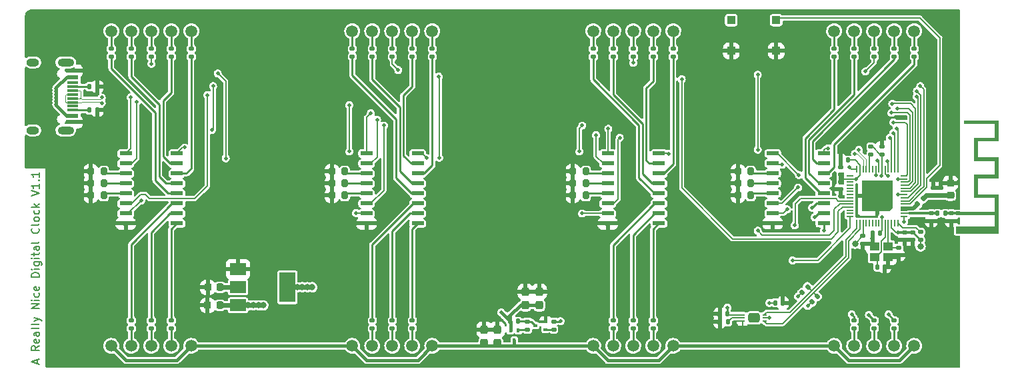
<source format=gbr>
%TF.GenerationSoftware,KiCad,Pcbnew,(6.0.9)*%
%TF.CreationDate,2022-12-19T16:18:23-05:00*%
%TF.ProjectId,Digital Clock PCB,44696769-7461-46c2-9043-6c6f636b2050,rev?*%
%TF.SameCoordinates,Original*%
%TF.FileFunction,Copper,L1,Top*%
%TF.FilePolarity,Positive*%
%FSLAX46Y46*%
G04 Gerber Fmt 4.6, Leading zero omitted, Abs format (unit mm)*
G04 Created by KiCad (PCBNEW (6.0.9)) date 2022-12-19 16:18:23*
%MOMM*%
%LPD*%
G01*
G04 APERTURE LIST*
G04 Aperture macros list*
%AMRoundRect*
0 Rectangle with rounded corners*
0 $1 Rounding radius*
0 $2 $3 $4 $5 $6 $7 $8 $9 X,Y pos of 4 corners*
0 Add a 4 corners polygon primitive as box body*
4,1,4,$2,$3,$4,$5,$6,$7,$8,$9,$2,$3,0*
0 Add four circle primitives for the rounded corners*
1,1,$1+$1,$2,$3*
1,1,$1+$1,$4,$5*
1,1,$1+$1,$6,$7*
1,1,$1+$1,$8,$9*
0 Add four rect primitives between the rounded corners*
20,1,$1+$1,$2,$3,$4,$5,0*
20,1,$1+$1,$4,$5,$6,$7,0*
20,1,$1+$1,$6,$7,$8,$9,0*
20,1,$1+$1,$8,$9,$2,$3,0*%
%AMOutline5P*
0 Free polygon, 5 corners , with rotation*
0 The origin of the aperture is its center*
0 number of corners: always 5*
0 $1 to $10 corner X, Y*
0 $11 Rotation angle, in degrees counterclockwise*
0 create outline with 5 corners*
4,1,5,$1,$2,$3,$4,$5,$6,$7,$8,$9,$10,$1,$2,$11*%
%AMOutline6P*
0 Free polygon, 6 corners , with rotation*
0 The origin of the aperture is its center*
0 number of corners: always 6*
0 $1 to $12 corner X, Y*
0 $13 Rotation angle, in degrees counterclockwise*
0 create outline with 6 corners*
4,1,6,$1,$2,$3,$4,$5,$6,$7,$8,$9,$10,$11,$12,$1,$2,$13*%
%AMOutline7P*
0 Free polygon, 7 corners , with rotation*
0 The origin of the aperture is its center*
0 number of corners: always 7*
0 $1 to $14 corner X, Y*
0 $15 Rotation angle, in degrees counterclockwise*
0 create outline with 7 corners*
4,1,7,$1,$2,$3,$4,$5,$6,$7,$8,$9,$10,$11,$12,$13,$14,$1,$2,$15*%
%AMOutline8P*
0 Free polygon, 8 corners , with rotation*
0 The origin of the aperture is its center*
0 number of corners: always 8*
0 $1 to $16 corner X, Y*
0 $17 Rotation angle, in degrees counterclockwise*
0 create outline with 8 corners*
4,1,8,$1,$2,$3,$4,$5,$6,$7,$8,$9,$10,$11,$12,$13,$14,$15,$16,$1,$2,$17*%
G04 Aperture macros list end*
%TA.AperFunction,NonConductor*%
%ADD10C,0.200000*%
%TD*%
%TA.AperFunction,NonConductor*%
%ADD11C,0.001000*%
%TD*%
%ADD12C,0.200000*%
%TA.AperFunction,SMDPad,CuDef*%
%ADD13RoundRect,0.237500X0.237500X-0.300000X0.237500X0.300000X-0.237500X0.300000X-0.237500X-0.300000X0*%
%TD*%
%TA.AperFunction,SMDPad,CuDef*%
%ADD14RoundRect,0.135000X0.185000X-0.135000X0.185000X0.135000X-0.185000X0.135000X-0.185000X-0.135000X0*%
%TD*%
%TA.AperFunction,SMDPad,CuDef*%
%ADD15RoundRect,0.137500X-0.662500X-0.137500X0.662500X-0.137500X0.662500X0.137500X-0.662500X0.137500X0*%
%TD*%
%TA.AperFunction,SMDPad,CuDef*%
%ADD16RoundRect,0.140000X0.140000X0.170000X-0.140000X0.170000X-0.140000X-0.170000X0.140000X-0.170000X0*%
%TD*%
%TA.AperFunction,SMDPad,CuDef*%
%ADD17RoundRect,0.135000X-0.185000X0.135000X-0.185000X-0.135000X0.185000X-0.135000X0.185000X0.135000X0*%
%TD*%
%TA.AperFunction,SMDPad,CuDef*%
%ADD18R,0.400000X0.510000*%
%TD*%
%TA.AperFunction,SMDPad,CuDef*%
%ADD19RoundRect,0.200000X-0.200000X-0.275000X0.200000X-0.275000X0.200000X0.275000X-0.200000X0.275000X0*%
%TD*%
%TA.AperFunction,SMDPad,CuDef*%
%ADD20RoundRect,0.225000X0.225000X0.250000X-0.225000X0.250000X-0.225000X-0.250000X0.225000X-0.250000X0*%
%TD*%
%TA.AperFunction,SMDPad,CuDef*%
%ADD21R,0.510000X0.400000*%
%TD*%
%TA.AperFunction,SMDPad,CuDef*%
%ADD22RoundRect,0.140000X0.170000X-0.140000X0.170000X0.140000X-0.170000X0.140000X-0.170000X-0.140000X0*%
%TD*%
%TA.AperFunction,SMDPad,CuDef*%
%ADD23RoundRect,0.140000X-0.170000X0.140000X-0.170000X-0.140000X0.170000X-0.140000X0.170000X0.140000X0*%
%TD*%
%TA.AperFunction,SMDPad,CuDef*%
%ADD24RoundRect,0.147500X0.147500X0.172500X-0.147500X0.172500X-0.147500X-0.172500X0.147500X-0.172500X0*%
%TD*%
%TA.AperFunction,SMDPad,CuDef*%
%ADD25RoundRect,0.220000X0.330000X0.330000X-0.330000X0.330000X-0.330000X-0.330000X0.330000X-0.330000X0*%
%TD*%
%TA.AperFunction,SMDPad,CuDef*%
%ADD26RoundRect,0.147500X0.017678X-0.226274X0.226274X-0.017678X-0.017678X0.226274X-0.226274X0.017678X0*%
%TD*%
%TA.AperFunction,SMDPad,CuDef*%
%ADD27RoundRect,0.135000X-0.135000X-0.185000X0.135000X-0.185000X0.135000X0.185000X-0.135000X0.185000X0*%
%TD*%
%TA.AperFunction,SMDPad,CuDef*%
%ADD28RoundRect,0.140000X-0.140000X-0.170000X0.140000X-0.170000X0.140000X0.170000X-0.140000X0.170000X0*%
%TD*%
%TA.AperFunction,ConnectorPad*%
%ADD29R,0.500000X0.500000*%
%TD*%
%TA.AperFunction,ComponentPad*%
%ADD30R,0.500000X0.900000*%
%TD*%
%TA.AperFunction,SMDPad,CuDef*%
%ADD31RoundRect,0.135000X0.035355X-0.226274X0.226274X-0.035355X-0.035355X0.226274X-0.226274X0.035355X0*%
%TD*%
%TA.AperFunction,SMDPad,CuDef*%
%ADD32R,2.000000X1.500000*%
%TD*%
%TA.AperFunction,SMDPad,CuDef*%
%ADD33R,2.000000X3.800000*%
%TD*%
%TA.AperFunction,SMDPad,CuDef*%
%ADD34RoundRect,0.055000X-0.195000X0.055000X-0.195000X-0.055000X0.195000X-0.055000X0.195000X0.055000X0*%
%TD*%
%TA.AperFunction,SMDPad,CuDef*%
%ADD35RoundRect,0.055000X0.195000X-0.055000X0.195000X0.055000X-0.195000X0.055000X-0.195000X-0.055000X0*%
%TD*%
%TA.AperFunction,SMDPad,CuDef*%
%ADD36RoundRect,0.300000X-0.450000X0.300000X-0.450000X-0.300000X0.450000X-0.300000X0.450000X0.300000X0*%
%TD*%
%TA.AperFunction,SMDPad,CuDef*%
%ADD37RoundRect,0.135000X0.135000X0.185000X-0.135000X0.185000X-0.135000X-0.185000X0.135000X-0.185000X0*%
%TD*%
%TA.AperFunction,SMDPad,CuDef*%
%ADD38RoundRect,0.050000X0.387500X0.050000X-0.387500X0.050000X-0.387500X-0.050000X0.387500X-0.050000X0*%
%TD*%
%TA.AperFunction,SMDPad,CuDef*%
%ADD39RoundRect,0.050000X0.050000X0.387500X-0.050000X0.387500X-0.050000X-0.387500X0.050000X-0.387500X0*%
%TD*%
%TA.AperFunction,ComponentPad*%
%ADD40C,0.500000*%
%TD*%
%TA.AperFunction,SMDPad,CuDef*%
%ADD41Outline5P,-1.975000X1.580000X-1.580000X1.975000X1.975000X1.975000X1.975000X-1.975000X-1.975000X-1.975000X180.000000*%
%TD*%
%TA.AperFunction,SMDPad,CuDef*%
%ADD42R,1.450000X0.600000*%
%TD*%
%TA.AperFunction,SMDPad,CuDef*%
%ADD43R,1.450000X0.300000*%
%TD*%
%TA.AperFunction,ComponentPad*%
%ADD44O,2.100000X1.000000*%
%TD*%
%TA.AperFunction,ComponentPad*%
%ADD45O,1.600000X1.000000*%
%TD*%
%TA.AperFunction,SMDPad,CuDef*%
%ADD46RoundRect,0.225000X-0.250000X0.225000X-0.250000X-0.225000X0.250000X-0.225000X0.250000X0.225000X0*%
%TD*%
%TA.AperFunction,SMDPad,CuDef*%
%ADD47R,1.150000X1.000000*%
%TD*%
%TA.AperFunction,ComponentPad*%
%ADD48C,1.500000*%
%TD*%
%TA.AperFunction,ViaPad*%
%ADD49C,0.500000*%
%TD*%
%TA.AperFunction,ViaPad*%
%ADD50C,0.800000*%
%TD*%
%TA.AperFunction,Conductor*%
%ADD51C,0.250000*%
%TD*%
%TA.AperFunction,Conductor*%
%ADD52C,0.200000*%
%TD*%
%TA.AperFunction,Conductor*%
%ADD53C,0.600000*%
%TD*%
%TA.AperFunction,Conductor*%
%ADD54C,0.150000*%
%TD*%
%TA.AperFunction,Conductor*%
%ADD55C,0.300000*%
%TD*%
%TA.AperFunction,Conductor*%
%ADD56C,0.550000*%
%TD*%
%TA.AperFunction,Conductor*%
%ADD57C,0.400000*%
%TD*%
%TA.AperFunction,Conductor*%
%ADD58C,0.349355*%
%TD*%
%TA.AperFunction,Conductor*%
%ADD59C,0.500000*%
%TD*%
%TA.AperFunction,Conductor*%
%ADD60C,0.100000*%
%TD*%
G04 APERTURE END LIST*
D10*
X133390800Y-40487600D02*
X134061200Y-40487600D01*
X134061200Y-40487600D02*
X134061200Y-40843200D01*
X134061200Y-40843200D02*
X133390800Y-40843200D01*
X133390800Y-40843200D02*
X133390800Y-40487600D01*
G36*
X133390800Y-40487600D02*
G01*
X134061200Y-40487600D01*
X134061200Y-40843200D01*
X133390800Y-40843200D01*
X133390800Y-40487600D01*
G37*
D11*
G36*
X125984000Y-37490400D02*
G01*
X125374400Y-37493600D01*
X125374400Y-36068000D01*
X125984000Y-36064800D01*
X125984000Y-37490400D01*
G37*
X125984000Y-37490400D02*
X125374400Y-37493600D01*
X125374400Y-36068000D01*
X125984000Y-36064800D01*
X125984000Y-37490400D01*
D12*
D10*
X23585466Y-60352057D02*
X23585466Y-59875866D01*
X23871180Y-60447295D02*
X22871180Y-60113961D01*
X23871180Y-59780628D01*
X23871180Y-58113961D02*
X23394990Y-58447295D01*
X23871180Y-58685390D02*
X22871180Y-58685390D01*
X22871180Y-58304438D01*
X22918800Y-58209200D01*
X22966419Y-58161580D01*
X23061657Y-58113961D01*
X23204514Y-58113961D01*
X23299752Y-58161580D01*
X23347371Y-58209200D01*
X23394990Y-58304438D01*
X23394990Y-58685390D01*
X23823561Y-57304438D02*
X23871180Y-57399676D01*
X23871180Y-57590152D01*
X23823561Y-57685390D01*
X23728323Y-57733009D01*
X23347371Y-57733009D01*
X23252133Y-57685390D01*
X23204514Y-57590152D01*
X23204514Y-57399676D01*
X23252133Y-57304438D01*
X23347371Y-57256819D01*
X23442609Y-57256819D01*
X23537847Y-57733009D01*
X23871180Y-56399676D02*
X23347371Y-56399676D01*
X23252133Y-56447295D01*
X23204514Y-56542533D01*
X23204514Y-56733009D01*
X23252133Y-56828247D01*
X23823561Y-56399676D02*
X23871180Y-56494914D01*
X23871180Y-56733009D01*
X23823561Y-56828247D01*
X23728323Y-56875866D01*
X23633085Y-56875866D01*
X23537847Y-56828247D01*
X23490228Y-56733009D01*
X23490228Y-56494914D01*
X23442609Y-56399676D01*
X23871180Y-55780628D02*
X23823561Y-55875866D01*
X23728323Y-55923485D01*
X22871180Y-55923485D01*
X23871180Y-55256819D02*
X23823561Y-55352057D01*
X23728323Y-55399676D01*
X22871180Y-55399676D01*
X23204514Y-54971104D02*
X23871180Y-54733009D01*
X23204514Y-54494914D02*
X23871180Y-54733009D01*
X24109276Y-54828247D01*
X24156895Y-54875866D01*
X24204514Y-54971104D01*
X23871180Y-53352057D02*
X22871180Y-53352057D01*
X23871180Y-52780628D01*
X22871180Y-52780628D01*
X23871180Y-52304438D02*
X23204514Y-52304438D01*
X22871180Y-52304438D02*
X22918800Y-52352057D01*
X22966419Y-52304438D01*
X22918800Y-52256819D01*
X22871180Y-52304438D01*
X22966419Y-52304438D01*
X23823561Y-51399676D02*
X23871180Y-51494914D01*
X23871180Y-51685390D01*
X23823561Y-51780628D01*
X23775942Y-51828247D01*
X23680704Y-51875866D01*
X23394990Y-51875866D01*
X23299752Y-51828247D01*
X23252133Y-51780628D01*
X23204514Y-51685390D01*
X23204514Y-51494914D01*
X23252133Y-51399676D01*
X23823561Y-50590152D02*
X23871180Y-50685390D01*
X23871180Y-50875866D01*
X23823561Y-50971104D01*
X23728323Y-51018723D01*
X23347371Y-51018723D01*
X23252133Y-50971104D01*
X23204514Y-50875866D01*
X23204514Y-50685390D01*
X23252133Y-50590152D01*
X23347371Y-50542533D01*
X23442609Y-50542533D01*
X23537847Y-51018723D01*
X23871180Y-49352057D02*
X22871180Y-49352057D01*
X22871180Y-49113961D01*
X22918800Y-48971104D01*
X23014038Y-48875866D01*
X23109276Y-48828247D01*
X23299752Y-48780628D01*
X23442609Y-48780628D01*
X23633085Y-48828247D01*
X23728323Y-48875866D01*
X23823561Y-48971104D01*
X23871180Y-49113961D01*
X23871180Y-49352057D01*
X23871180Y-48352057D02*
X23204514Y-48352057D01*
X22871180Y-48352057D02*
X22918800Y-48399676D01*
X22966419Y-48352057D01*
X22918800Y-48304438D01*
X22871180Y-48352057D01*
X22966419Y-48352057D01*
X23204514Y-47447295D02*
X24014038Y-47447295D01*
X24109276Y-47494914D01*
X24156895Y-47542533D01*
X24204514Y-47637771D01*
X24204514Y-47780628D01*
X24156895Y-47875866D01*
X23823561Y-47447295D02*
X23871180Y-47542533D01*
X23871180Y-47733009D01*
X23823561Y-47828247D01*
X23775942Y-47875866D01*
X23680704Y-47923485D01*
X23394990Y-47923485D01*
X23299752Y-47875866D01*
X23252133Y-47828247D01*
X23204514Y-47733009D01*
X23204514Y-47542533D01*
X23252133Y-47447295D01*
X23871180Y-46971104D02*
X23204514Y-46971104D01*
X22871180Y-46971104D02*
X22918800Y-47018723D01*
X22966419Y-46971104D01*
X22918800Y-46923485D01*
X22871180Y-46971104D01*
X22966419Y-46971104D01*
X23204514Y-46637771D02*
X23204514Y-46256819D01*
X22871180Y-46494914D02*
X23728323Y-46494914D01*
X23823561Y-46447295D01*
X23871180Y-46352057D01*
X23871180Y-46256819D01*
X23871180Y-45494914D02*
X23347371Y-45494914D01*
X23252133Y-45542533D01*
X23204514Y-45637771D01*
X23204514Y-45828247D01*
X23252133Y-45923485D01*
X23823561Y-45494914D02*
X23871180Y-45590152D01*
X23871180Y-45828247D01*
X23823561Y-45923485D01*
X23728323Y-45971104D01*
X23633085Y-45971104D01*
X23537847Y-45923485D01*
X23490228Y-45828247D01*
X23490228Y-45590152D01*
X23442609Y-45494914D01*
X23871180Y-44875866D02*
X23823561Y-44971104D01*
X23728323Y-45018723D01*
X22871180Y-45018723D01*
X23775942Y-43161580D02*
X23823561Y-43209200D01*
X23871180Y-43352057D01*
X23871180Y-43447295D01*
X23823561Y-43590152D01*
X23728323Y-43685390D01*
X23633085Y-43733009D01*
X23442609Y-43780628D01*
X23299752Y-43780628D01*
X23109276Y-43733009D01*
X23014038Y-43685390D01*
X22918800Y-43590152D01*
X22871180Y-43447295D01*
X22871180Y-43352057D01*
X22918800Y-43209200D01*
X22966419Y-43161580D01*
X23871180Y-42590152D02*
X23823561Y-42685390D01*
X23728323Y-42733009D01*
X22871180Y-42733009D01*
X23871180Y-42066342D02*
X23823561Y-42161580D01*
X23775942Y-42209200D01*
X23680704Y-42256819D01*
X23394990Y-42256819D01*
X23299752Y-42209200D01*
X23252133Y-42161580D01*
X23204514Y-42066342D01*
X23204514Y-41923485D01*
X23252133Y-41828247D01*
X23299752Y-41780628D01*
X23394990Y-41733009D01*
X23680704Y-41733009D01*
X23775942Y-41780628D01*
X23823561Y-41828247D01*
X23871180Y-41923485D01*
X23871180Y-42066342D01*
X23823561Y-40875866D02*
X23871180Y-40971104D01*
X23871180Y-41161580D01*
X23823561Y-41256819D01*
X23775942Y-41304438D01*
X23680704Y-41352057D01*
X23394990Y-41352057D01*
X23299752Y-41304438D01*
X23252133Y-41256819D01*
X23204514Y-41161580D01*
X23204514Y-40971104D01*
X23252133Y-40875866D01*
X23871180Y-40447295D02*
X22871180Y-40447295D01*
X23490228Y-40352057D02*
X23871180Y-40066342D01*
X23204514Y-40066342D02*
X23585466Y-40447295D01*
X22871180Y-39018723D02*
X23871180Y-38685390D01*
X22871180Y-38352057D01*
X23871180Y-37494914D02*
X23871180Y-38066342D01*
X23871180Y-37780628D02*
X22871180Y-37780628D01*
X23014038Y-37875866D01*
X23109276Y-37971104D01*
X23156895Y-38066342D01*
X23775942Y-37066342D02*
X23823561Y-37018723D01*
X23871180Y-37066342D01*
X23823561Y-37113961D01*
X23775942Y-37066342D01*
X23871180Y-37066342D01*
X23871180Y-36066342D02*
X23871180Y-36637771D01*
X23871180Y-36352057D02*
X22871180Y-36352057D01*
X23014038Y-36447295D01*
X23109276Y-36542533D01*
X23156895Y-36637771D01*
%TO.C,AE1*%
G36*
X140313600Y-42925000D02*
G01*
X145213600Y-42925000D01*
X145213600Y-41525000D01*
X140313600Y-41525000D01*
X140313600Y-41025000D01*
X145213600Y-41025000D01*
X145213600Y-39325000D01*
X142573600Y-39325000D01*
X142573600Y-36325000D01*
X145213600Y-36325000D01*
X145213600Y-34625000D01*
X142573600Y-34625000D01*
X142573600Y-31625000D01*
X145213600Y-31625000D01*
X145213600Y-29925000D01*
X141273600Y-29925000D01*
X141273600Y-29425000D01*
X145713600Y-29425000D01*
X145713600Y-32125000D01*
X143073600Y-32125000D01*
X143073600Y-34125000D01*
X145713600Y-34125000D01*
X145713600Y-36825000D01*
X143073600Y-36825000D01*
X143073600Y-38825000D01*
X145713600Y-38825000D01*
X145713600Y-43825000D01*
X140313600Y-43825000D01*
X140313600Y-43400156D01*
X140417557Y-43400156D01*
X140429665Y-43442819D01*
X140434019Y-43450731D01*
X140466803Y-43488674D01*
X140509205Y-43512742D01*
X140556815Y-43522583D01*
X140605222Y-43517847D01*
X140650016Y-43498185D01*
X140686786Y-43463245D01*
X140703692Y-43430353D01*
X140711582Y-43382267D01*
X140705008Y-43332682D01*
X140684913Y-43287372D01*
X140652243Y-43252112D01*
X140620017Y-43235218D01*
X140571758Y-43226778D01*
X140522232Y-43233309D01*
X140477047Y-43253868D01*
X140441813Y-43287511D01*
X140431200Y-43306122D01*
X140418300Y-43351637D01*
X140417557Y-43400156D01*
X140313600Y-43400156D01*
X140313600Y-42925000D01*
G37*
%TD*%
D13*
%TO.P,C21,1*%
%TO.N,CC*%
X80365600Y-57758500D03*
%TO.P,C21,2*%
%TO.N,GND*%
X80365600Y-56033500D03*
%TD*%
D14*
%TO.P,R13,1*%
%TO.N,Net-(R13-Pad1)*%
X63627000Y-21338000D03*
%TO.P,R13,2*%
%TO.N,Net-(R13-Pad2)*%
X63627000Y-20318000D03*
%TD*%
%TO.P,R9,1*%
%TO.N,Net-(R9-Pad1)*%
X89204800Y-56034400D03*
%TO.P,R9,2*%
%TO.N,LED*%
X89204800Y-55014400D03*
%TD*%
D15*
%TO.P,U7,1,B*%
%TO.N,GPIO 14*%
X117019000Y-33629600D03*
%TO.P,U7,2,C*%
%TO.N,GPIO 15*%
X117019000Y-34899600D03*
%TO.P,U7,3,LT*%
%TO.N,Net-(R48-Pad2)*%
X117019000Y-36169600D03*
%TO.P,U7,4,BI*%
%TO.N,Net-(R49-Pad2)*%
X117019000Y-37439600D03*
%TO.P,U7,5,RBI*%
%TO.N,Net-(R50-Pad2)*%
X117019000Y-38709600D03*
%TO.P,U7,6,D*%
%TO.N,GPIO 16*%
X117019000Y-39979600D03*
%TO.P,U7,7,A*%
%TO.N,GPIO 13*%
X117019000Y-41249600D03*
%TO.P,U7,8,GND*%
%TO.N,GND*%
X117019000Y-42519600D03*
%TO.P,U7,9,e*%
%TO.N,Net-(R32-Pad1)*%
X123519000Y-42519600D03*
%TO.P,U7,10,d*%
%TO.N,Net-(R31-Pad1)*%
X123519000Y-41249600D03*
%TO.P,U7,11,c*%
%TO.N,Net-(R30-Pad1)*%
X123519000Y-39979600D03*
%TO.P,U7,12,b*%
%TO.N,Net-(R29-Pad1)*%
X123519000Y-38709600D03*
%TO.P,U7,13,a*%
%TO.N,Net-(R28-Pad1)*%
X123519000Y-37439600D03*
%TO.P,U7,14,g*%
%TO.N,Net-(R34-Pad1)*%
X123519000Y-36169600D03*
%TO.P,U7,15,f*%
%TO.N,Net-(R33-Pad1)*%
X123519000Y-34899600D03*
%TO.P,U7,16,VCC*%
%TO.N,+3V3*%
X123519000Y-33629600D03*
%TD*%
D14*
%TO.P,R36,1*%
%TO.N,+3V3*%
X135788400Y-44655200D03*
%TO.P,R36,2*%
%TO.N,CHIP PU*%
X135788400Y-43635200D03*
%TD*%
D16*
%TO.P,C6,1*%
%TO.N,+3V3*%
X130629600Y-43738800D03*
%TO.P,C6,2*%
%TO.N,GND*%
X129669600Y-43738800D03*
%TD*%
D17*
%TO.P,R30,1*%
%TO.N,Net-(R30-Pad1)*%
X127381000Y-54862000D03*
%TO.P,R30,2*%
%TO.N,Net-(R30-Pad2)*%
X127381000Y-55882000D03*
%TD*%
D18*
%TO.P,Q1,1,G*%
%TO.N,Net-(Q1-Pad1)*%
X84701000Y-56124000D03*
%TO.P,Q1,2,S*%
%TO.N,+5V*%
X83701000Y-56124000D03*
%TO.P,Q1,3,D*%
%TO.N,CC*%
X84201000Y-57414000D03*
%TD*%
D19*
%TO.P,R47,1*%
%TO.N,GND*%
X61024000Y-38989000D03*
%TO.P,R47,2*%
%TO.N,Net-(R47-Pad2)*%
X62674000Y-38989000D03*
%TD*%
D15*
%TO.P,U1,1,B*%
%TO.N,GPIO 2*%
X34850000Y-33655000D03*
%TO.P,U1,2,C*%
%TO.N,GPIO 3*%
X34850000Y-34925000D03*
%TO.P,U1,3,LT*%
%TO.N,Net-(R42-Pad2)*%
X34850000Y-36195000D03*
%TO.P,U1,4,BI*%
%TO.N,Net-(R43-Pad2)*%
X34850000Y-37465000D03*
%TO.P,U1,5,RBI*%
%TO.N,Net-(R44-Pad2)*%
X34850000Y-38735000D03*
%TO.P,U1,6,D*%
%TO.N,GPIO 4*%
X34850000Y-40005000D03*
%TO.P,U1,7,A*%
%TO.N,GPIO 1*%
X34850000Y-41275000D03*
%TO.P,U1,8,GND*%
%TO.N,GND*%
X34850000Y-42545000D03*
%TO.P,U1,9,e*%
%TO.N,Net-(R5-Pad1)*%
X41350000Y-42545000D03*
%TO.P,U1,10,d*%
%TO.N,Net-(R4-Pad1)*%
X41350000Y-41275000D03*
%TO.P,U1,11,c*%
%TO.N,Net-(R3-Pad1)*%
X41350000Y-40005000D03*
%TO.P,U1,12,b*%
%TO.N,Net-(R2-Pad1)*%
X41350000Y-38735000D03*
%TO.P,U1,13,a*%
%TO.N,Net-(R1-Pad1)*%
X41350000Y-37465000D03*
%TO.P,U1,14,g*%
%TO.N,Net-(R7-Pad1)*%
X41350000Y-36195000D03*
%TO.P,U1,15,f*%
%TO.N,Net-(R6-Pad1)*%
X41350000Y-34925000D03*
%TO.P,U1,16,VCC*%
%TO.N,+3V3*%
X41350000Y-33655000D03*
%TD*%
D14*
%TO.P,R21,1*%
%TO.N,Net-(R21-Pad1)*%
X94234000Y-21338000D03*
%TO.P,R21,2*%
%TO.N,Net-(R21-Pad2)*%
X94234000Y-20318000D03*
%TD*%
D20*
%TO.P,C18,1*%
%TO.N,+5V*%
X46799800Y-52959000D03*
%TO.P,C18,2*%
%TO.N,GND*%
X45249800Y-52959000D03*
%TD*%
D15*
%TO.P,U2,1,B*%
%TO.N,GPIO 6*%
X65431600Y-33655000D03*
%TO.P,U2,2,C*%
%TO.N,GPIO 7*%
X65431600Y-34925000D03*
%TO.P,U2,3,LT*%
%TO.N,Net-(R45-Pad2)*%
X65431600Y-36195000D03*
%TO.P,U2,4,BI*%
%TO.N,Net-(R46-Pad2)*%
X65431600Y-37465000D03*
%TO.P,U2,5,RBI*%
%TO.N,Net-(R47-Pad2)*%
X65431600Y-38735000D03*
%TO.P,U2,6,D*%
%TO.N,GPIO 8*%
X65431600Y-40005000D03*
%TO.P,U2,7,A*%
%TO.N,GPIO 5*%
X65431600Y-41275000D03*
%TO.P,U2,8,GND*%
%TO.N,GND*%
X65431600Y-42545000D03*
%TO.P,U2,9,e*%
%TO.N,Net-(R16-Pad1)*%
X71931600Y-42545000D03*
%TO.P,U2,10,d*%
%TO.N,Net-(R15-Pad1)*%
X71931600Y-41275000D03*
%TO.P,U2,11,c*%
%TO.N,Net-(R14-Pad1)*%
X71931600Y-40005000D03*
%TO.P,U2,12,b*%
%TO.N,Net-(R13-Pad1)*%
X71931600Y-38735000D03*
%TO.P,U2,13,a*%
%TO.N,Net-(R12-Pad1)*%
X71931600Y-37465000D03*
%TO.P,U2,14,g*%
%TO.N,Net-(R18-Pad1)*%
X71931600Y-36195000D03*
%TO.P,U2,15,f*%
%TO.N,Net-(R17-Pad1)*%
X71931600Y-34925000D03*
%TO.P,U2,16,VCC*%
%TO.N,+3V3*%
X71931600Y-33655000D03*
%TD*%
D21*
%TO.P,Q2,1,G*%
%TO.N,Net-(R9-Pad1)*%
X88173400Y-56024400D03*
%TO.P,Q2,2,S*%
%TO.N,GND*%
X88173400Y-55024400D03*
%TO.P,Q2,3,D*%
%TO.N,Net-(R10-Pad2)*%
X86883400Y-55524400D03*
%TD*%
D17*
%TO.P,R31,1*%
%TO.N,Net-(R31-Pad1)*%
X129921000Y-54862000D03*
%TO.P,R31,2*%
%TO.N,Net-(R31-Pad2)*%
X129921000Y-55882000D03*
%TD*%
D16*
%TO.P,C17,1*%
%TO.N,+3V3*%
X111246800Y-54051200D03*
%TO.P,C17,2*%
%TO.N,GND*%
X110286800Y-54051200D03*
%TD*%
D22*
%TO.P,C12,1*%
%TO.N,GND*%
X128473200Y-45105200D03*
%TO.P,C12,2*%
%TO.N,+3V3*%
X128473200Y-44145200D03*
%TD*%
D14*
%TO.P,R10,1*%
%TO.N,Net-(Q1-Pad1)*%
X85852000Y-56034400D03*
%TO.P,R10,2*%
%TO.N,Net-(R10-Pad2)*%
X85852000Y-55014400D03*
%TD*%
%TO.P,R25,1*%
%TO.N,Net-(R25-Pad1)*%
X101854000Y-21338000D03*
%TO.P,R25,2*%
%TO.N,Net-(R25-Pad2)*%
X101854000Y-20318000D03*
%TD*%
D23*
%TO.P,C5,1*%
%TO.N,GND*%
X137414000Y-38026400D03*
%TO.P,C5,2*%
%TO.N,+3V3*%
X137414000Y-38986400D03*
%TD*%
D24*
%TO.P,L1,1*%
%TO.N,Net-(AE1-Pad1)*%
X138915000Y-41275000D03*
%TO.P,L1,2*%
%TO.N,Net-(C4-Pad1)*%
X137945000Y-41275000D03*
%TD*%
D19*
%TO.P,R53,1*%
%TO.N,GND*%
X91631000Y-38989000D03*
%TO.P,R53,2*%
%TO.N,Net-(R53-Pad2)*%
X93281000Y-38989000D03*
%TD*%
D25*
%TO.P,SW1,1,1*%
%TO.N,GND*%
X117454800Y-20593600D03*
X111754800Y-20593600D03*
%TO.P,SW1,2,2*%
%TO.N,BOOT*%
X117454800Y-16693600D03*
X111754800Y-16693600D03*
%TD*%
D19*
%TO.P,R44,1*%
%TO.N,GND*%
X30417000Y-38989000D03*
%TO.P,R44,2*%
%TO.N,Net-(R44-Pad2)*%
X32067000Y-38989000D03*
%TD*%
D17*
%TO.P,R14,1*%
%TO.N,Net-(R14-Pad1)*%
X66167000Y-54862000D03*
%TO.P,R14,2*%
%TO.N,Net-(R14-Pad2)*%
X66167000Y-55882000D03*
%TD*%
D14*
%TO.P,R28,1*%
%TO.N,Net-(R28-Pad1)*%
X127381000Y-21338000D03*
%TO.P,R28,2*%
%TO.N,Net-(R28-Pad2)*%
X127381000Y-20318000D03*
%TD*%
%TO.P,R2,1*%
%TO.N,Net-(R2-Pad1)*%
X33020000Y-21338000D03*
%TO.P,R2,2*%
%TO.N,Net-(R2-Pad2)*%
X33020000Y-20318000D03*
%TD*%
%TO.P,R26,1*%
%TO.N,Net-(R26-Pad1)*%
X104394000Y-21338000D03*
%TO.P,R26,2*%
%TO.N,Net-(R26-Pad2)*%
X104394000Y-20318000D03*
%TD*%
D19*
%TO.P,R45,1*%
%TO.N,GND*%
X61024000Y-35941000D03*
%TO.P,R45,2*%
%TO.N,Net-(R45-Pad2)*%
X62674000Y-35941000D03*
%TD*%
D14*
%TO.P,R12,1*%
%TO.N,Net-(R12-Pad1)*%
X66167000Y-21338000D03*
%TO.P,R12,2*%
%TO.N,Net-(R12-Pad2)*%
X66167000Y-20318000D03*
%TD*%
%TO.P,R6,1*%
%TO.N,Net-(R6-Pad1)*%
X40640000Y-21338000D03*
%TO.P,R6,2*%
%TO.N,Net-(R6-Pad2)*%
X40640000Y-20318000D03*
%TD*%
D17*
%TO.P,R16,1*%
%TO.N,Net-(R16-Pad1)*%
X71247000Y-54862000D03*
%TO.P,R16,2*%
%TO.N,Net-(R16-Pad2)*%
X71247000Y-55882000D03*
%TD*%
D23*
%TO.P,C4,1*%
%TO.N,Net-(C4-Pad1)*%
X137160000Y-41275000D03*
%TO.P,C4,2*%
%TO.N,GND*%
X137160000Y-42235000D03*
%TD*%
D14*
%TO.P,R17,1*%
%TO.N,Net-(R17-Pad1)*%
X71247000Y-21338000D03*
%TO.P,R17,2*%
%TO.N,Net-(R17-Pad2)*%
X71247000Y-20318000D03*
%TD*%
D26*
%TO.P,L2,1*%
%TO.N,Net-(L2-Pad1)*%
X135420053Y-40068547D03*
%TO.P,L2,2*%
%TO.N,+3V3*%
X136105947Y-39382653D03*
%TD*%
D19*
%TO.P,R46,1*%
%TO.N,GND*%
X61024000Y-37465000D03*
%TO.P,R46,2*%
%TO.N,Net-(R46-Pad2)*%
X62674000Y-37465000D03*
%TD*%
D14*
%TO.P,R37,1*%
%TO.N,Net-(R37-Pad1)*%
X129489200Y-33782000D03*
%TO.P,R37,2*%
%TO.N,+3V3*%
X129489200Y-32762000D03*
%TD*%
D22*
%TO.P,C15,1*%
%TO.N,+3V3*%
X125679200Y-36344800D03*
%TO.P,C15,2*%
%TO.N,GND*%
X125679200Y-35384800D03*
%TD*%
%TO.P,C11,1*%
%TO.N,+3V3*%
X130911600Y-33754000D03*
%TO.P,C11,2*%
%TO.N,GND*%
X130911600Y-32794000D03*
%TD*%
D17*
%TO.P,R32,1*%
%TO.N,Net-(R32-Pad1)*%
X132461000Y-54862000D03*
%TO.P,R32,2*%
%TO.N,Net-(R32-Pad2)*%
X132461000Y-55882000D03*
%TD*%
D19*
%TO.P,R50,1*%
%TO.N,GND*%
X112586000Y-38989000D03*
%TO.P,R50,2*%
%TO.N,Net-(R50-Pad2)*%
X114236000Y-38989000D03*
%TD*%
D14*
%TO.P,R27,1*%
%TO.N,GPIO 35*%
X99314000Y-21338000D03*
%TO.P,R27,2*%
%TO.N,Net-(R27-Pad2)*%
X99314000Y-20318000D03*
%TD*%
D17*
%TO.P,R24,1*%
%TO.N,Net-(R24-Pad1)*%
X101854000Y-54862000D03*
%TO.P,R24,2*%
%TO.N,Net-(R24-Pad2)*%
X101854000Y-55882000D03*
%TD*%
%TO.P,R15,1*%
%TO.N,Net-(R15-Pad1)*%
X68707000Y-54862000D03*
%TO.P,R15,2*%
%TO.N,Net-(R15-Pad2)*%
X68707000Y-55882000D03*
%TD*%
D27*
%TO.P,R54,1*%
%TO.N,GND*%
X110284800Y-55067200D03*
%TO.P,R54,2*%
%TO.N,Net-(PD1-Pad2)*%
X111304800Y-55067200D03*
%TD*%
D17*
%TO.P,R4,1*%
%TO.N,Net-(R4-Pad1)*%
X38100000Y-54862000D03*
%TO.P,R4,2*%
%TO.N,Net-(R4-Pad2)*%
X38100000Y-55882000D03*
%TD*%
D27*
%TO.P,R40,1*%
%TO.N,Net-(J1-PadA5)*%
X30224000Y-25146000D03*
%TO.P,R40,2*%
%TO.N,GND*%
X31244000Y-25146000D03*
%TD*%
D15*
%TO.P,U6,1,B*%
%TO.N,GPIO 10*%
X96064000Y-33655000D03*
%TO.P,U6,2,C*%
%TO.N,GPIO 11*%
X96064000Y-34925000D03*
%TO.P,U6,3,LT*%
%TO.N,Net-(R51-Pad2)*%
X96064000Y-36195000D03*
%TO.P,U6,4,BI*%
%TO.N,Net-(R52-Pad2)*%
X96064000Y-37465000D03*
%TO.P,U6,5,RBI*%
%TO.N,Net-(R53-Pad2)*%
X96064000Y-38735000D03*
%TO.P,U6,6,D*%
%TO.N,GPIO 12*%
X96064000Y-40005000D03*
%TO.P,U6,7,A*%
%TO.N,GPIO 9*%
X96064000Y-41275000D03*
%TO.P,U6,8,GND*%
%TO.N,GND*%
X96064000Y-42545000D03*
%TO.P,U6,9,e*%
%TO.N,Net-(R24-Pad1)*%
X102564000Y-42545000D03*
%TO.P,U6,10,d*%
%TO.N,Net-(R23-Pad1)*%
X102564000Y-41275000D03*
%TO.P,U6,11,c*%
%TO.N,Net-(R22-Pad1)*%
X102564000Y-40005000D03*
%TO.P,U6,12,b*%
%TO.N,Net-(R21-Pad1)*%
X102564000Y-38735000D03*
%TO.P,U6,13,a*%
%TO.N,Net-(R20-Pad1)*%
X102564000Y-37465000D03*
%TO.P,U6,14,g*%
%TO.N,Net-(R26-Pad1)*%
X102564000Y-36195000D03*
%TO.P,U6,15,f*%
%TO.N,Net-(R25-Pad1)*%
X102564000Y-34925000D03*
%TO.P,U6,16,VCC*%
%TO.N,+3V3*%
X102564000Y-33655000D03*
%TD*%
D14*
%TO.P,R8,1*%
%TO.N,GPIO 33*%
X38100000Y-21338000D03*
%TO.P,R8,2*%
%TO.N,Net-(R8-Pad2)*%
X38100000Y-20318000D03*
%TD*%
D17*
%TO.P,R3,1*%
%TO.N,Net-(R3-Pad1)*%
X35560000Y-54862000D03*
%TO.P,R3,2*%
%TO.N,Net-(R3-Pad2)*%
X35560000Y-55882000D03*
%TD*%
D13*
%TO.P,C20,1*%
%TO.N,+5V*%
X87376000Y-52932500D03*
%TO.P,C20,2*%
%TO.N,GND*%
X87376000Y-51207500D03*
%TD*%
D14*
%TO.P,R1,1*%
%TO.N,Net-(R1-Pad1)*%
X35560000Y-21338000D03*
%TO.P,R1,2*%
%TO.N,Net-(R1-Pad2)*%
X35560000Y-20318000D03*
%TD*%
D23*
%TO.P,C1,1*%
%TO.N,Net-(AE1-Pad1)*%
X139700000Y-41275000D03*
%TO.P,C1,2*%
%TO.N,GND*%
X139700000Y-42235000D03*
%TD*%
D28*
%TO.P,C10,1*%
%TO.N,/xtal-*%
X130304600Y-48082200D03*
%TO.P,C10,2*%
%TO.N,GND*%
X131264600Y-48082200D03*
%TD*%
D29*
%TO.P,AE1,1,A*%
%TO.N,Net-(AE1-Pad1)*%
X140563600Y-41275000D03*
D30*
%TO.P,AE1,2*%
%TO.N,GND*%
X140563600Y-43375000D03*
%TD*%
D14*
%TO.P,R20,1*%
%TO.N,Net-(R20-Pad1)*%
X96774000Y-21338000D03*
%TO.P,R20,2*%
%TO.N,Net-(R20-Pad2)*%
X96774000Y-20318000D03*
%TD*%
D16*
%TO.P,C13,1*%
%TO.N,+3V3*%
X126565600Y-34493200D03*
%TO.P,C13,2*%
%TO.N,GND*%
X125605600Y-34493200D03*
%TD*%
D31*
%TO.P,R38,1*%
%TO.N,+3V3*%
X121965776Y-52532224D03*
%TO.P,R38,2*%
%TO.N,SDA*%
X122687024Y-51810976D03*
%TD*%
D13*
%TO.P,C23,1*%
%TO.N,CC*%
X82042000Y-57758500D03*
%TO.P,C23,2*%
%TO.N,GND*%
X82042000Y-56033500D03*
%TD*%
D19*
%TO.P,R42,1*%
%TO.N,GND*%
X30417000Y-35941000D03*
%TO.P,R42,2*%
%TO.N,Net-(R42-Pad2)*%
X32067000Y-35941000D03*
%TD*%
D17*
%TO.P,R22,1*%
%TO.N,Net-(R22-Pad1)*%
X96774000Y-54862000D03*
%TO.P,R22,2*%
%TO.N,Net-(R22-Pad2)*%
X96774000Y-55882000D03*
%TD*%
D32*
%TO.P,U10,1,GND*%
%TO.N,GND*%
X49097800Y-48347600D03*
D33*
%TO.P,U10,2,VO*%
%TO.N,+3V3*%
X55397800Y-50647600D03*
D32*
X49097800Y-50647600D03*
%TO.P,U10,3,VI*%
%TO.N,+5V*%
X49097800Y-52947600D03*
%TD*%
D19*
%TO.P,R48,1*%
%TO.N,GND*%
X112586000Y-35941000D03*
%TO.P,R48,2*%
%TO.N,Net-(R48-Pad2)*%
X114236000Y-35941000D03*
%TD*%
D34*
%TO.P,PD1,1,VCC*%
%TO.N,+3V3*%
X113204800Y-54159200D03*
%TO.P,PD1,2,INT*%
%TO.N,Net-(PD1-Pad2)*%
X113204800Y-54559200D03*
%TO.P,PD1,3,GND*%
%TO.N,GND*%
X113204800Y-54959200D03*
D35*
%TO.P,PD1,4,SDA*%
%TO.N,SDA*%
X116004800Y-54959200D03*
%TO.P,PD1,5,DVI*%
%TO.N,+3V3*%
X116004800Y-54559200D03*
%TO.P,PD1,6,SCL*%
%TO.N,SCL*%
X116004800Y-54159200D03*
D36*
%TO.P,PD1,7*%
%TO.N,N/C*%
X114604800Y-54559200D03*
%TD*%
D22*
%TO.P,C8,1*%
%TO.N,GND*%
X133756400Y-44625200D03*
%TO.P,C8,2*%
%TO.N,+3V3*%
X133756400Y-43665200D03*
%TD*%
D23*
%TO.P,C9,1*%
%TO.N,/xtal+*%
X133019800Y-45646400D03*
%TO.P,C9,2*%
%TO.N,GND*%
X133019800Y-46606400D03*
%TD*%
D19*
%TO.P,R43,1*%
%TO.N,GND*%
X30417000Y-37465000D03*
%TO.P,R43,2*%
%TO.N,Net-(R43-Pad2)*%
X32067000Y-37465000D03*
%TD*%
D14*
%TO.P,R7,1*%
%TO.N,Net-(R7-Pad1)*%
X43180000Y-21338000D03*
%TO.P,R7,2*%
%TO.N,Net-(R7-Pad2)*%
X43180000Y-20318000D03*
%TD*%
D37*
%TO.P,R11,1*%
%TO.N,Net-(R10-Pad2)*%
X84711000Y-54991000D03*
%TO.P,R11,2*%
%TO.N,+5V*%
X83691000Y-54991000D03*
%TD*%
D13*
%TO.P,C22,1*%
%TO.N,+5V*%
X85598000Y-52932500D03*
%TO.P,C22,2*%
%TO.N,GND*%
X85598000Y-51207500D03*
%TD*%
D17*
%TO.P,R5,1*%
%TO.N,Net-(R5-Pad1)*%
X40640000Y-54862000D03*
%TO.P,R5,2*%
%TO.N,Net-(R5-Pad2)*%
X40640000Y-55882000D03*
%TD*%
D14*
%TO.P,R19,1*%
%TO.N,GPIO 21*%
X68707000Y-21338000D03*
%TO.P,R19,2*%
%TO.N,Net-(R19-Pad2)*%
X68707000Y-20318000D03*
%TD*%
D31*
%TO.P,R39,1*%
%TO.N,+3V3*%
X120746576Y-51313024D03*
%TO.P,R39,2*%
%TO.N,SCL*%
X121467824Y-50591776D03*
%TD*%
D23*
%TO.P,C14,1*%
%TO.N,+3V3*%
X125679200Y-37213600D03*
%TO.P,C14,2*%
%TO.N,GND*%
X125679200Y-38173600D03*
%TD*%
D19*
%TO.P,R52,1*%
%TO.N,GND*%
X91631000Y-37465000D03*
%TO.P,R52,2*%
%TO.N,Net-(R52-Pad2)*%
X93281000Y-37465000D03*
%TD*%
D38*
%TO.P,U5,1,VDDA*%
%TO.N,+3V3*%
X133731000Y-41675000D03*
%TO.P,U5,2,LNA_IN*%
%TO.N,Net-(C4-Pad1)*%
X133731000Y-41275000D03*
%TO.P,U5,3,VDD3P3*%
%TO.N,Net-(L2-Pad1)*%
X133731000Y-40875000D03*
%TO.P,U5,4,VDD3P3*%
X133731000Y-40475000D03*
%TO.P,U5,5,GPIO_0*%
%TO.N,BOOT*%
X133731000Y-40075000D03*
%TO.P,U5,6,GPIO_1*%
%TO.N,GPIO 1*%
X133731000Y-39675000D03*
%TO.P,U5,7,GPIO_2*%
%TO.N,GPIO 2*%
X133731000Y-39275000D03*
%TO.P,U5,8,GPIO_3*%
%TO.N,GPIO 3*%
X133731000Y-38875000D03*
%TO.P,U5,9,GPIO_4*%
%TO.N,GPIO 4*%
X133731000Y-38475000D03*
%TO.P,U5,10,GPIO_5*%
%TO.N,GPIO 5*%
X133731000Y-38075000D03*
%TO.P,U5,11,GPIO_6*%
%TO.N,GPIO 6*%
X133731000Y-37675000D03*
%TO.P,U5,12,GPIO_7*%
%TO.N,GPIO 7*%
X133731000Y-37275000D03*
%TO.P,U5,13,GPIO_8*%
%TO.N,GPIO 8*%
X133731000Y-36875000D03*
%TO.P,U5,14,GPIO_9*%
%TO.N,GPIO 9*%
X133731000Y-36475000D03*
D39*
%TO.P,U5,15,GPIO_10*%
%TO.N,GPIO 10*%
X132893500Y-35637500D03*
%TO.P,U5,16,GPIO_11*%
%TO.N,GPIO 11*%
X132493500Y-35637500D03*
%TO.P,U5,17,GPIO_12*%
%TO.N,GPIO 12*%
X132093500Y-35637500D03*
%TO.P,U5,18,GPIO_13*%
%TO.N,GPIO 13*%
X131693500Y-35637500D03*
%TO.P,U5,19,GPIO_14*%
%TO.N,GPIO 14*%
X131293500Y-35637500D03*
%TO.P,U5,20,VDD3P3_RTC*%
%TO.N,+3V3*%
X130893500Y-35637500D03*
%TO.P,U5,21,XTAL_32K_P*%
%TO.N,GPIO 15*%
X130493500Y-35637500D03*
%TO.P,U5,22,XTAL_32K_N*%
%TO.N,GPIO 16*%
X130093500Y-35637500D03*
%TO.P,U5,23,DAC_1*%
%TO.N,GPIO 17*%
X129693500Y-35637500D03*
%TO.P,U5,24,DAC_2*%
%TO.N,Net-(R37-Pad1)*%
X129293500Y-35637500D03*
%TO.P,U5,25,GPIO_19*%
%TO.N,USB D-*%
X128893500Y-35637500D03*
%TO.P,U5,26,GPIO_20*%
%TO.N,USB D+*%
X128493500Y-35637500D03*
%TO.P,U5,27,VDD3P3_RCT_IO*%
%TO.N,+3V3*%
X128093500Y-35637500D03*
%TO.P,U5,28,GPIO_21*%
%TO.N,GPIO 21*%
X127693500Y-35637500D03*
D38*
%TO.P,U5,29,SPICS_1*%
%TO.N,SPICS 1*%
X126856000Y-36475000D03*
%TO.P,U5,30,VDD_SPI*%
%TO.N,+3V3*%
X126856000Y-36875000D03*
%TO.P,U5,31,SPIHD*%
%TO.N,SPIHD*%
X126856000Y-37275000D03*
%TO.P,U5,32,SPIWP*%
%TO.N,SPIWP*%
X126856000Y-37675000D03*
%TO.P,U5,33,SPICS_0*%
%TO.N,GPIO 29*%
X126856000Y-38075000D03*
%TO.P,U5,34,SPICLK*%
%TO.N,SPICLK*%
X126856000Y-38475000D03*
%TO.P,U5,35,SPIQ*%
%TO.N,SPIQ*%
X126856000Y-38875000D03*
%TO.P,U5,36,SPID*%
%TO.N,SPID*%
X126856000Y-39275000D03*
%TO.P,U5,37,GPIO_33*%
%TO.N,GPIO 33*%
X126856000Y-39675000D03*
%TO.P,U5,38,GPIO_34*%
%TO.N,GPIO 34*%
X126856000Y-40075000D03*
%TO.P,U5,39,GPIO_35*%
%TO.N,GPIO 35*%
X126856000Y-40475000D03*
%TO.P,U5,40,GPIO36*%
%TO.N,GPIO 36*%
X126856000Y-40875000D03*
%TO.P,U5,41,GPIO_37*%
%TO.N,GPIO 37*%
X126856000Y-41275000D03*
%TO.P,U5,42,GPIO_38*%
%TO.N,LED*%
X126856000Y-41675000D03*
D39*
%TO.P,U5,43,MTCK*%
%TO.N,SCL*%
X127693500Y-42512500D03*
%TO.P,U5,44,MTD_0*%
%TO.N,SDA*%
X128093500Y-42512500D03*
%TO.P,U5,45,VDD3P3_CPU*%
%TO.N,+3V3*%
X128493500Y-42512500D03*
%TO.P,U5,46,MTDI*%
%TO.N,GPIO 42*%
X128893500Y-42512500D03*
%TO.P,U5,47,MTMS*%
%TO.N,GPIO 44*%
X129293500Y-42512500D03*
%TO.P,U5,48,U0TXD*%
%TO.N,UART TX*%
X129693500Y-42512500D03*
%TO.P,U5,49,U0RXD*%
%TO.N,UART RX*%
X130093500Y-42512500D03*
%TO.P,U5,50,GPIO_45*%
%TO.N,GPIO 45*%
X130493500Y-42512500D03*
%TO.P,U5,51,VDDA*%
%TO.N,+3V3*%
X130893500Y-42512500D03*
%TO.P,U5,52,XTAL_N*%
%TO.N,/xtal-*%
X131293500Y-42512500D03*
%TO.P,U5,53,XTAL_P*%
%TO.N,/xtal+*%
X131693500Y-42512500D03*
%TO.P,U5,54,VDDA*%
%TO.N,+3V3*%
X132093500Y-42512500D03*
%TO.P,U5,55,GPIO_46*%
%TO.N,GPIO 46*%
X132493500Y-42512500D03*
%TO.P,U5,56,CHIP_PU*%
%TO.N,CHIP PU*%
X132893500Y-42512500D03*
D40*
%TO.P,U5,57,GND*%
%TO.N,GND*%
X131568500Y-37800000D03*
X131568500Y-39075000D03*
X129018500Y-39075000D03*
X130293500Y-40350000D03*
X129018500Y-40350000D03*
X131568500Y-40350000D03*
X129018500Y-37800000D03*
D41*
X130293500Y-39075000D03*
D40*
X130293500Y-37800000D03*
X130293500Y-39075000D03*
%TD*%
D42*
%TO.P,J1,A1,GND*%
%TO.N,GND*%
X28149600Y-23140600D03*
%TO.P,J1,A4,VBUS*%
%TO.N,+5V*%
X28149600Y-23940600D03*
D43*
%TO.P,J1,A5,CC1*%
%TO.N,Net-(J1-PadA5)*%
X28149600Y-25140600D03*
%TO.P,J1,A6,D+*%
%TO.N,USB D+*%
X28149600Y-26140600D03*
%TO.P,J1,A7,D-*%
%TO.N,USB D-*%
X28149600Y-26640600D03*
%TO.P,J1,A8,SBU1*%
%TO.N,unconnected-(J1-PadA8)*%
X28149600Y-27640600D03*
D42*
%TO.P,J1,A9,VBUS*%
%TO.N,+5V*%
X28149600Y-28840600D03*
%TO.P,J1,A12,GND*%
%TO.N,GND*%
X28149600Y-29640600D03*
%TO.P,J1,B1,GND*%
X28149600Y-29640600D03*
%TO.P,J1,B4,VBUS*%
%TO.N,+5V*%
X28149600Y-28840600D03*
D43*
%TO.P,J1,B5,CC2*%
%TO.N,Net-(J1-PadB5)*%
X28149600Y-28140600D03*
%TO.P,J1,B6,D+*%
%TO.N,USB D+*%
X28149600Y-27140600D03*
%TO.P,J1,B7,D-*%
%TO.N,USB D-*%
X28149600Y-25640600D03*
%TO.P,J1,B8,SBU2*%
%TO.N,unconnected-(J1-PadB8)*%
X28149600Y-24640600D03*
D42*
%TO.P,J1,B9,VBUS*%
%TO.N,+5V*%
X28149600Y-23940600D03*
%TO.P,J1,B12,GND*%
%TO.N,GND*%
X28149600Y-23140600D03*
D44*
%TO.P,J1,S1,SHIELD*%
%TO.N,unconnected-(J1-PadS1)*%
X27234600Y-22070600D03*
X27234600Y-30710600D03*
D45*
X23054600Y-22070600D03*
X23054600Y-30710600D03*
%TD*%
D14*
%TO.P,R35,1*%
%TO.N,GPIO 34*%
X129921000Y-21338000D03*
%TO.P,R35,2*%
%TO.N,Net-(R35-Pad2)*%
X129921000Y-20318000D03*
%TD*%
D17*
%TO.P,R23,1*%
%TO.N,Net-(R23-Pad1)*%
X99314000Y-54862000D03*
%TO.P,R23,2*%
%TO.N,Net-(R23-Pad2)*%
X99314000Y-55882000D03*
%TD*%
D27*
%TO.P,R41,1*%
%TO.N,Net-(J1-PadB5)*%
X30224000Y-28143200D03*
%TO.P,R41,2*%
%TO.N,GND*%
X31244000Y-28143200D03*
%TD*%
D23*
%TO.P,C3,1*%
%TO.N,GND*%
X138379200Y-38026400D03*
%TO.P,C3,2*%
%TO.N,+3V3*%
X138379200Y-38986400D03*
%TD*%
D19*
%TO.P,R49,1*%
%TO.N,GND*%
X112586000Y-37465000D03*
%TO.P,R49,2*%
%TO.N,Net-(R49-Pad2)*%
X114236000Y-37465000D03*
%TD*%
D28*
%TO.P,C16,1*%
%TO.N,+3V3*%
X117325200Y-52628800D03*
%TO.P,C16,2*%
%TO.N,GND*%
X118285200Y-52628800D03*
%TD*%
D46*
%TO.P,C2,1*%
%TO.N,GND*%
X139598400Y-37413600D03*
%TO.P,C2,2*%
%TO.N,+3V3*%
X139598400Y-38963600D03*
%TD*%
D47*
%TO.P,Y1,1,1*%
%TO.N,/xtal+*%
X131685000Y-45426400D03*
%TO.P,Y1,2,2*%
%TO.N,GND*%
X129935000Y-45426400D03*
%TO.P,Y1,3,3*%
%TO.N,/xtal-*%
X129935000Y-46826400D03*
%TO.P,Y1,4,4*%
%TO.N,GND*%
X131685000Y-46826400D03*
%TD*%
D14*
%TO.P,R33,1*%
%TO.N,Net-(R33-Pad1)*%
X132461000Y-21338000D03*
%TO.P,R33,2*%
%TO.N,Net-(R33-Pad2)*%
X132461000Y-20318000D03*
%TD*%
%TO.P,R34,1*%
%TO.N,Net-(R34-Pad1)*%
X135001000Y-21338000D03*
%TO.P,R34,2*%
%TO.N,Net-(R34-Pad2)*%
X135001000Y-20318000D03*
%TD*%
D22*
%TO.P,C7,1*%
%TO.N,GND*%
X134772400Y-44625200D03*
%TO.P,C7,2*%
%TO.N,+3V3*%
X134772400Y-43665200D03*
%TD*%
D19*
%TO.P,R51,1*%
%TO.N,GND*%
X91631000Y-35941000D03*
%TO.P,R51,2*%
%TO.N,Net-(R51-Pad2)*%
X93281000Y-35941000D03*
%TD*%
D20*
%TO.P,C19,1*%
%TO.N,+3V3*%
X46812200Y-50673000D03*
%TO.P,C19,2*%
%TO.N,GND*%
X45262200Y-50673000D03*
%TD*%
D14*
%TO.P,R18,1*%
%TO.N,Net-(R18-Pad1)*%
X73787000Y-21338000D03*
%TO.P,R18,2*%
%TO.N,Net-(R18-Pad2)*%
X73787000Y-20318000D03*
%TD*%
%TO.P,R29,1*%
%TO.N,Net-(R29-Pad1)*%
X124841000Y-21338000D03*
%TO.P,R29,2*%
%TO.N,Net-(R29-Pad2)*%
X124841000Y-20318000D03*
%TD*%
D48*
%TO.P,U4,1,CC*%
%TO.N,CC*%
X73780000Y-58100000D03*
%TO.P,U4,2,E*%
%TO.N,Net-(R16-Pad2)*%
X71240000Y-58100000D03*
%TO.P,U4,3,D*%
%TO.N,Net-(R15-Pad2)*%
X68700000Y-58100000D03*
%TO.P,U4,4,C*%
%TO.N,Net-(R14-Pad2)*%
X66160000Y-58100000D03*
%TO.P,U4,5,CC*%
%TO.N,CC*%
X63620000Y-58100000D03*
%TO.P,U4,6,B*%
%TO.N,Net-(R13-Pad2)*%
X63620000Y-18100000D03*
%TO.P,U4,7,A*%
%TO.N,Net-(R12-Pad2)*%
X66160000Y-18100000D03*
%TO.P,U4,8,DP*%
%TO.N,Net-(R19-Pad2)*%
X68700000Y-18100000D03*
%TO.P,U4,9,F*%
%TO.N,Net-(R17-Pad2)*%
X71240000Y-18100000D03*
%TO.P,U4,10,G*%
%TO.N,Net-(R18-Pad2)*%
X73780000Y-18100000D03*
%TD*%
%TO.P,U9,1,CC*%
%TO.N,CC*%
X134980000Y-58100000D03*
%TO.P,U9,2,E*%
%TO.N,Net-(R32-Pad2)*%
X132440000Y-58100000D03*
%TO.P,U9,3,D*%
%TO.N,Net-(R31-Pad2)*%
X129900000Y-58100000D03*
%TO.P,U9,4,C*%
%TO.N,Net-(R30-Pad2)*%
X127360000Y-58100000D03*
%TO.P,U9,5,CC*%
%TO.N,CC*%
X124820000Y-58100000D03*
%TO.P,U9,6,B*%
%TO.N,Net-(R29-Pad2)*%
X124820000Y-18100000D03*
%TO.P,U9,7,A*%
%TO.N,Net-(R28-Pad2)*%
X127360000Y-18100000D03*
%TO.P,U9,8,DP*%
%TO.N,Net-(R35-Pad2)*%
X129900000Y-18100000D03*
%TO.P,U9,9,F*%
%TO.N,Net-(R33-Pad2)*%
X132440000Y-18100000D03*
%TO.P,U9,10,G*%
%TO.N,Net-(R34-Pad2)*%
X134980000Y-18100000D03*
%TD*%
%TO.P,U8,1,CC*%
%TO.N,CC*%
X104380000Y-58100000D03*
%TO.P,U8,2,E*%
%TO.N,Net-(R24-Pad2)*%
X101840000Y-58100000D03*
%TO.P,U8,3,D*%
%TO.N,Net-(R23-Pad2)*%
X99300000Y-58100000D03*
%TO.P,U8,4,C*%
%TO.N,Net-(R22-Pad2)*%
X96760000Y-58100000D03*
%TO.P,U8,5,CC*%
%TO.N,CC*%
X94220000Y-58100000D03*
%TO.P,U8,6,B*%
%TO.N,Net-(R21-Pad2)*%
X94220000Y-18100000D03*
%TO.P,U8,7,A*%
%TO.N,Net-(R20-Pad2)*%
X96760000Y-18100000D03*
%TO.P,U8,8,DP*%
%TO.N,Net-(R27-Pad2)*%
X99300000Y-18100000D03*
%TO.P,U8,9,F*%
%TO.N,Net-(R25-Pad2)*%
X101840000Y-18100000D03*
%TO.P,U8,10,G*%
%TO.N,Net-(R26-Pad2)*%
X104380000Y-18100000D03*
%TD*%
%TO.P,U3,1,CC*%
%TO.N,CC*%
X43180000Y-58100000D03*
%TO.P,U3,2,E*%
%TO.N,Net-(R5-Pad2)*%
X40640000Y-58100000D03*
%TO.P,U3,3,D*%
%TO.N,Net-(R4-Pad2)*%
X38100000Y-58100000D03*
%TO.P,U3,4,C*%
%TO.N,Net-(R3-Pad2)*%
X35560000Y-58100000D03*
%TO.P,U3,5,CC*%
%TO.N,CC*%
X33020000Y-58100000D03*
%TO.P,U3,6,B*%
%TO.N,Net-(R2-Pad2)*%
X33020000Y-18100000D03*
%TO.P,U3,7,A*%
%TO.N,Net-(R1-Pad2)*%
X35560000Y-18100000D03*
%TO.P,U3,8,DP*%
%TO.N,Net-(R8-Pad2)*%
X38100000Y-18100000D03*
%TO.P,U3,9,F*%
%TO.N,Net-(R6-Pad2)*%
X40640000Y-18100000D03*
%TO.P,U3,10,G*%
%TO.N,Net-(R7-Pad2)*%
X43180000Y-18100000D03*
%TD*%
D49*
%TO.N,+3V3*%
X127599873Y-36875002D03*
X111252000Y-53238400D03*
X116586000Y-52628800D03*
X133705600Y-42341800D03*
X116586000Y-54559200D03*
D50*
X135788400Y-45466000D03*
X56616600Y-50647600D03*
D49*
X130841236Y-36490327D03*
D50*
X58521600Y-50647600D03*
D49*
X103819500Y-33669500D03*
X73101200Y-34239200D03*
X121462800Y-53035200D03*
X124028200Y-32994600D03*
D50*
X127482600Y-45135800D03*
D49*
X136730800Y-38986400D03*
X137896600Y-38986400D03*
X42341800Y-32893000D03*
X138889800Y-38986400D03*
X132941000Y-43665200D03*
X120243600Y-51816000D03*
D50*
X57251600Y-50647600D03*
D49*
X130893461Y-41768589D03*
D50*
X57886600Y-50647600D03*
D49*
%TO.N,GPIO 33*%
X38125400Y-22250400D03*
X119811800Y-42773600D03*
X47548800Y-34264600D03*
X46532800Y-23469600D03*
%TO.N,GPIO 21*%
X126746000Y-35391100D03*
X69469000Y-23063200D03*
X74625200Y-23876000D03*
X74676000Y-34188400D03*
%TO.N,LED*%
X119532400Y-47244000D03*
X90068400Y-54965600D03*
%TO.N,+5V*%
X26035000Y-25374600D03*
X82550000Y-53848000D03*
X26035000Y-27000200D03*
X82931000Y-54229000D03*
X26035000Y-27406600D03*
X26035000Y-26593800D03*
X83312000Y-54610000D03*
D50*
X52324000Y-52959000D03*
X50419000Y-52959000D03*
X51065400Y-52947600D03*
D49*
X26035000Y-26187400D03*
X26035000Y-25781000D03*
D50*
X51700400Y-52947600D03*
D49*
%TO.N,GPIO 35*%
X99314000Y-22123400D03*
X105460800Y-24206200D03*
%TO.N,Net-(R32-Pad1)*%
X123545600Y-43434000D03*
X131724400Y-54102000D03*
%TO.N,Net-(R31-Pad1)*%
X122326400Y-41757600D03*
X129235200Y-54152800D03*
%TO.N,Net-(R30-Pad1)*%
X127050800Y-54102000D03*
X122021600Y-40538400D03*
%TO.N,GPIO 34*%
X115112800Y-43459400D03*
X115112800Y-33172400D03*
X115112800Y-23647400D03*
X128778000Y-23215600D03*
%TO.N,GND*%
X140563600Y-27127200D03*
X93421200Y-33197800D03*
X32613600Y-25933400D03*
X59766200Y-33172400D03*
X41859200Y-24511000D03*
X90322400Y-33121600D03*
X139649200Y-40462200D03*
X72364600Y-48183800D03*
X140563600Y-38252400D03*
X125679200Y-39065200D03*
X30048200Y-26085800D03*
X136118600Y-41960800D03*
X139700000Y-42926000D03*
X73152000Y-33045400D03*
X111810800Y-43103800D03*
X137160000Y-42926000D03*
X103784400Y-46482000D03*
X68376800Y-33045400D03*
X140563600Y-46431200D03*
X134696200Y-41960800D03*
X85318600Y-44983400D03*
X140563600Y-33426400D03*
X77698600Y-29794200D03*
X73964800Y-36245800D03*
X67030600Y-35382200D03*
X135407400Y-41960800D03*
X93421200Y-31216600D03*
X85369400Y-42875200D03*
X83058000Y-57150000D03*
X74218800Y-49098200D03*
X48336200Y-27660600D03*
X140563600Y-56743600D03*
X47142400Y-41351200D03*
X43637200Y-40309800D03*
X128473200Y-48107600D03*
X137845800Y-36703000D03*
X140563600Y-31496000D03*
X138938000Y-40462200D03*
X105791000Y-48387000D03*
X51231800Y-24485600D03*
X140563600Y-18288000D03*
X50215800Y-33223200D03*
X105537000Y-40284400D03*
X82219800Y-24206200D03*
X74295000Y-44729400D03*
X139065000Y-34925000D03*
X25704800Y-24104600D03*
X129514600Y-48107600D03*
X140563600Y-37287200D03*
X34010600Y-28600400D03*
X122631200Y-48615600D03*
X89941400Y-24130000D03*
X140563600Y-21234400D03*
X106502200Y-33274000D03*
X137388600Y-37185600D03*
X38100000Y-24231600D03*
X137515600Y-40462200D03*
X136118600Y-40563800D03*
X39801800Y-35382200D03*
X103784400Y-48844200D03*
X126034800Y-42392600D03*
X132969000Y-44602400D03*
X140563600Y-59690000D03*
X124815600Y-36906200D03*
X136804400Y-40462200D03*
X140563600Y-28600400D03*
X65074800Y-28067000D03*
X140563600Y-50850800D03*
X46558200Y-38023800D03*
X41706800Y-51485800D03*
X124866400Y-38176200D03*
X43281600Y-36728400D03*
X140563600Y-52324000D03*
X140563600Y-55270400D03*
X140563600Y-16814800D03*
X129667000Y-44475400D03*
X26212800Y-35077400D03*
X51460400Y-45745400D03*
X41300400Y-28651200D03*
X128473200Y-45821600D03*
X73964800Y-40894000D03*
X26060400Y-32080200D03*
X140563600Y-22707600D03*
X85090000Y-54102000D03*
X140563600Y-32461200D03*
X44170600Y-28905200D03*
X120827800Y-40487600D03*
X138328400Y-36195000D03*
X138074400Y-42113200D03*
X71831200Y-30632400D03*
X121361200Y-38379400D03*
X133019800Y-47294800D03*
X72466200Y-24028400D03*
X59436000Y-24307800D03*
X140563600Y-58216800D03*
X114096800Y-34188400D03*
X140563600Y-40182800D03*
X39420800Y-51485800D03*
X23749000Y-33324800D03*
X140563600Y-19761200D03*
X23774400Y-28854400D03*
X123875800Y-47498000D03*
X77749400Y-33274000D03*
X131953000Y-48082200D03*
X105714800Y-46431200D03*
X64363600Y-31496000D03*
X140563600Y-36322000D03*
X138887200Y-35661600D03*
X140563600Y-30530800D03*
X104114600Y-36525200D03*
X107467400Y-38100000D03*
X88646000Y-54102000D03*
X140563600Y-34391600D03*
X103784400Y-44932600D03*
X125577600Y-45847000D03*
X34290000Y-51511200D03*
X84988400Y-29921200D03*
X54508400Y-27762200D03*
X138811000Y-42113200D03*
X140563600Y-35356800D03*
X24866600Y-26746200D03*
X140563600Y-24180800D03*
X72288400Y-44475400D03*
X128473200Y-46939200D03*
X140563600Y-42240200D03*
X34544000Y-26492200D03*
X140563600Y-29565600D03*
X36855400Y-51511200D03*
X138226800Y-40462200D03*
X89408000Y-57150000D03*
X140563600Y-53797200D03*
X140563600Y-44958000D03*
X140563600Y-49377600D03*
X41478200Y-32232600D03*
X105714800Y-44932600D03*
X133019800Y-48082200D03*
X140563600Y-25654000D03*
X54711600Y-31496000D03*
X120599200Y-45745400D03*
X140563600Y-39217600D03*
X32461200Y-27711400D03*
X37287200Y-28676600D03*
X104038400Y-42545000D03*
X85267800Y-46990000D03*
X85852000Y-57150000D03*
X44475400Y-33070800D03*
X140563600Y-47904400D03*
X115849400Y-34264600D03*
%TO.N,GPIO 14*%
X120345200Y-36372800D03*
X131699000Y-36524500D03*
%TO.N,GPIO 15*%
X130302000Y-34544000D03*
X118211600Y-35052000D03*
%TO.N,GPIO 16*%
X120243600Y-37973000D03*
X130093453Y-36440100D03*
%TO.N,GPIO 13*%
X118846600Y-40741600D03*
X131546600Y-34620200D03*
%TO.N,GPIO 6*%
X65989200Y-28524200D03*
X132816600Y-27914600D03*
%TO.N,GPIO 7*%
X132105400Y-28473400D03*
X66776600Y-29362400D03*
%TO.N,GPIO 8*%
X67640200Y-30099000D03*
X132943600Y-36880800D03*
%TO.N,GPIO 5*%
X63246000Y-27508200D03*
X63246000Y-33401000D03*
X64109600Y-41224200D03*
X132207000Y-27330400D03*
%TO.N,GPIO 10*%
X132740400Y-30480000D03*
X96139000Y-30505400D03*
%TO.N,GPIO 11*%
X94589600Y-31318200D03*
X132308600Y-31064200D03*
%TO.N,GPIO 12*%
X97586800Y-31648400D03*
X131876800Y-31648400D03*
%TO.N,GPIO 9*%
X92811600Y-41275000D03*
X132359400Y-29692600D03*
X92456000Y-33401000D03*
X92837000Y-30099000D03*
%TO.N,GPIO 2*%
X135331200Y-25704800D03*
X35483800Y-26517600D03*
%TO.N,GPIO 3*%
X36245800Y-27101800D03*
X132943600Y-38862000D03*
%TO.N,GPIO 4*%
X45212000Y-26212800D03*
X135280400Y-26416000D03*
%TO.N,GPIO 1*%
X135763000Y-25095200D03*
X36830000Y-39624000D03*
X45770800Y-30683200D03*
X45948600Y-25095200D03*
%TO.N,USB D-*%
X31800800Y-26540600D03*
X127958688Y-33178912D03*
%TO.N,USB D+*%
X31800800Y-27240600D03*
X127463712Y-33673888D03*
%TD*%
D51*
%TO.N,Net-(R12-Pad1)*%
X71196200Y-37465000D02*
X71931600Y-37465000D01*
X69646800Y-35915600D02*
X71196200Y-37465000D01*
X66167000Y-21338000D02*
X66167000Y-24257000D01*
X69646800Y-27736800D02*
X69646800Y-35915600D01*
X66167000Y-24257000D02*
X69646800Y-27736800D01*
%TO.N,Net-(R12-Pad2)*%
X66160000Y-18100000D02*
X66160000Y-20311000D01*
X66160000Y-20311000D02*
X66167000Y-20318000D01*
D52*
%TO.N,+3V3*%
X42112000Y-32893000D02*
X41350000Y-33655000D01*
X132692200Y-43665200D02*
X132941000Y-43665200D01*
X133731000Y-41675000D02*
X133731000Y-42316400D01*
X128493500Y-42512500D02*
X128493500Y-44124900D01*
X123519000Y-33199000D02*
X123723400Y-32994600D01*
X130893500Y-35637500D02*
X130893500Y-36438063D01*
X128093500Y-35637500D02*
X128093500Y-36381375D01*
X126856000Y-36875000D02*
X127599871Y-36875000D01*
D53*
X137414000Y-38986400D02*
X136730800Y-38986400D01*
D52*
X130893500Y-33772100D02*
X130911600Y-33754000D01*
X126565600Y-34493200D02*
X127481675Y-34493200D01*
D53*
X57251600Y-50647600D02*
X57886600Y-50647600D01*
D52*
X130893500Y-35637500D02*
X130893500Y-33772100D01*
X126856000Y-36875000D02*
X125685000Y-36875000D01*
D51*
X134797927Y-43683118D02*
X134797927Y-43665200D01*
D53*
X137924600Y-38986400D02*
X138379200Y-38986400D01*
D54*
X116004800Y-54559200D02*
X116586000Y-54559200D01*
D52*
X71931600Y-33655000D02*
X72517000Y-33655000D01*
X132093500Y-43066500D02*
X132692200Y-43665200D01*
X130893500Y-43474900D02*
X130629600Y-43738800D01*
X134797927Y-43665200D02*
X134772400Y-43665200D01*
D55*
X134670800Y-43665200D02*
X133731000Y-43665200D01*
D53*
X138889800Y-38986400D02*
X139575600Y-38986400D01*
D52*
X42341800Y-32893000D02*
X42112000Y-32893000D01*
D53*
X46812200Y-50673000D02*
X49072400Y-50673000D01*
D52*
X133731000Y-42316400D02*
X133705600Y-42341800D01*
X127481675Y-34493200D02*
X128093500Y-35105025D01*
X121965776Y-52532224D02*
X121462800Y-53035200D01*
X113204800Y-54159200D02*
X111354800Y-54159200D01*
D51*
X135770009Y-44655200D02*
X134797927Y-43683118D01*
D52*
X130893500Y-36438063D02*
X130841236Y-36490327D01*
X125679200Y-37213600D02*
X125679200Y-36344800D01*
D54*
X111246800Y-53243600D02*
X111252000Y-53238400D01*
D53*
X137414000Y-38986400D02*
X137924600Y-38986400D01*
D52*
X132093500Y-42512500D02*
X132093500Y-43066500D01*
X72517000Y-33655000D02*
X73101200Y-34239200D01*
X128473200Y-44145200D02*
X127482600Y-45135800D01*
X102564000Y-33655000D02*
X103805000Y-33655000D01*
D51*
X111246800Y-54051200D02*
X111246800Y-53243600D01*
D53*
X136730800Y-38986400D02*
X136502200Y-38986400D01*
D52*
X130680400Y-33754000D02*
X129688400Y-32762000D01*
X127599871Y-36875000D02*
X127599873Y-36875002D01*
X137604547Y-38976253D02*
X137617200Y-38963600D01*
X123519000Y-33629600D02*
X123519000Y-33199000D01*
X128093500Y-35105025D02*
X128093500Y-35637500D01*
X128493500Y-44124900D02*
X128473200Y-44145200D01*
D53*
X56616600Y-50647600D02*
X57251600Y-50647600D01*
D52*
X129688400Y-32762000D02*
X129489200Y-32762000D01*
X130893500Y-33822900D02*
X130911600Y-33804800D01*
D53*
X49072400Y-50673000D02*
X49097800Y-50647600D01*
D52*
X103805000Y-33655000D02*
X103819500Y-33669500D01*
X135787927Y-44655200D02*
X135787927Y-45465527D01*
X130893500Y-42512500D02*
X130893500Y-41768628D01*
D53*
X139575600Y-38986400D02*
X139598400Y-38963600D01*
D52*
X130893500Y-41768628D02*
X130893461Y-41768589D01*
X117325200Y-52628800D02*
X116586000Y-52628800D01*
X135788400Y-44655200D02*
X135787927Y-44655200D01*
X135787927Y-45465527D02*
X135788400Y-45466000D01*
D55*
X132941000Y-43665200D02*
X133731000Y-43665200D01*
D51*
X135787927Y-44655200D02*
X135770009Y-44655200D01*
D52*
X120746576Y-51313024D02*
X120243600Y-51816000D01*
X130911600Y-33754000D02*
X130680400Y-33754000D01*
X128093500Y-36381375D02*
X127599873Y-36875002D01*
D53*
X57886600Y-50647600D02*
X58521600Y-50647600D01*
X138379200Y-38986400D02*
X138889800Y-38986400D01*
D52*
X130893500Y-42512500D02*
X130893500Y-43474900D01*
D53*
X136502200Y-38986400D02*
X136105947Y-39382653D01*
X55397800Y-50647600D02*
X56616600Y-50647600D01*
D54*
X111354800Y-54159200D02*
X111246800Y-54051200D01*
D52*
X123723400Y-32994600D02*
X124028200Y-32994600D01*
D54*
%TO.N,CHIP PU*%
X132893500Y-42512500D02*
X133484800Y-43103800D01*
X135257000Y-43103800D02*
X133484800Y-43103800D01*
X135788400Y-43635200D02*
X135257000Y-43103800D01*
%TO.N,Net-(R37-Pad1)*%
X129286000Y-33985200D02*
X129489200Y-33782000D01*
X129286000Y-35630000D02*
X129286000Y-33985200D01*
X129293500Y-35637500D02*
X129286000Y-35630000D01*
%TO.N,SDA*%
X116004800Y-55044800D02*
X116230400Y-55270400D01*
X128093500Y-43305700D02*
X128093500Y-42512500D01*
X118262400Y-55270400D02*
X126644400Y-46888400D01*
D52*
X122676976Y-51810976D02*
X122217078Y-51351078D01*
D54*
X126644400Y-44754800D02*
X128093500Y-43305700D01*
X126644400Y-46888400D02*
X126644400Y-44754800D01*
D52*
X122687024Y-51810976D02*
X122676976Y-51810976D01*
D54*
X116004800Y-54959200D02*
X116004800Y-55044800D01*
X116230400Y-55270400D02*
X118262400Y-55270400D01*
%TO.N,SCL*%
X126294400Y-46743426D02*
X126294400Y-44609826D01*
X116230400Y-53848000D02*
X119189826Y-53848000D01*
X116004800Y-54159200D02*
X116004800Y-54073600D01*
X126294400Y-44609826D02*
X127693500Y-43210726D01*
D52*
X121467824Y-50601824D02*
X121934235Y-51068235D01*
D54*
X119189826Y-53848000D02*
X126294400Y-46743426D01*
X116004800Y-54073600D02*
X116230400Y-53848000D01*
D52*
X121467824Y-50591776D02*
X121467824Y-50601824D01*
D54*
X127693500Y-43210726D02*
X127693500Y-42512500D01*
D51*
%TO.N,Net-(R26-Pad1)*%
X103200200Y-36195000D02*
X104394000Y-35001200D01*
X104394000Y-35001200D02*
X104394000Y-21338000D01*
X102564000Y-36195000D02*
X103200200Y-36195000D01*
%TO.N,Net-(R26-Pad2)*%
X104394000Y-18114000D02*
X104380000Y-18100000D01*
X104394000Y-20318000D02*
X104394000Y-18114000D01*
%TO.N,Net-(R1-Pad1)*%
X35560000Y-21338000D02*
X35560000Y-23876000D01*
X39116000Y-27432000D02*
X39116000Y-36576000D01*
X40005000Y-37465000D02*
X41350000Y-37465000D01*
X35560000Y-23876000D02*
X39116000Y-27432000D01*
X39116000Y-36576000D02*
X40005000Y-37465000D01*
%TO.N,Net-(R1-Pad2)*%
X35560000Y-18100000D02*
X35560000Y-20318000D01*
%TO.N,Net-(R2-Pad1)*%
X38608000Y-28448000D02*
X33020000Y-22860000D01*
X38608000Y-37084000D02*
X38608000Y-28448000D01*
X40259000Y-38735000D02*
X38608000Y-37084000D01*
X33020000Y-22860000D02*
X33020000Y-21338000D01*
X41350000Y-38735000D02*
X40259000Y-38735000D01*
%TO.N,Net-(R2-Pad2)*%
X33020000Y-20318000D02*
X33020000Y-18100000D01*
%TO.N,Net-(R3-Pad1)*%
X40767000Y-40005000D02*
X41350000Y-40005000D01*
X35560000Y-45212000D02*
X40767000Y-40005000D01*
X35560000Y-54862000D02*
X35560000Y-45212000D01*
%TO.N,Net-(R3-Pad2)*%
X35560000Y-55882000D02*
X35560000Y-58100000D01*
%TO.N,Net-(R4-Pad1)*%
X38100000Y-43688000D02*
X40513000Y-41275000D01*
X40513000Y-41275000D02*
X41350000Y-41275000D01*
X38100000Y-54862000D02*
X38100000Y-43688000D01*
%TO.N,Net-(R4-Pad2)*%
X38100000Y-55882000D02*
X38100000Y-58100000D01*
%TO.N,Net-(R5-Pad1)*%
X40640000Y-43255000D02*
X41350000Y-42545000D01*
X40640000Y-54862000D02*
X40640000Y-43255000D01*
%TO.N,Net-(R5-Pad2)*%
X40640000Y-55882000D02*
X40640000Y-58100000D01*
%TO.N,Net-(R6-Pad1)*%
X40640000Y-25908000D02*
X40640000Y-21338000D01*
X40513000Y-34925000D02*
X39624000Y-34036000D01*
X39624000Y-26924000D02*
X40640000Y-25908000D01*
X39624000Y-34036000D02*
X39624000Y-26924000D01*
X41350000Y-34925000D02*
X40513000Y-34925000D01*
%TO.N,Net-(R6-Pad2)*%
X40640000Y-18100000D02*
X40640000Y-20318000D01*
%TO.N,Net-(R7-Pad1)*%
X43180000Y-35560000D02*
X42545000Y-36195000D01*
X43180000Y-21338000D02*
X43180000Y-35560000D01*
X42545000Y-36195000D02*
X41350000Y-36195000D01*
%TO.N,Net-(R7-Pad2)*%
X43180000Y-20318000D02*
X43180000Y-18100000D01*
D54*
%TO.N,GPIO 33*%
X47548800Y-34264600D02*
X47548800Y-24485600D01*
X125018800Y-39344600D02*
X125349200Y-39675000D01*
X125349200Y-39675000D02*
X126856000Y-39675000D01*
X119888000Y-40055800D02*
X120599200Y-39344600D01*
X38125400Y-22250400D02*
X38125400Y-21363400D01*
X38125400Y-21363400D02*
X38100000Y-21338000D01*
X120599200Y-39344600D02*
X125018800Y-39344600D01*
X119888000Y-42697400D02*
X119888000Y-40055800D01*
X47548800Y-24485600D02*
X46532800Y-23469600D01*
X119811800Y-42773600D02*
X119888000Y-42697400D01*
D51*
%TO.N,Net-(R8-Pad2)*%
X38100000Y-20318000D02*
X38100000Y-18100000D01*
%TO.N,Net-(R25-Pad1)*%
X100939600Y-34544000D02*
X100939600Y-25349200D01*
X101320600Y-34925000D02*
X100939600Y-34544000D01*
X102564000Y-34925000D02*
X101320600Y-34925000D01*
X101854000Y-24434800D02*
X101854000Y-21338000D01*
X100939600Y-25349200D02*
X101854000Y-24434800D01*
%TO.N,Net-(R25-Pad2)*%
X101840000Y-18100000D02*
X101840000Y-20304000D01*
X101840000Y-20304000D02*
X101854000Y-20318000D01*
%TO.N,Net-(R13-Pad1)*%
X71145400Y-38735000D02*
X69196800Y-36786400D01*
X63627000Y-23698200D02*
X63627000Y-21338000D01*
X69196800Y-36786400D02*
X69196800Y-29268000D01*
X69196800Y-29268000D02*
X63627000Y-23698200D01*
X71931600Y-38735000D02*
X71145400Y-38735000D01*
%TO.N,Net-(R13-Pad2)*%
X63627000Y-20318000D02*
X63627000Y-18107000D01*
X63627000Y-18107000D02*
X63620000Y-18100000D01*
%TO.N,Net-(R14-Pad1)*%
X71399400Y-40005000D02*
X71931600Y-40005000D01*
X66167000Y-45237400D02*
X71399400Y-40005000D01*
X66167000Y-54862000D02*
X66167000Y-45237400D01*
%TO.N,Net-(R14-Pad2)*%
X66160000Y-58100000D02*
X66160000Y-55889000D01*
X66160000Y-55889000D02*
X66167000Y-55882000D01*
%TO.N,Net-(R15-Pad1)*%
X68707000Y-43561000D02*
X68707000Y-54862000D01*
X71931600Y-41275000D02*
X70993000Y-41275000D01*
X70993000Y-41275000D02*
X68707000Y-43561000D01*
%TO.N,Net-(R15-Pad2)*%
X68707000Y-58093000D02*
X68700000Y-58100000D01*
X68707000Y-55882000D02*
X68707000Y-58093000D01*
%TO.N,Net-(R16-Pad1)*%
X71247000Y-54862000D02*
X71247000Y-43229600D01*
X71247000Y-43229600D02*
X71931600Y-42545000D01*
%TO.N,Net-(R16-Pad2)*%
X71240000Y-58100000D02*
X71240000Y-55889000D01*
X71240000Y-55889000D02*
X71247000Y-55882000D01*
%TO.N,Net-(R17-Pad1)*%
X71247000Y-25120600D02*
X71247000Y-21338000D01*
X71094600Y-34925000D02*
X70104000Y-33934400D01*
X70104000Y-26263600D02*
X71247000Y-25120600D01*
X70104000Y-33934400D02*
X70104000Y-26263600D01*
X71931600Y-34925000D02*
X71094600Y-34925000D01*
%TO.N,Net-(R17-Pad2)*%
X71240000Y-18100000D02*
X71240000Y-20311000D01*
X71240000Y-20311000D02*
X71247000Y-20318000D01*
%TO.N,Net-(R18-Pad1)*%
X71931600Y-36195000D02*
X72771000Y-36195000D01*
X72771000Y-36195000D02*
X73787000Y-35179000D01*
X73787000Y-35179000D02*
X73787000Y-21338000D01*
%TO.N,Net-(R18-Pad2)*%
X73787000Y-20318000D02*
X73787000Y-18107000D01*
X73787000Y-18107000D02*
X73780000Y-18100000D01*
D54*
%TO.N,GPIO 21*%
X127693500Y-35637500D02*
X126992400Y-35637500D01*
X74676000Y-34188400D02*
X74676000Y-23926800D01*
X74676000Y-23926800D02*
X74625200Y-23876000D01*
X68707000Y-22301200D02*
X68707000Y-21338000D01*
X69469000Y-23063200D02*
X68707000Y-22301200D01*
X126992400Y-35637500D02*
X126746000Y-35391100D01*
D51*
%TO.N,Net-(R19-Pad2)*%
X68707000Y-18107000D02*
X68700000Y-18100000D01*
X68707000Y-20318000D02*
X68707000Y-18107000D01*
%TO.N,Net-(R20-Pad1)*%
X100482400Y-29870400D02*
X100482400Y-36271200D01*
X96774000Y-21338000D02*
X96774000Y-26162000D01*
X101676200Y-37465000D02*
X102564000Y-37465000D01*
X100482400Y-36271200D02*
X101676200Y-37465000D01*
X96774000Y-26162000D02*
X100482400Y-29870400D01*
%TO.N,Net-(R20-Pad2)*%
X96760000Y-18100000D02*
X96760000Y-20304000D01*
X96760000Y-20304000D02*
X96774000Y-20318000D01*
%TO.N,Net-(R21-Pad1)*%
X102031800Y-38735000D02*
X100025200Y-36728400D01*
X94234000Y-24258396D02*
X94234000Y-21338000D01*
X100025200Y-36728400D02*
X100025200Y-30049596D01*
X102564000Y-38735000D02*
X102031800Y-38735000D01*
X100025200Y-30049596D02*
X94234000Y-24258396D01*
%TO.N,Net-(R21-Pad2)*%
X94234000Y-18114000D02*
X94220000Y-18100000D01*
X94234000Y-20318000D02*
X94234000Y-18114000D01*
%TO.N,Net-(R22-Pad1)*%
X102031800Y-40005000D02*
X96774000Y-45262800D01*
X102564000Y-40005000D02*
X102031800Y-40005000D01*
X96774000Y-45262800D02*
X96774000Y-54862000D01*
%TO.N,Net-(R22-Pad2)*%
X96760000Y-55896000D02*
X96774000Y-55882000D01*
X96760000Y-58100000D02*
X96760000Y-55896000D01*
%TO.N,Net-(R23-Pad1)*%
X99314000Y-54862000D02*
X99314000Y-43992800D01*
X99314000Y-43992800D02*
X102031800Y-41275000D01*
X102031800Y-41275000D02*
X102564000Y-41275000D01*
%TO.N,Net-(R23-Pad2)*%
X99314000Y-55882000D02*
X99314000Y-58086000D01*
X99314000Y-58086000D02*
X99300000Y-58100000D01*
%TO.N,Net-(R24-Pad1)*%
X101854000Y-43255000D02*
X101854000Y-54862000D01*
X102564000Y-42545000D02*
X101854000Y-43255000D01*
%TO.N,Net-(R24-Pad2)*%
X101840000Y-58100000D02*
X101840000Y-55896000D01*
X101840000Y-55896000D02*
X101854000Y-55882000D01*
%TO.N,LED*%
X89204800Y-55014400D02*
X90019600Y-55014400D01*
D54*
X119532400Y-47244000D02*
X122732800Y-47244000D01*
D51*
X90019600Y-55014400D02*
X90068400Y-54965600D01*
D54*
X126856000Y-41675000D02*
X126856000Y-43120800D01*
X126856000Y-43120800D02*
X122732800Y-47244000D01*
D53*
%TO.N,+5V*%
X46811200Y-52947600D02*
X46799800Y-52959000D01*
D56*
X83691000Y-54991000D02*
X83691000Y-54231000D01*
D57*
X83701000Y-56124000D02*
X83701000Y-55001000D01*
D53*
X49097800Y-52947600D02*
X51065400Y-52947600D01*
D57*
X26035000Y-25273000D02*
X26035000Y-25704800D01*
X26035000Y-25704800D02*
X26035000Y-26035000D01*
X83701000Y-55001000D02*
X83691000Y-54991000D01*
X83691000Y-54231000D02*
X83693000Y-54229000D01*
X26035000Y-25266218D02*
X26035000Y-25273000D01*
X83691000Y-54991000D02*
X83691000Y-54989000D01*
D53*
X51065400Y-52947600D02*
X51700400Y-52947600D01*
D57*
X83312000Y-54610000D02*
X82931000Y-54229000D01*
X26035000Y-26492200D02*
X26035000Y-26949400D01*
X83693000Y-54229000D02*
X84989500Y-52932500D01*
X27360618Y-28840600D02*
X28149600Y-28840600D01*
X26035000Y-26949400D02*
X26035000Y-27406600D01*
D53*
X52312600Y-52947600D02*
X52324000Y-52959000D01*
D57*
X84989500Y-52932500D02*
X85598000Y-52932500D01*
X26035000Y-27514982D02*
X27360618Y-28840600D01*
X82931000Y-54229000D02*
X82550000Y-53848000D01*
X26035000Y-27406600D02*
X26035000Y-27514982D01*
X87376000Y-52932500D02*
X85598000Y-52932500D01*
D53*
X51700400Y-52947600D02*
X52312600Y-52947600D01*
X49097800Y-52947600D02*
X46811200Y-52947600D01*
D57*
X28149600Y-23940600D02*
X27360618Y-23940600D01*
X83691000Y-54989000D02*
X83312000Y-54610000D01*
X26035000Y-26035000D02*
X26035000Y-26492200D01*
X27360618Y-23940600D02*
X26035000Y-25266218D01*
X83312000Y-54610000D02*
X83693000Y-54229000D01*
D54*
%TO.N,GPIO 35*%
X125895000Y-40475000D02*
X125349000Y-41021000D01*
X125349000Y-41021000D02*
X125349000Y-43637200D01*
X125349000Y-43637200D02*
X124485400Y-44500800D01*
X105460800Y-38023800D02*
X105460800Y-24206200D01*
X99314000Y-22123400D02*
X99314000Y-21338000D01*
X126856000Y-40475000D02*
X125895000Y-40475000D01*
X124485400Y-44500800D02*
X111937800Y-44500800D01*
X111937800Y-44500800D02*
X105460800Y-38023800D01*
D51*
%TO.N,Net-(R35-Pad2)*%
X129921000Y-20318000D02*
X129921000Y-18121000D01*
X129921000Y-18121000D02*
X129900000Y-18100000D01*
%TO.N,Net-(R34-Pad1)*%
X135001000Y-21338000D02*
X135001000Y-22326600D01*
X124815600Y-32512000D02*
X124815600Y-35356800D01*
X124002800Y-36169600D02*
X123519000Y-36169600D01*
X135001000Y-22326600D02*
X124815600Y-32512000D01*
X124815600Y-35356800D02*
X124002800Y-36169600D01*
%TO.N,Net-(R34-Pad2)*%
X135001000Y-18121000D02*
X134980000Y-18100000D01*
X135001000Y-20318000D02*
X135001000Y-18121000D01*
%TO.N,Net-(R33-Pad1)*%
X123519000Y-34899600D02*
X122631200Y-34899600D01*
X122631200Y-34899600D02*
X122072400Y-34340800D01*
X122072400Y-32105600D02*
X132461000Y-21717000D01*
X122072400Y-34340800D02*
X122072400Y-32105600D01*
X132461000Y-21717000D02*
X132461000Y-21338000D01*
%TO.N,Net-(R33-Pad2)*%
X132440000Y-20297000D02*
X132461000Y-20318000D01*
X132440000Y-18100000D02*
X132440000Y-20297000D01*
%TO.N,Net-(R32-Pad1)*%
X123545600Y-43434000D02*
X123545600Y-42546200D01*
X132461000Y-54838600D02*
X131724400Y-54102000D01*
X132461000Y-54862000D02*
X132461000Y-54838600D01*
X123545600Y-42546200D02*
X123519000Y-42519600D01*
%TO.N,Net-(R32-Pad2)*%
X132440000Y-58100000D02*
X132440000Y-55903000D01*
X132440000Y-55903000D02*
X132461000Y-55882000D01*
%TO.N,Net-(R31-Pad1)*%
X129921000Y-54862000D02*
X129921000Y-54838600D01*
X129921000Y-54838600D02*
X129235200Y-54152800D01*
X122834400Y-41249600D02*
X123519000Y-41249600D01*
X122326400Y-41757600D02*
X122834400Y-41249600D01*
%TO.N,Net-(R31-Pad2)*%
X129921000Y-58079000D02*
X129900000Y-58100000D01*
X129921000Y-55882000D02*
X129921000Y-58079000D01*
%TO.N,Net-(R30-Pad1)*%
X127381000Y-54432200D02*
X127050800Y-54102000D01*
X122580400Y-39979600D02*
X123519000Y-39979600D01*
X122021600Y-40538400D02*
X122580400Y-39979600D01*
X127381000Y-54862000D02*
X127381000Y-54432200D01*
%TO.N,Net-(R30-Pad2)*%
X127360000Y-55903000D02*
X127381000Y-55882000D01*
X127360000Y-58100000D02*
X127360000Y-55903000D01*
%TO.N,Net-(R29-Pad1)*%
X123139200Y-38709600D02*
X121165200Y-36735600D01*
X121165200Y-36735600D02*
X121165200Y-31740008D01*
X124841000Y-28064208D02*
X124841000Y-21338000D01*
X123519000Y-38709600D02*
X123139200Y-38709600D01*
X121165200Y-31740008D02*
X124841000Y-28064208D01*
%TO.N,Net-(R29-Pad2)*%
X124841000Y-20318000D02*
X124841000Y-18121000D01*
X124841000Y-18121000D02*
X124820000Y-18100000D01*
%TO.N,Net-(R28-Pad1)*%
X122936000Y-37439600D02*
X123519000Y-37439600D01*
X127381000Y-26160604D02*
X121615200Y-31926404D01*
X121615200Y-36118800D02*
X122936000Y-37439600D01*
X127381000Y-21338000D02*
X127381000Y-26160604D01*
X121615200Y-31926404D02*
X121615200Y-36118800D01*
%TO.N,Net-(R28-Pad2)*%
X127360000Y-18100000D02*
X127360000Y-20297000D01*
X127360000Y-20297000D02*
X127381000Y-20318000D01*
D54*
%TO.N,GPIO 34*%
X115671600Y-44018200D02*
X124231400Y-44018200D01*
X129921000Y-21338000D02*
X129921000Y-22072600D01*
X124841000Y-40767000D02*
X125533000Y-40075000D01*
X115112800Y-23647400D02*
X115112800Y-33172400D01*
X124231400Y-44018200D02*
X124841000Y-43408600D01*
X129921000Y-22072600D02*
X128778000Y-23215600D01*
X125533000Y-40075000D02*
X126856000Y-40075000D01*
X124841000Y-43408600D02*
X124841000Y-40767000D01*
X115112800Y-43459400D02*
X115671600Y-44018200D01*
D51*
%TO.N,Net-(R27-Pad2)*%
X99314000Y-20318000D02*
X99314000Y-18114000D01*
X99314000Y-18114000D02*
X99300000Y-18100000D01*
D58*
%TO.N,Net-(AE1-Pad1)*%
X138915000Y-41275000D02*
X140563600Y-41275000D01*
D59*
%TO.N,GND*%
X128473200Y-45105200D02*
X129613800Y-45105200D01*
X129669600Y-43738800D02*
X129669600Y-45161000D01*
D52*
X113204800Y-54959200D02*
X113204800Y-55902400D01*
X113204800Y-54959200D02*
X112071200Y-54959200D01*
D59*
X129613800Y-45105200D02*
X129935000Y-45426400D01*
X129669600Y-45161000D02*
X129935000Y-45426400D01*
D57*
%TO.N,CC*%
X34864000Y-59944000D02*
X41336000Y-59944000D01*
X133136000Y-59944000D02*
X134980000Y-58100000D01*
X63620000Y-58100000D02*
X43180000Y-58100000D01*
X96064000Y-59944000D02*
X102536000Y-59944000D01*
X94220000Y-58100000D02*
X96064000Y-59944000D01*
X73780000Y-58100000D02*
X94220000Y-58100000D01*
X65464000Y-59944000D02*
X71936000Y-59944000D01*
X104380000Y-58100000D02*
X124820000Y-58100000D01*
X124820000Y-58100000D02*
X126664000Y-59944000D01*
X63620000Y-58100000D02*
X65464000Y-59944000D01*
X126664000Y-59944000D02*
X133136000Y-59944000D01*
X84201000Y-57414000D02*
X84201000Y-58039000D01*
X33020000Y-58100000D02*
X34864000Y-59944000D01*
X41336000Y-59944000D02*
X43180000Y-58100000D01*
X102536000Y-59944000D02*
X104380000Y-58100000D01*
X71936000Y-59944000D02*
X73780000Y-58100000D01*
D54*
%TO.N,GPIO 14*%
X131593300Y-36524500D02*
X131293500Y-36224700D01*
X120345200Y-36372800D02*
X117602000Y-33629600D01*
X131699000Y-36524500D02*
X131593300Y-36524500D01*
X131293500Y-36224700D02*
X131293500Y-35637500D01*
X117602000Y-33629600D02*
X117019000Y-33629600D01*
%TO.N,GPIO 15*%
X130493500Y-35637500D02*
X130493500Y-34735500D01*
X118211600Y-35052000D02*
X117171400Y-35052000D01*
X117171400Y-35052000D02*
X117019000Y-34899600D01*
X130493500Y-34735500D02*
X130302000Y-34544000D01*
D51*
%TO.N,Net-(R53-Pad2)*%
X93535000Y-38735000D02*
X93281000Y-38989000D01*
X96064000Y-38735000D02*
X93535000Y-38735000D01*
%TO.N,Net-(R45-Pad2)*%
X65431600Y-36195000D02*
X62902600Y-36195000D01*
%TO.N,Net-(R46-Pad2)*%
X62648600Y-37465000D02*
X65431600Y-37465000D01*
D54*
%TO.N,GPIO 16*%
X120243600Y-37973000D02*
X118237000Y-39979600D01*
X130093500Y-36440053D02*
X130093500Y-35637500D01*
X118237000Y-39979600D02*
X117019000Y-39979600D01*
X130093453Y-36440100D02*
X130093500Y-36440053D01*
%TO.N,GPIO 13*%
X131693500Y-35637500D02*
X131693500Y-34767100D01*
X118846600Y-40741600D02*
X118338600Y-41249600D01*
X118338600Y-41249600D02*
X117019000Y-41249600D01*
X131693500Y-34767100D02*
X131546600Y-34620200D01*
%TO.N,GPIO 6*%
X65431600Y-29081800D02*
X65431600Y-33655000D01*
X134289800Y-27914600D02*
X132816600Y-27914600D01*
X134793500Y-28418300D02*
X134289800Y-27914600D01*
X133731000Y-37675000D02*
X134323093Y-37675000D01*
X65989200Y-28524200D02*
X65431600Y-29081800D01*
X134323093Y-37675000D02*
X134793500Y-37204593D01*
X134793500Y-36525200D02*
X134793500Y-28418300D01*
X134793500Y-37204593D02*
X134793500Y-36525200D01*
%TO.N,GPIO 7*%
X134228119Y-37275000D02*
X134443500Y-37059619D01*
X134443500Y-37059619D02*
X134443500Y-36247100D01*
X65963800Y-34925000D02*
X65431600Y-34925000D01*
X134443500Y-36247100D02*
X134443500Y-29159200D01*
X134137400Y-28473400D02*
X132105400Y-28473400D01*
X134443500Y-28779500D02*
X134137400Y-28473400D01*
X66776600Y-29362400D02*
X66776600Y-34112200D01*
X66776600Y-34112200D02*
X65963800Y-34925000D01*
X134443500Y-29159200D02*
X134443500Y-28779500D01*
X133731000Y-37275000D02*
X134228119Y-37275000D01*
D51*
%TO.N,Net-(R47-Pad2)*%
X62902600Y-38735000D02*
X62648600Y-38989000D01*
X65431600Y-38735000D02*
X62902600Y-38735000D01*
%TO.N,Net-(R48-Pad2)*%
X117019000Y-36169600D02*
X114490000Y-36169600D01*
%TO.N,Net-(R49-Pad2)*%
X114236000Y-37439600D02*
X117019000Y-37439600D01*
D54*
%TO.N,GPIO 8*%
X132949400Y-36875000D02*
X132943600Y-36880800D01*
X133731000Y-36875000D02*
X132949400Y-36875000D01*
X65963800Y-40005000D02*
X65431600Y-40005000D01*
X67640200Y-38328600D02*
X65963800Y-40005000D01*
X67640200Y-30099000D02*
X67640200Y-38328600D01*
%TO.N,GPIO 5*%
X135143500Y-27930100D02*
X134518400Y-27305000D01*
X134518400Y-27305000D02*
X132232400Y-27305000D01*
X132232400Y-27305000D02*
X132207000Y-27330400D01*
X135143500Y-36677600D02*
X135143500Y-27930100D01*
X64109600Y-41224200D02*
X65380800Y-41224200D01*
X63246000Y-27508200D02*
X63246000Y-33401000D01*
X134418067Y-38075000D02*
X135143500Y-37349567D01*
X65380800Y-41224200D02*
X65431600Y-41275000D01*
X135143500Y-37349567D02*
X135143500Y-36677600D01*
X133731000Y-38075000D02*
X134418067Y-38075000D01*
%TO.N,GPIO 10*%
X96139000Y-33580000D02*
X96064000Y-33655000D01*
X132893500Y-35637500D02*
X132893500Y-30633100D01*
X96139000Y-30505400D02*
X96139000Y-33580000D01*
X132893500Y-30633100D02*
X132740400Y-30480000D01*
%TO.N,GPIO 11*%
X95504000Y-34925000D02*
X96064000Y-34925000D01*
X94589600Y-31318200D02*
X94589600Y-34010600D01*
X132493500Y-35637500D02*
X132493500Y-31249100D01*
X132493500Y-31249100D02*
X132308600Y-31064200D01*
X94589600Y-34010600D02*
X95504000Y-34925000D01*
D51*
%TO.N,Net-(R50-Pad2)*%
X114490000Y-38709600D02*
X114236000Y-38963600D01*
X117019000Y-38709600D02*
X114490000Y-38709600D01*
%TO.N,Net-(R51-Pad2)*%
X96064000Y-36195000D02*
X93535000Y-36195000D01*
X93535000Y-36195000D02*
X93281000Y-35941000D01*
%TO.N,Net-(R52-Pad2)*%
X93281000Y-37465000D02*
X96064000Y-37465000D01*
D54*
%TO.N,GPIO 12*%
X97358200Y-39471600D02*
X96824800Y-40005000D01*
X96824800Y-40005000D02*
X96064000Y-40005000D01*
X132093500Y-35637500D02*
X132093500Y-31865100D01*
X132093500Y-31865100D02*
X131876800Y-31648400D01*
X97586800Y-31648400D02*
X97358200Y-31877000D01*
X97358200Y-31877000D02*
X97358200Y-39471600D01*
%TO.N,GPIO 9*%
X133807200Y-29692600D02*
X132359400Y-29692600D01*
X133731000Y-36475000D02*
X133933600Y-36475000D01*
X92456000Y-30480000D02*
X92837000Y-30099000D01*
X133934200Y-29819600D02*
X133807200Y-29692600D01*
X134093500Y-36315100D02*
X134093500Y-35458400D01*
X92456000Y-33401000D02*
X92456000Y-30480000D01*
X133933600Y-36475000D02*
X134093500Y-36315100D01*
X134093500Y-29978900D02*
X133934200Y-29819600D01*
X92811600Y-41275000D02*
X96064000Y-41275000D01*
X134093500Y-35458400D02*
X134093500Y-29978900D01*
%TO.N,GPIO 2*%
X133731000Y-39275000D02*
X134228119Y-39275000D01*
X35483800Y-33021200D02*
X34850000Y-33655000D01*
X135843500Y-37659619D02*
X135843500Y-37236400D01*
X134228119Y-39275000D02*
X135843500Y-37659619D01*
X135843500Y-26217100D02*
X135331200Y-25704800D01*
X35483800Y-26517600D02*
X35483800Y-33021200D01*
X135843500Y-37236400D02*
X135843500Y-26217100D01*
%TO.N,GPIO 3*%
X35610800Y-34925000D02*
X34850000Y-34925000D01*
X132956600Y-38875000D02*
X132943600Y-38862000D01*
X133731000Y-38875000D02*
X132956600Y-38875000D01*
X36245800Y-27101800D02*
X36245800Y-34290000D01*
X36245800Y-34290000D02*
X35610800Y-34925000D01*
D51*
%TO.N,Net-(R44-Pad2)*%
X32321000Y-38735000D02*
X32067000Y-38989000D01*
X34850000Y-38735000D02*
X32321000Y-38735000D01*
%TO.N,Net-(R43-Pad2)*%
X32067000Y-37465000D02*
X34850000Y-37465000D01*
%TO.N,Net-(R42-Pad2)*%
X34850000Y-36195000D02*
X32321000Y-36195000D01*
D54*
%TO.N,GPIO 4*%
X36779200Y-38862000D02*
X35636200Y-40005000D01*
X135493500Y-37505900D02*
X135493500Y-37058600D01*
X45212000Y-26212800D02*
X45212000Y-37795200D01*
X37363400Y-38862000D02*
X36779200Y-38862000D01*
X37871400Y-39370000D02*
X37363400Y-38862000D01*
X133731000Y-38475000D02*
X134524400Y-38475000D01*
X135493500Y-37058600D02*
X135493500Y-26629100D01*
X135051800Y-37947600D02*
X135493500Y-37505900D01*
X35636200Y-40005000D02*
X34850000Y-40005000D01*
X134524400Y-38475000D02*
X135051800Y-37947600D01*
X43637200Y-39370000D02*
X37871400Y-39370000D01*
X135493500Y-26629100D02*
X135280400Y-26416000D01*
X45212000Y-37795200D02*
X43637200Y-39370000D01*
%TO.N,GPIO 1*%
X135737600Y-38277800D02*
X136193500Y-37821900D01*
X134340400Y-39675000D02*
X135737600Y-38277800D01*
X136193500Y-25525700D02*
X135763000Y-25095200D01*
X136193500Y-37515800D02*
X136193500Y-25525700D01*
X45948600Y-30505400D02*
X45770800Y-30683200D01*
X136193500Y-37821900D02*
X136193500Y-37515800D01*
X36830000Y-39624000D02*
X35179000Y-41275000D01*
X45948600Y-25095200D02*
X45948600Y-30505400D01*
X35179000Y-41275000D02*
X34850000Y-41275000D01*
X133731000Y-39675000D02*
X134340400Y-39675000D01*
D58*
%TO.N,Net-(C4-Pad1)*%
X137160000Y-41275000D02*
X134366000Y-41275000D01*
X137160000Y-41275000D02*
X137945000Y-41275000D01*
D52*
X133731000Y-41275000D02*
X137945000Y-41275000D01*
D59*
%TO.N,Net-(L2-Pad1)*%
X135420053Y-40068547D02*
X135420053Y-40093947D01*
X135420053Y-40093947D02*
X134889000Y-40625000D01*
X134889000Y-40625000D02*
X133911393Y-40625000D01*
X134838200Y-40625000D02*
X134611200Y-40625000D01*
D54*
%TO.N,BOOT*%
X136550400Y-37973000D02*
X136550400Y-36830000D01*
X117689200Y-16459200D02*
X117454800Y-16693600D01*
X135737600Y-16459200D02*
X117689200Y-16459200D01*
X136550400Y-36830000D02*
X138226800Y-35153600D01*
X138226800Y-18948400D02*
X135737600Y-16459200D01*
X138226800Y-35153600D02*
X138226800Y-18948400D01*
X134448400Y-40075000D02*
X136550400Y-37973000D01*
X133731000Y-40075000D02*
X134448400Y-40075000D01*
D60*
%TO.N,USB D-*%
X29024600Y-25640600D02*
X29124600Y-25740600D01*
X128893500Y-35637500D02*
X128843501Y-35587501D01*
X29237101Y-26640600D02*
X28149600Y-26640600D01*
X29124600Y-25740600D02*
X29124600Y-26540600D01*
X128843501Y-35587501D02*
X128843501Y-34346568D01*
X28149600Y-25640600D02*
X29024600Y-25640600D01*
X29024600Y-26640600D02*
X28149600Y-26640600D01*
X31625800Y-26715600D02*
X29312101Y-26715600D01*
X29124600Y-26540600D02*
X29024600Y-26640600D01*
X31800800Y-26540600D02*
X31625800Y-26715600D01*
X128843501Y-34346568D02*
X127958688Y-33461755D01*
X29312101Y-26715600D02*
X29237101Y-26640600D01*
X127958688Y-33461755D02*
X127958688Y-33178912D01*
%TO.N,USB D+*%
X31800800Y-27240600D02*
X31625800Y-27065600D01*
X27274600Y-27140600D02*
X28149600Y-27140600D01*
X128543499Y-35587501D02*
X128543499Y-34470832D01*
X127746555Y-33673888D02*
X127463712Y-33673888D01*
X29237101Y-27140600D02*
X28149600Y-27140600D01*
X27174600Y-26240600D02*
X27174600Y-27040600D01*
X128543499Y-34470832D02*
X127746555Y-33673888D01*
X31625800Y-27065600D02*
X29312101Y-27065600D01*
X27274600Y-26140600D02*
X27174600Y-26240600D01*
X27174600Y-27040600D02*
X27274600Y-27140600D01*
X28149600Y-26140600D02*
X27274600Y-26140600D01*
X29312101Y-27065600D02*
X29237101Y-27140600D01*
X128493500Y-35637500D02*
X128543499Y-35587501D01*
D51*
%TO.N,Net-(R9-Pad1)*%
X88173400Y-56024400D02*
X89194800Y-56024400D01*
X89194800Y-56024400D02*
X89204800Y-56034400D01*
X89204800Y-56034400D02*
X89031000Y-56034400D01*
D54*
%TO.N,/xtal-*%
X130810000Y-44805600D02*
X131293500Y-44322100D01*
D52*
X130304600Y-48082200D02*
X130304600Y-47196000D01*
D54*
X129935000Y-46826400D02*
X130160000Y-46826400D01*
X130810000Y-46176400D02*
X130810000Y-44805600D01*
X130160000Y-46826400D02*
X130810000Y-46176400D01*
X130304600Y-47196000D02*
X129935000Y-46826400D01*
X131293500Y-44322100D02*
X131293500Y-42512500D01*
%TO.N,/xtal+*%
X131693500Y-42512500D02*
X131685000Y-42521000D01*
D52*
X133019800Y-45646400D02*
X131905000Y-45646400D01*
D54*
X131685000Y-42521000D02*
X131685000Y-45426400D01*
X131905000Y-45646400D02*
X131685000Y-45426400D01*
D51*
%TO.N,Net-(J1-PadA5)*%
X30224000Y-25146000D02*
X28155000Y-25146000D01*
X28155000Y-25146000D02*
X28149600Y-25140600D01*
%TO.N,Net-(J1-PadB5)*%
X28149600Y-28140600D02*
X30221400Y-28140600D01*
X30221400Y-28140600D02*
X30224000Y-28143200D01*
%TO.N,Net-(Q1-Pad1)*%
X85852000Y-56034400D02*
X84790600Y-56034400D01*
X84790600Y-56034400D02*
X84701000Y-56124000D01*
%TO.N,Net-(R10-Pad2)*%
X86373400Y-55014400D02*
X86883400Y-55524400D01*
X85852000Y-55014400D02*
X86373400Y-55014400D01*
X85828600Y-54991000D02*
X85852000Y-55014400D01*
X84711000Y-54991000D02*
X85828600Y-54991000D01*
X85869400Y-55031800D02*
X85852000Y-55014400D01*
D54*
%TO.N,Net-(PD1-Pad2)*%
X113204800Y-54559200D02*
X111812800Y-54559200D01*
X111812800Y-54559200D02*
X111304800Y-55067200D01*
%TD*%
%TA.AperFunction,Conductor*%
%TO.N,GND*%
G36*
X140785121Y-15374502D02*
G01*
X140831614Y-15428158D01*
X140843000Y-15480500D01*
X140843000Y-40644500D01*
X140822998Y-40712621D01*
X140769342Y-40759114D01*
X140717000Y-40770500D01*
X140351076Y-40770500D01*
X140326497Y-40768079D01*
X140313600Y-40765514D01*
X140301428Y-40767935D01*
X140297497Y-40768717D01*
X140288533Y-40770500D01*
X140274854Y-40773221D01*
X140214299Y-40785266D01*
X140203982Y-40792160D01*
X140192516Y-40796909D01*
X140191863Y-40795333D01*
X140137978Y-40812206D01*
X140078525Y-40798492D01*
X140077617Y-40798029D01*
X140060976Y-40789550D01*
X140002262Y-40759633D01*
X140002258Y-40759632D01*
X139993427Y-40755132D01*
X139983637Y-40753581D01*
X139983636Y-40753581D01*
X139947766Y-40747900D01*
X139901045Y-40740500D01*
X139700041Y-40740500D01*
X139498956Y-40740501D01*
X139492017Y-40741600D01*
X139416371Y-40753580D01*
X139416369Y-40753581D01*
X139406573Y-40755132D01*
X139397736Y-40759635D01*
X139397735Y-40759635D01*
X139393606Y-40761739D01*
X139323829Y-40774843D01*
X139279201Y-40761739D01*
X139227453Y-40735373D01*
X139188273Y-40715410D01*
X139094137Y-40700500D01*
X138915019Y-40700500D01*
X138735864Y-40700501D01*
X138641727Y-40715410D01*
X138528265Y-40773221D01*
X138519095Y-40782391D01*
X138515833Y-40784172D01*
X138513232Y-40786062D01*
X138512988Y-40785726D01*
X138456783Y-40816417D01*
X138385968Y-40811352D01*
X138340905Y-40782391D01*
X138331735Y-40773221D01*
X138273566Y-40743583D01*
X138227110Y-40719912D01*
X138227107Y-40719911D01*
X138218273Y-40715410D01*
X138124137Y-40700500D01*
X137945019Y-40700500D01*
X137765864Y-40700501D01*
X137671727Y-40715410D01*
X137662892Y-40719912D01*
X137662891Y-40719912D01*
X137580799Y-40761739D01*
X137511022Y-40774843D01*
X137466394Y-40761739D01*
X137462653Y-40759833D01*
X137453427Y-40755132D01*
X137443637Y-40753581D01*
X137443636Y-40753581D01*
X137407766Y-40747900D01*
X137361045Y-40740500D01*
X137160041Y-40740500D01*
X136958956Y-40740501D01*
X136952017Y-40741600D01*
X136876371Y-40753580D01*
X136876369Y-40753581D01*
X136866573Y-40755132D01*
X136857736Y-40759635D01*
X136857735Y-40759635D01*
X136853606Y-40761739D01*
X136755229Y-40811865D01*
X136748217Y-40818877D01*
X136744253Y-40821757D01*
X136677386Y-40845617D01*
X136670190Y-40845823D01*
X135751052Y-40845823D01*
X135682931Y-40825821D01*
X135636438Y-40772165D01*
X135626334Y-40701891D01*
X135655828Y-40637311D01*
X135676988Y-40617890D01*
X135699617Y-40601449D01*
X135952953Y-40348111D01*
X136008976Y-40271004D01*
X136019024Y-40240082D01*
X136045262Y-40159328D01*
X136048327Y-40149895D01*
X136048327Y-40136927D01*
X136049376Y-40133356D01*
X136049878Y-40130184D01*
X136050288Y-40130249D01*
X136068329Y-40068806D01*
X136121985Y-40022313D01*
X136174327Y-40010927D01*
X136187295Y-40010927D01*
X136218232Y-40000875D01*
X136298972Y-39974641D01*
X136298974Y-39974640D01*
X136308404Y-39971576D01*
X136385511Y-39915555D01*
X136638847Y-39662217D01*
X136689255Y-39592838D01*
X136745478Y-39549485D01*
X136791190Y-39540900D01*
X138976897Y-39540900D01*
X139045018Y-39560902D01*
X139052462Y-39566074D01*
X139108583Y-39608135D01*
X139108586Y-39608137D01*
X139115765Y-39613517D01*
X139126809Y-39617657D01*
X139236981Y-39658958D01*
X139236982Y-39658958D01*
X139244376Y-39661730D01*
X139252226Y-39662583D01*
X139252227Y-39662583D01*
X139281057Y-39665715D01*
X139303011Y-39668100D01*
X139598356Y-39668100D01*
X139893788Y-39668099D01*
X139897182Y-39667730D01*
X139897188Y-39667730D01*
X139944566Y-39662584D01*
X139944570Y-39662583D01*
X139952424Y-39661730D01*
X140054797Y-39623353D01*
X140072630Y-39616668D01*
X140072631Y-39616667D01*
X140081035Y-39613517D01*
X140088214Y-39608137D01*
X140088217Y-39608135D01*
X140183767Y-39536523D01*
X140190944Y-39531144D01*
X140221942Y-39489784D01*
X140267935Y-39428417D01*
X140267937Y-39428414D01*
X140273317Y-39421235D01*
X140276468Y-39412830D01*
X140318758Y-39300019D01*
X140318758Y-39300018D01*
X140321530Y-39292624D01*
X140324586Y-39264499D01*
X140327531Y-39237386D01*
X140327531Y-39237385D01*
X140327900Y-39233989D01*
X140327899Y-38693212D01*
X140325914Y-38674937D01*
X140322384Y-38642434D01*
X140322383Y-38642430D01*
X140321530Y-38634576D01*
X140284085Y-38534689D01*
X140276468Y-38514370D01*
X140276467Y-38514369D01*
X140273317Y-38505965D01*
X140267937Y-38498786D01*
X140267935Y-38498783D01*
X140218563Y-38432908D01*
X140193715Y-38366402D01*
X140208767Y-38297019D01*
X140253086Y-38250198D01*
X140300573Y-38220812D01*
X140311974Y-38211776D01*
X140422386Y-38101171D01*
X140431398Y-38089760D01*
X140513404Y-37956720D01*
X140519551Y-37943539D01*
X140568891Y-37794786D01*
X140571758Y-37781410D01*
X140581072Y-37690503D01*
X140581329Y-37685474D01*
X140576925Y-37670476D01*
X140575535Y-37669271D01*
X140567852Y-37667600D01*
X138651315Y-37667600D01*
X138636076Y-37672075D01*
X138634871Y-37673465D01*
X138633200Y-37681148D01*
X138633200Y-38154400D01*
X138613198Y-38222521D01*
X138559542Y-38269014D01*
X138507200Y-38280400D01*
X137286000Y-38280400D01*
X137217879Y-38260398D01*
X137171386Y-38206742D01*
X137160000Y-38154400D01*
X137160000Y-37754285D01*
X137668000Y-37754285D01*
X137672475Y-37769524D01*
X137673865Y-37770729D01*
X137681548Y-37772400D01*
X138107085Y-37772400D01*
X138122324Y-37767925D01*
X138123529Y-37766535D01*
X138125200Y-37758852D01*
X138125200Y-37257976D01*
X138120856Y-37243181D01*
X138110425Y-37241337D01*
X138100841Y-37243088D01*
X137957416Y-37284757D01*
X137946641Y-37289420D01*
X137876179Y-37298117D01*
X137846559Y-37289420D01*
X137835784Y-37284757D01*
X137692359Y-37243088D01*
X137684391Y-37241632D01*
X137670969Y-37244452D01*
X137668000Y-37255913D01*
X137668000Y-37754285D01*
X137160000Y-37754285D01*
X137160000Y-37257976D01*
X137155656Y-37243181D01*
X137145225Y-37241337D01*
X137135641Y-37243088D01*
X137041053Y-37270568D01*
X136970057Y-37270365D01*
X136910440Y-37231811D01*
X136881132Y-37167146D01*
X136879900Y-37149571D01*
X136879900Y-37141726D01*
X138615471Y-37141726D01*
X138619875Y-37156724D01*
X138621265Y-37157929D01*
X138628948Y-37159600D01*
X139326285Y-37159600D01*
X139341524Y-37155125D01*
X139342729Y-37153735D01*
X139344400Y-37146052D01*
X139344400Y-37141485D01*
X139852400Y-37141485D01*
X139856875Y-37156724D01*
X139858265Y-37157929D01*
X139865948Y-37159600D01*
X140563285Y-37159600D01*
X140578524Y-37155125D01*
X140579729Y-37153735D01*
X140581400Y-37146052D01*
X140581400Y-37143162D01*
X140581063Y-37136647D01*
X140571506Y-37044543D01*
X140568612Y-37031144D01*
X140519019Y-36882493D01*
X140512845Y-36869314D01*
X140430612Y-36736427D01*
X140421576Y-36725026D01*
X140310971Y-36614614D01*
X140299560Y-36605602D01*
X140166520Y-36523596D01*
X140153339Y-36517449D01*
X140004586Y-36468109D01*
X139991210Y-36465242D01*
X139900303Y-36455928D01*
X139893886Y-36455600D01*
X139870515Y-36455600D01*
X139855276Y-36460075D01*
X139854071Y-36461465D01*
X139852400Y-36469148D01*
X139852400Y-37141485D01*
X139344400Y-37141485D01*
X139344400Y-36473715D01*
X139339925Y-36458476D01*
X139338535Y-36457271D01*
X139330852Y-36455600D01*
X139302962Y-36455600D01*
X139296447Y-36455937D01*
X139204343Y-36465494D01*
X139190944Y-36468388D01*
X139042293Y-36517981D01*
X139029114Y-36524155D01*
X138896227Y-36606388D01*
X138884826Y-36615424D01*
X138774414Y-36726029D01*
X138765402Y-36737440D01*
X138683396Y-36870480D01*
X138677249Y-36883661D01*
X138627909Y-37032414D01*
X138625042Y-37045790D01*
X138615728Y-37136697D01*
X138615471Y-37141726D01*
X136879900Y-37141726D01*
X136879900Y-37018673D01*
X136899902Y-36950552D01*
X136916805Y-36929578D01*
X137667676Y-36178708D01*
X138445729Y-35400655D01*
X138453833Y-35393228D01*
X138463790Y-35384873D01*
X138483105Y-35368666D01*
X138488616Y-35359121D01*
X138488619Y-35359117D01*
X138502210Y-35335576D01*
X138508115Y-35326306D01*
X138521834Y-35306713D01*
X138530035Y-35295001D01*
X138532887Y-35284356D01*
X138534437Y-35281033D01*
X138535694Y-35277579D01*
X138541205Y-35268034D01*
X138543379Y-35255709D01*
X138547841Y-35230401D01*
X138550220Y-35219670D01*
X138550921Y-35217053D01*
X138560110Y-35182760D01*
X138559035Y-35170466D01*
X138556779Y-35144685D01*
X138556300Y-35133704D01*
X138556300Y-18968270D01*
X138556780Y-18957288D01*
X138559006Y-18931842D01*
X138560109Y-18919239D01*
X138550222Y-18882337D01*
X138547844Y-18871609D01*
X138543121Y-18844824D01*
X138543118Y-18844817D01*
X138541205Y-18833966D01*
X138535694Y-18824421D01*
X138534437Y-18820967D01*
X138532887Y-18817643D01*
X138530035Y-18806999D01*
X138508117Y-18775696D01*
X138502213Y-18766429D01*
X138488620Y-18742885D01*
X138488618Y-18742882D01*
X138483105Y-18733334D01*
X138453819Y-18708760D01*
X138445728Y-18701345D01*
X135984660Y-16240277D01*
X135977233Y-16232173D01*
X135959751Y-16211339D01*
X135952666Y-16202895D01*
X135943123Y-16197385D01*
X135943119Y-16197382D01*
X135919571Y-16183787D01*
X135910300Y-16177881D01*
X135888029Y-16162286D01*
X135888027Y-16162285D01*
X135879001Y-16155965D01*
X135868357Y-16153113D01*
X135865033Y-16151563D01*
X135861579Y-16150306D01*
X135852034Y-16144795D01*
X135841182Y-16142881D01*
X135841181Y-16142881D01*
X135814401Y-16138159D01*
X135803670Y-16135780D01*
X135777409Y-16128743D01*
X135777407Y-16128743D01*
X135766760Y-16125890D01*
X135755776Y-16126851D01*
X135755775Y-16126851D01*
X135728700Y-16129220D01*
X135717718Y-16129700D01*
X118265546Y-16129700D01*
X118197425Y-16109698D01*
X118164720Y-16079265D01*
X118129153Y-16031808D01*
X118123772Y-16024628D01*
X118104221Y-16009975D01*
X118022191Y-15948497D01*
X118022188Y-15948495D01*
X118015009Y-15943115D01*
X117908392Y-15903146D01*
X117895135Y-15898176D01*
X117895133Y-15898176D01*
X117887740Y-15895404D01*
X117879892Y-15894551D01*
X117879890Y-15894551D01*
X117833108Y-15889469D01*
X117833107Y-15889469D01*
X117829711Y-15889100D01*
X117454855Y-15889100D01*
X117079890Y-15889101D01*
X117076495Y-15889470D01*
X117076490Y-15889470D01*
X117029718Y-15894550D01*
X117029714Y-15894551D01*
X117021860Y-15895404D01*
X116894591Y-15943115D01*
X116887412Y-15948495D01*
X116887409Y-15948497D01*
X116805379Y-16009975D01*
X116785828Y-16024628D01*
X116780447Y-16031808D01*
X116709697Y-16126209D01*
X116709695Y-16126212D01*
X116704315Y-16133391D01*
X116680326Y-16197382D01*
X116659379Y-16253259D01*
X116656604Y-16260660D01*
X116650300Y-16318689D01*
X116650301Y-17068510D01*
X116650670Y-17071905D01*
X116650670Y-17071910D01*
X116655142Y-17113078D01*
X116656604Y-17126540D01*
X116704315Y-17253809D01*
X116709695Y-17260988D01*
X116709697Y-17260991D01*
X116771175Y-17343021D01*
X116785828Y-17362572D01*
X116793008Y-17367953D01*
X116887409Y-17438703D01*
X116887412Y-17438705D01*
X116894591Y-17444085D01*
X116977136Y-17475030D01*
X117014465Y-17489024D01*
X117014467Y-17489024D01*
X117021860Y-17491796D01*
X117029708Y-17492649D01*
X117029710Y-17492649D01*
X117076483Y-17497730D01*
X117079889Y-17498100D01*
X117454745Y-17498100D01*
X117829710Y-17498099D01*
X117833105Y-17497730D01*
X117833110Y-17497730D01*
X117879882Y-17492650D01*
X117879886Y-17492649D01*
X117887740Y-17491796D01*
X118015009Y-17444085D01*
X118022188Y-17438705D01*
X118022191Y-17438703D01*
X118116592Y-17367953D01*
X118123772Y-17362572D01*
X118138425Y-17343021D01*
X118199903Y-17260991D01*
X118199905Y-17260988D01*
X118205285Y-17253809D01*
X118239553Y-17162399D01*
X118250224Y-17133935D01*
X118250224Y-17133933D01*
X118252996Y-17126540D01*
X118254459Y-17113078D01*
X118258931Y-17071908D01*
X118258931Y-17071907D01*
X118259300Y-17068511D01*
X118259300Y-16914700D01*
X118279302Y-16846579D01*
X118332958Y-16800086D01*
X118385300Y-16788700D01*
X135548927Y-16788700D01*
X135617048Y-16808702D01*
X135638022Y-16825605D01*
X137860395Y-19047978D01*
X137894421Y-19110290D01*
X137897300Y-19137073D01*
X137897300Y-34964926D01*
X137877298Y-35033047D01*
X137860395Y-35054021D01*
X137223401Y-35691016D01*
X136738095Y-36176322D01*
X136675783Y-36210347D01*
X136604968Y-36205283D01*
X136548132Y-36162736D01*
X136523321Y-36096216D01*
X136523000Y-36087227D01*
X136523000Y-25545582D01*
X136523480Y-25534600D01*
X136525849Y-25507522D01*
X136526810Y-25496540D01*
X136516919Y-25459627D01*
X136514541Y-25448899D01*
X136509819Y-25422119D01*
X136509819Y-25422118D01*
X136507905Y-25411266D01*
X136502394Y-25401721D01*
X136501137Y-25398267D01*
X136499587Y-25394943D01*
X136496735Y-25384299D01*
X136489153Y-25373470D01*
X136474819Y-25353000D01*
X136468913Y-25343729D01*
X136455320Y-25320185D01*
X136455318Y-25320182D01*
X136449805Y-25310634D01*
X136420519Y-25286060D01*
X136412428Y-25278645D01*
X136308885Y-25175102D01*
X136274859Y-25112790D01*
X136272664Y-25097168D01*
X136272688Y-25095200D01*
X136254118Y-24965533D01*
X136253474Y-24961035D01*
X136253473Y-24961033D01*
X136252201Y-24952148D01*
X136192388Y-24820595D01*
X136186530Y-24813796D01*
X136186527Y-24813792D01*
X136103916Y-24717918D01*
X136103913Y-24717916D01*
X136098056Y-24711118D01*
X136027141Y-24665153D01*
X135984324Y-24637400D01*
X135984322Y-24637399D01*
X135976790Y-24632517D01*
X135941902Y-24622083D01*
X135846938Y-24593682D01*
X135846936Y-24593682D01*
X135838337Y-24591110D01*
X135829363Y-24591055D01*
X135829361Y-24591055D01*
X135766082Y-24590669D01*
X135693827Y-24590228D01*
X135685196Y-24592695D01*
X135685194Y-24592695D01*
X135563509Y-24627472D01*
X135563505Y-24627474D01*
X135554879Y-24629939D01*
X135547292Y-24634726D01*
X135547290Y-24634727D01*
X135448946Y-24696778D01*
X135432661Y-24707053D01*
X135426718Y-24713782D01*
X135426717Y-24713783D01*
X135397824Y-24746498D01*
X135336999Y-24815370D01*
X135333185Y-24823493D01*
X135333184Y-24823495D01*
X135309526Y-24873885D01*
X135275583Y-24946182D01*
X135274203Y-24955046D01*
X135274202Y-24955049D01*
X135255867Y-25072809D01*
X135253350Y-25088973D01*
X135254514Y-25097877D01*
X135254405Y-25106849D01*
X135251014Y-25106808D01*
X135242556Y-25160718D01*
X135195378Y-25213773D01*
X135163247Y-25228059D01*
X135131710Y-25237072D01*
X135131708Y-25237073D01*
X135123079Y-25239539D01*
X135115492Y-25244326D01*
X135115490Y-25244327D01*
X135009213Y-25311383D01*
X135000861Y-25316653D01*
X134994918Y-25323382D01*
X134994917Y-25323383D01*
X134947319Y-25377278D01*
X134905199Y-25424970D01*
X134901385Y-25433093D01*
X134901384Y-25433095D01*
X134888926Y-25459630D01*
X134843783Y-25555782D01*
X134842403Y-25564646D01*
X134842402Y-25564649D01*
X134824567Y-25679198D01*
X134821550Y-25698573D01*
X134822714Y-25707475D01*
X134822714Y-25707478D01*
X134831587Y-25775329D01*
X134840288Y-25841865D01*
X134895174Y-25966606D01*
X134898489Y-25974139D01*
X134895253Y-25975563D01*
X134909733Y-26027643D01*
X134888751Y-26095468D01*
X134878187Y-26109235D01*
X134854399Y-26136170D01*
X134792983Y-26266982D01*
X134791603Y-26275846D01*
X134791602Y-26275849D01*
X134773547Y-26391811D01*
X134770750Y-26409773D01*
X134771914Y-26418675D01*
X134771914Y-26418678D01*
X134786479Y-26530053D01*
X134789488Y-26553065D01*
X134847689Y-26685339D01*
X134940676Y-26795960D01*
X134948147Y-26800933D01*
X134948148Y-26800934D01*
X135053501Y-26871063D01*
X135053503Y-26871064D01*
X135060974Y-26876037D01*
X135069544Y-26878714D01*
X135069545Y-26878715D01*
X135075577Y-26880600D01*
X135134632Y-26920007D01*
X135163008Y-26985086D01*
X135164000Y-27000866D01*
X135164000Y-27180426D01*
X135143998Y-27248547D01*
X135090342Y-27295040D01*
X135020068Y-27305144D01*
X134955488Y-27275650D01*
X134948905Y-27269521D01*
X134765454Y-27086070D01*
X134758027Y-27077966D01*
X134750435Y-27068918D01*
X134733466Y-27048695D01*
X134723923Y-27043185D01*
X134723919Y-27043182D01*
X134700371Y-27029587D01*
X134691100Y-27023681D01*
X134668829Y-27008086D01*
X134668827Y-27008085D01*
X134659801Y-27001765D01*
X134649157Y-26998913D01*
X134645833Y-26997363D01*
X134642379Y-26996106D01*
X134632834Y-26990595D01*
X134621982Y-26988681D01*
X134621981Y-26988681D01*
X134595201Y-26983959D01*
X134584470Y-26981580D01*
X134558209Y-26974543D01*
X134558207Y-26974543D01*
X134547560Y-26971690D01*
X134536576Y-26972651D01*
X134536575Y-26972651D01*
X134509500Y-26975020D01*
X134498518Y-26975500D01*
X132620807Y-26975500D01*
X132552686Y-26955498D01*
X132544975Y-26949706D01*
X132542056Y-26946318D01*
X132437758Y-26878715D01*
X132428324Y-26872600D01*
X132428322Y-26872599D01*
X132420790Y-26867717D01*
X132387801Y-26857851D01*
X132290938Y-26828882D01*
X132290936Y-26828882D01*
X132282337Y-26826310D01*
X132273363Y-26826255D01*
X132273361Y-26826255D01*
X132210082Y-26825869D01*
X132137827Y-26825428D01*
X132129196Y-26827895D01*
X132129194Y-26827895D01*
X132007509Y-26862672D01*
X132007505Y-26862674D01*
X131998879Y-26865139D01*
X131991292Y-26869926D01*
X131991290Y-26869927D01*
X131892746Y-26932104D01*
X131876661Y-26942253D01*
X131870718Y-26948982D01*
X131870717Y-26948983D01*
X131819759Y-27006682D01*
X131780999Y-27050570D01*
X131777185Y-27058693D01*
X131777184Y-27058695D01*
X131758943Y-27097548D01*
X131719583Y-27181382D01*
X131718203Y-27190246D01*
X131718202Y-27190249D01*
X131700313Y-27305144D01*
X131697350Y-27324173D01*
X131698514Y-27333075D01*
X131698514Y-27333078D01*
X131714277Y-27453615D01*
X131716088Y-27467465D01*
X131774289Y-27599739D01*
X131780063Y-27606608D01*
X131850526Y-27690433D01*
X131867276Y-27710360D01*
X131874747Y-27715333D01*
X131874748Y-27715334D01*
X131913453Y-27741098D01*
X131958755Y-27771253D01*
X131962264Y-27773589D01*
X132007887Y-27827986D01*
X132016858Y-27898413D01*
X131986329Y-27962511D01*
X131927071Y-27999625D01*
X131897279Y-28008139D01*
X131889692Y-28012926D01*
X131889690Y-28012927D01*
X131804941Y-28066400D01*
X131775061Y-28085253D01*
X131769118Y-28091982D01*
X131769117Y-28091983D01*
X131698314Y-28172152D01*
X131679399Y-28193570D01*
X131617983Y-28324382D01*
X131616603Y-28333246D01*
X131616602Y-28333249D01*
X131604536Y-28410748D01*
X131595750Y-28467173D01*
X131596914Y-28476075D01*
X131596914Y-28476078D01*
X131612183Y-28592840D01*
X131614488Y-28610465D01*
X131672689Y-28742739D01*
X131678463Y-28749608D01*
X131754283Y-28839806D01*
X131765676Y-28853360D01*
X131773147Y-28858333D01*
X131773148Y-28858334D01*
X131878501Y-28928463D01*
X131878503Y-28928464D01*
X131885974Y-28933437D01*
X131894538Y-28936113D01*
X131894541Y-28936114D01*
X131953769Y-28954618D01*
X132023910Y-28976532D01*
X132093595Y-28977809D01*
X132125333Y-28978391D01*
X132193076Y-28999638D01*
X132222217Y-29034541D01*
X132248061Y-28978854D01*
X132292740Y-28946308D01*
X132299156Y-28943532D01*
X132307822Y-28941169D01*
X132430972Y-28865554D01*
X132436997Y-28858898D01*
X132450169Y-28844346D01*
X132510712Y-28807264D01*
X132543585Y-28802900D01*
X133948726Y-28802900D01*
X134016847Y-28822902D01*
X134037823Y-28839806D01*
X134077097Y-28879081D01*
X134111121Y-28941393D01*
X134114000Y-28968175D01*
X134114000Y-29270823D01*
X134093998Y-29338944D01*
X134040342Y-29385437D01*
X133970068Y-29395541D01*
X133948653Y-29389161D01*
X133948599Y-29389364D01*
X133946804Y-29388883D01*
X133941635Y-29387253D01*
X133941554Y-29387477D01*
X133941492Y-29387460D01*
X133939815Y-29386850D01*
X133938087Y-29386134D01*
X133936320Y-29385577D01*
X133934945Y-29385076D01*
X133934752Y-29385019D01*
X133934627Y-29384961D01*
X133931180Y-29383706D01*
X133921634Y-29378195D01*
X133910782Y-29376281D01*
X133910781Y-29376281D01*
X133884001Y-29371559D01*
X133873270Y-29369180D01*
X133847009Y-29362143D01*
X133847007Y-29362143D01*
X133836360Y-29359290D01*
X133825376Y-29360251D01*
X133825375Y-29360251D01*
X133798300Y-29362620D01*
X133787318Y-29363100D01*
X132799241Y-29363100D01*
X132731120Y-29343098D01*
X132703789Y-29319349D01*
X132700317Y-29315319D01*
X132700314Y-29315316D01*
X132694456Y-29308518D01*
X132633823Y-29269217D01*
X132580724Y-29234800D01*
X132580722Y-29234799D01*
X132573190Y-29229917D01*
X132550048Y-29222996D01*
X132443338Y-29191082D01*
X132443336Y-29191082D01*
X132434737Y-29188510D01*
X132425763Y-29188455D01*
X132425761Y-29188455D01*
X132342011Y-29187944D01*
X132274014Y-29167526D01*
X132243756Y-29132174D01*
X132216720Y-29188614D01*
X132167326Y-29219472D01*
X132168102Y-29221208D01*
X132159909Y-29224873D01*
X132151279Y-29227339D01*
X132143692Y-29232126D01*
X132143690Y-29232127D01*
X132036654Y-29299662D01*
X132029061Y-29304453D01*
X132023118Y-29311182D01*
X132023117Y-29311183D01*
X131982137Y-29357584D01*
X131933399Y-29412770D01*
X131871983Y-29543582D01*
X131870603Y-29552446D01*
X131870602Y-29552449D01*
X131856784Y-29641200D01*
X131849750Y-29686373D01*
X131850914Y-29695275D01*
X131850914Y-29695278D01*
X131864667Y-29800446D01*
X131868488Y-29829665D01*
X131926689Y-29961939D01*
X131932461Y-29968806D01*
X131932462Y-29968807D01*
X131990349Y-30037672D01*
X132019676Y-30072560D01*
X132027147Y-30077533D01*
X132027148Y-30077534D01*
X132132501Y-30147663D01*
X132132503Y-30147664D01*
X132139974Y-30152637D01*
X132148544Y-30155314D01*
X132148545Y-30155315D01*
X132174580Y-30163449D01*
X132233637Y-30202854D01*
X132262015Y-30267933D01*
X132257501Y-30320555D01*
X132256796Y-30322860D01*
X132252983Y-30330982D01*
X132251603Y-30339844D01*
X132251602Y-30339848D01*
X132247598Y-30365566D01*
X132230750Y-30473773D01*
X132230291Y-30473702D01*
X132211265Y-30535694D01*
X132157047Y-30581530D01*
X132140742Y-30587432D01*
X132100479Y-30598939D01*
X132092892Y-30603726D01*
X132092890Y-30603727D01*
X132002248Y-30660918D01*
X131978261Y-30676053D01*
X131972318Y-30682782D01*
X131972317Y-30682783D01*
X131911470Y-30751680D01*
X131882599Y-30784370D01*
X131878785Y-30792493D01*
X131878784Y-30792495D01*
X131861500Y-30829310D01*
X131821183Y-30915182D01*
X131819803Y-30924046D01*
X131819802Y-30924049D01*
X131817176Y-30940918D01*
X131798950Y-31057973D01*
X131798491Y-31057902D01*
X131779465Y-31119894D01*
X131725247Y-31165730D01*
X131708942Y-31171632D01*
X131668679Y-31183139D01*
X131661092Y-31187926D01*
X131661090Y-31187927D01*
X131596515Y-31228671D01*
X131546461Y-31260253D01*
X131540518Y-31266982D01*
X131540517Y-31266983D01*
X131499537Y-31313384D01*
X131450799Y-31368570D01*
X131446985Y-31376693D01*
X131446984Y-31376695D01*
X131439644Y-31392329D01*
X131389383Y-31499382D01*
X131388003Y-31508246D01*
X131388002Y-31508249D01*
X131372180Y-31609870D01*
X131367150Y-31642173D01*
X131368314Y-31651075D01*
X131368314Y-31651078D01*
X131384313Y-31773419D01*
X131385888Y-31785465D01*
X131389501Y-31793677D01*
X131389503Y-31793683D01*
X131419529Y-31861922D01*
X131428656Y-31932330D01*
X131398269Y-31996495D01*
X131338016Y-32034045D01*
X131269047Y-32033665D01*
X131189959Y-32010688D01*
X131181991Y-32009232D01*
X131168569Y-32012052D01*
X131165600Y-32023513D01*
X131165600Y-32922000D01*
X131145598Y-32990121D01*
X131091942Y-33036614D01*
X131039600Y-33048000D01*
X130783600Y-33048000D01*
X130715479Y-33027998D01*
X130668986Y-32974342D01*
X130657600Y-32922000D01*
X130657600Y-32025576D01*
X130653256Y-32010781D01*
X130642825Y-32008937D01*
X130633241Y-32010688D01*
X130489816Y-32052357D01*
X130475380Y-32058604D01*
X130348101Y-32133876D01*
X130335674Y-32143516D01*
X130231116Y-32248074D01*
X130221476Y-32260501D01*
X130169288Y-32348747D01*
X130117395Y-32397200D01*
X130047545Y-32409905D01*
X129981913Y-32382830D01*
X129971739Y-32373703D01*
X129905996Y-32307960D01*
X129796062Y-32251946D01*
X129786273Y-32250396D01*
X129786271Y-32250395D01*
X129759779Y-32246199D01*
X129704853Y-32237500D01*
X129489244Y-32237500D01*
X129273548Y-32237501D01*
X129268655Y-32238276D01*
X129268654Y-32238276D01*
X129192136Y-32250394D01*
X129192134Y-32250395D01*
X129182338Y-32251946D01*
X129173501Y-32256449D01*
X129173500Y-32256449D01*
X129154865Y-32265944D01*
X129072404Y-32307960D01*
X128985160Y-32395204D01*
X128929146Y-32505138D01*
X128927596Y-32514927D01*
X128927595Y-32514929D01*
X128925704Y-32526872D01*
X128914700Y-32596347D01*
X128914701Y-32927652D01*
X128915476Y-32932545D01*
X128915476Y-32932546D01*
X128926080Y-32999500D01*
X128929146Y-33018862D01*
X128933649Y-33027699D01*
X128933649Y-33027700D01*
X128945195Y-33050360D01*
X128985160Y-33128796D01*
X129039269Y-33182905D01*
X129073295Y-33245217D01*
X129068230Y-33316032D01*
X129039269Y-33361095D01*
X128985160Y-33415204D01*
X128929146Y-33525138D01*
X128927596Y-33534927D01*
X128927595Y-33534929D01*
X128925797Y-33546280D01*
X128914700Y-33616347D01*
X128914700Y-33682949D01*
X128894698Y-33751070D01*
X128841042Y-33797563D01*
X128770768Y-33807667D01*
X128706188Y-33778173D01*
X128699605Y-33772044D01*
X128447959Y-33520398D01*
X128413933Y-33458086D01*
X128418998Y-33387271D01*
X128423662Y-33376365D01*
X128440335Y-33341951D01*
X128440335Y-33341950D01*
X128444248Y-33333874D01*
X128468224Y-33191365D01*
X128468300Y-33185139D01*
X128468317Y-33183772D01*
X128468317Y-33183768D01*
X128468376Y-33178912D01*
X128450178Y-33051842D01*
X128449162Y-33044747D01*
X128449161Y-33044745D01*
X128447889Y-33035860D01*
X128388076Y-32904307D01*
X128382218Y-32897508D01*
X128382215Y-32897504D01*
X128299604Y-32801630D01*
X128299601Y-32801628D01*
X128293744Y-32794830D01*
X128228681Y-32752658D01*
X128180012Y-32721112D01*
X128180010Y-32721111D01*
X128172478Y-32716229D01*
X128101685Y-32695057D01*
X128042626Y-32677394D01*
X128042624Y-32677394D01*
X128034025Y-32674822D01*
X128025051Y-32674767D01*
X128025049Y-32674767D01*
X127961770Y-32674381D01*
X127889515Y-32673940D01*
X127880884Y-32676407D01*
X127880882Y-32676407D01*
X127759197Y-32711184D01*
X127759193Y-32711186D01*
X127750567Y-32713651D01*
X127742980Y-32718438D01*
X127742978Y-32718439D01*
X127639508Y-32783724D01*
X127628349Y-32790765D01*
X127622406Y-32797494D01*
X127622405Y-32797495D01*
X127603380Y-32819037D01*
X127532687Y-32899082D01*
X127528873Y-32907205D01*
X127528872Y-32907207D01*
X127519273Y-32927652D01*
X127471271Y-33029894D01*
X127469891Y-33038760D01*
X127469890Y-33038762D01*
X127464588Y-33072817D01*
X127434345Y-33137050D01*
X127374713Y-33174582D01*
X127255591Y-33208627D01*
X127248004Y-33213414D01*
X127248002Y-33213415D01*
X127163337Y-33266835D01*
X127133373Y-33285741D01*
X127127430Y-33292470D01*
X127127429Y-33292471D01*
X127089478Y-33335443D01*
X127037711Y-33394058D01*
X127033897Y-33402181D01*
X127033896Y-33402183D01*
X127030887Y-33408593D01*
X126976295Y-33524870D01*
X126974915Y-33533734D01*
X126974914Y-33533737D01*
X126958343Y-33640169D01*
X126954062Y-33667661D01*
X126955226Y-33676563D01*
X126955226Y-33676566D01*
X126965575Y-33755704D01*
X126971462Y-33800717D01*
X126971659Y-33802226D01*
X126960659Y-33872365D01*
X126913485Y-33925423D01*
X126845114Y-33944554D01*
X126827014Y-33943013D01*
X126736645Y-33928700D01*
X126565635Y-33928700D01*
X126394556Y-33928701D01*
X126348288Y-33936029D01*
X126277880Y-33926929D01*
X126239485Y-33900675D01*
X126151526Y-33812716D01*
X126139099Y-33803076D01*
X126011820Y-33727804D01*
X125997384Y-33721557D01*
X125876995Y-33686581D01*
X125862895Y-33686621D01*
X125859600Y-33693891D01*
X125859600Y-34538685D01*
X125864075Y-34553924D01*
X125889713Y-34576140D01*
X125928096Y-34635866D01*
X125933200Y-34671364D01*
X125933200Y-35512800D01*
X125913198Y-35580921D01*
X125859542Y-35627414D01*
X125807200Y-35638800D01*
X125551200Y-35638800D01*
X125483079Y-35618798D01*
X125436586Y-35565142D01*
X125425200Y-35512800D01*
X125425200Y-35369315D01*
X125420725Y-35354076D01*
X125395087Y-35331860D01*
X125356704Y-35272134D01*
X125351600Y-35236636D01*
X125351600Y-33699642D01*
X125347627Y-33686111D01*
X125315736Y-33681526D01*
X125315903Y-33680363D01*
X125276906Y-33677520D01*
X125220129Y-33634896D01*
X125195409Y-33568342D01*
X125195100Y-33559525D01*
X125195100Y-32721384D01*
X125215102Y-32653263D01*
X125232005Y-32632289D01*
X135231216Y-22633078D01*
X135249964Y-22617936D01*
X135251189Y-22616821D01*
X135259940Y-22611171D01*
X135266387Y-22602993D01*
X135266389Y-22602991D01*
X135280729Y-22584800D01*
X135284675Y-22580359D01*
X135284602Y-22580297D01*
X135287961Y-22576333D01*
X135291638Y-22572656D01*
X135302892Y-22556908D01*
X135306398Y-22552238D01*
X135338156Y-22511953D01*
X135341188Y-22503319D01*
X135346514Y-22495866D01*
X135361203Y-22446750D01*
X135363036Y-22441108D01*
X135377390Y-22400233D01*
X135377390Y-22400232D01*
X135380018Y-22392749D01*
X135380500Y-22387184D01*
X135380500Y-22384476D01*
X135380614Y-22381842D01*
X135380643Y-22381744D01*
X135380807Y-22381751D01*
X135380851Y-22381047D01*
X135382713Y-22374822D01*
X135380597Y-22320965D01*
X135380500Y-22316018D01*
X135380500Y-21881419D01*
X135400502Y-21813298D01*
X135419229Y-21793473D01*
X135417796Y-21792040D01*
X135505040Y-21704796D01*
X135561054Y-21594862D01*
X135562768Y-21584044D01*
X135574725Y-21508546D01*
X135575500Y-21503653D01*
X135575499Y-21172348D01*
X135561054Y-21081138D01*
X135505040Y-20971204D01*
X135450931Y-20917095D01*
X135416905Y-20854783D01*
X135421970Y-20783968D01*
X135450931Y-20738905D01*
X135505040Y-20684796D01*
X135561054Y-20574862D01*
X135575500Y-20483653D01*
X135575499Y-20152348D01*
X135561054Y-20061138D01*
X135505040Y-19951204D01*
X135417796Y-19863960D01*
X135420598Y-19861158D01*
X135389091Y-19820310D01*
X135380500Y-19774581D01*
X135380500Y-19100638D01*
X135400502Y-19032517D01*
X135449690Y-18988172D01*
X135515341Y-18955010D01*
X135515343Y-18955009D01*
X135520842Y-18952231D01*
X135676074Y-18830950D01*
X135680100Y-18826286D01*
X135680103Y-18826283D01*
X135800764Y-18686496D01*
X135800765Y-18686494D01*
X135804793Y-18681828D01*
X135902096Y-18510544D01*
X135964277Y-18323622D01*
X135988966Y-18128183D01*
X135989360Y-18100000D01*
X135970137Y-17903948D01*
X135913200Y-17715363D01*
X135820717Y-17541429D01*
X135696212Y-17388770D01*
X135630894Y-17334734D01*
X135549177Y-17267132D01*
X135549174Y-17267130D01*
X135544427Y-17263203D01*
X135371143Y-17169508D01*
X135182960Y-17111256D01*
X135176835Y-17110612D01*
X135176834Y-17110612D01*
X134993176Y-17091309D01*
X134993174Y-17091309D01*
X134987047Y-17090665D01*
X134905018Y-17098130D01*
X134797004Y-17107960D01*
X134797001Y-17107961D01*
X134790865Y-17108519D01*
X134784959Y-17110257D01*
X134784955Y-17110258D01*
X134644775Y-17151516D01*
X134601887Y-17164138D01*
X134596427Y-17166992D01*
X134596428Y-17166992D01*
X134432772Y-17252549D01*
X134432768Y-17252552D01*
X134427312Y-17255404D01*
X134422512Y-17259264D01*
X134422511Y-17259264D01*
X134294021Y-17362572D01*
X134273788Y-17378840D01*
X134147163Y-17529745D01*
X134052262Y-17702371D01*
X134050398Y-17708246D01*
X134050397Y-17708249D01*
X134046269Y-17721263D01*
X133992697Y-17890142D01*
X133970738Y-18085907D01*
X133987222Y-18282209D01*
X134041521Y-18471570D01*
X134131566Y-18646779D01*
X134135389Y-18651603D01*
X134135392Y-18651607D01*
X134230174Y-18771191D01*
X134253927Y-18801160D01*
X134258620Y-18805154D01*
X134258621Y-18805155D01*
X134392670Y-18919239D01*
X134403945Y-18928835D01*
X134409323Y-18931841D01*
X134409325Y-18931842D01*
X134445807Y-18952231D01*
X134542971Y-19006534D01*
X134556970Y-19014358D01*
X134606676Y-19065052D01*
X134621500Y-19124346D01*
X134621500Y-19774581D01*
X134601498Y-19842702D01*
X134582771Y-19862527D01*
X134584204Y-19863960D01*
X134496960Y-19951204D01*
X134440946Y-20061138D01*
X134426500Y-20152347D01*
X134426501Y-20483652D01*
X134440946Y-20574862D01*
X134496960Y-20684796D01*
X134551069Y-20738905D01*
X134585095Y-20801217D01*
X134580030Y-20872032D01*
X134551069Y-20917095D01*
X134496960Y-20971204D01*
X134440946Y-21081138D01*
X134426500Y-21172347D01*
X134426501Y-21503652D01*
X134427276Y-21508543D01*
X134427276Y-21508546D01*
X134439233Y-21584044D01*
X134440946Y-21594862D01*
X134496960Y-21704796D01*
X134584204Y-21792040D01*
X134581402Y-21794842D01*
X134612909Y-21835690D01*
X134621500Y-21881419D01*
X134621500Y-22117215D01*
X134601498Y-22185336D01*
X134584595Y-22206310D01*
X124585384Y-32205522D01*
X124566636Y-32220664D01*
X124565411Y-32221779D01*
X124556660Y-32227429D01*
X124550213Y-32235607D01*
X124550211Y-32235609D01*
X124535871Y-32253800D01*
X124531925Y-32258241D01*
X124531998Y-32258303D01*
X124528639Y-32262267D01*
X124524962Y-32265944D01*
X124513708Y-32281692D01*
X124510202Y-32286362D01*
X124478444Y-32326647D01*
X124475412Y-32335281D01*
X124470086Y-32342734D01*
X124467101Y-32352715D01*
X124455399Y-32391844D01*
X124453564Y-32397492D01*
X124439207Y-32438373D01*
X124439205Y-32438381D01*
X124436582Y-32445851D01*
X124436100Y-32451416D01*
X124436100Y-32452806D01*
X124435825Y-32454083D01*
X124401933Y-32516468D01*
X124339694Y-32550626D01*
X124268868Y-32545712D01*
X124257845Y-32540182D01*
X124257669Y-32540564D01*
X124249524Y-32536800D01*
X124241990Y-32531917D01*
X124173999Y-32511583D01*
X124112138Y-32493082D01*
X124112136Y-32493082D01*
X124103537Y-32490510D01*
X124094563Y-32490455D01*
X124094561Y-32490455D01*
X124031282Y-32490069D01*
X123959027Y-32489628D01*
X123950396Y-32492095D01*
X123950394Y-32492095D01*
X123828709Y-32526872D01*
X123828705Y-32526874D01*
X123820079Y-32529339D01*
X123812492Y-32534126D01*
X123812490Y-32534127D01*
X123705449Y-32601665D01*
X123705448Y-32601666D01*
X123697861Y-32606453D01*
X123691921Y-32613179D01*
X123685084Y-32618998D01*
X123683516Y-32617155D01*
X123635334Y-32647704D01*
X123633471Y-32648245D01*
X123623130Y-32649469D01*
X123615422Y-32653170D01*
X123606983Y-32654575D01*
X123564999Y-32677229D01*
X123559736Y-32679910D01*
X123516742Y-32700555D01*
X123512750Y-32703911D01*
X123510803Y-32705858D01*
X123509178Y-32707348D01*
X123508746Y-32707581D01*
X123508713Y-32707545D01*
X123508555Y-32707684D01*
X123503120Y-32710617D01*
X123496051Y-32718264D01*
X123469041Y-32747483D01*
X123465612Y-32751049D01*
X123304575Y-32912086D01*
X123289089Y-32924593D01*
X123285865Y-32927527D01*
X123277118Y-32933175D01*
X123257991Y-32957438D01*
X123254441Y-32961433D01*
X123254540Y-32961517D01*
X123251182Y-32965480D01*
X123247506Y-32969156D01*
X123244483Y-32973385D01*
X123244483Y-32973386D01*
X123237146Y-32983652D01*
X123233585Y-32988395D01*
X123210503Y-33017675D01*
X123210501Y-33017679D01*
X123204054Y-33025857D01*
X123201646Y-33032715D01*
X123198414Y-33037851D01*
X123196248Y-33040882D01*
X123194482Y-33039620D01*
X123155782Y-33081908D01*
X123090561Y-33100101D01*
X122825652Y-33100101D01*
X122820759Y-33100876D01*
X122820758Y-33100876D01*
X122791574Y-33105498D01*
X122733855Y-33114639D01*
X122635101Y-33164956D01*
X122565326Y-33178060D01*
X122499541Y-33151360D01*
X122458635Y-33093332D01*
X122451900Y-33052689D01*
X122451900Y-32314984D01*
X122471902Y-32246863D01*
X122488805Y-32225889D01*
X132691216Y-22023478D01*
X132709964Y-22008336D01*
X132711189Y-22007221D01*
X132719940Y-22001571D01*
X132726387Y-21993393D01*
X132726389Y-21993391D01*
X132740729Y-21975200D01*
X132744675Y-21970759D01*
X132744602Y-21970697D01*
X132747961Y-21966733D01*
X132751638Y-21963056D01*
X132762892Y-21947308D01*
X132766398Y-21942638D01*
X132798156Y-21902353D01*
X132801188Y-21893719D01*
X132806514Y-21886266D01*
X132811490Y-21869628D01*
X132850171Y-21810094D01*
X132861187Y-21802716D01*
X132860936Y-21802371D01*
X132868956Y-21796544D01*
X132877796Y-21792040D01*
X132965040Y-21704796D01*
X133021054Y-21594862D01*
X133022768Y-21584044D01*
X133034725Y-21508546D01*
X133035500Y-21503653D01*
X133035499Y-21172348D01*
X133021054Y-21081138D01*
X132965040Y-20971204D01*
X132910931Y-20917095D01*
X132876905Y-20854783D01*
X132881970Y-20783968D01*
X132910931Y-20738905D01*
X132965040Y-20684796D01*
X133021054Y-20574862D01*
X133035500Y-20483653D01*
X133035499Y-20152348D01*
X133021054Y-20061138D01*
X132965040Y-19951204D01*
X132877796Y-19863960D01*
X132870754Y-19860372D01*
X132828084Y-19805035D01*
X132819500Y-19759323D01*
X132819500Y-19111246D01*
X132839502Y-19043125D01*
X132888690Y-18998780D01*
X132975341Y-18955010D01*
X132975343Y-18955009D01*
X132980842Y-18952231D01*
X133136074Y-18830950D01*
X133140100Y-18826286D01*
X133140103Y-18826283D01*
X133260764Y-18686496D01*
X133260765Y-18686494D01*
X133264793Y-18681828D01*
X133362096Y-18510544D01*
X133424277Y-18323622D01*
X133448966Y-18128183D01*
X133449360Y-18100000D01*
X133430137Y-17903948D01*
X133373200Y-17715363D01*
X133280717Y-17541429D01*
X133156212Y-17388770D01*
X133090894Y-17334734D01*
X133009177Y-17267132D01*
X133009174Y-17267130D01*
X133004427Y-17263203D01*
X132831143Y-17169508D01*
X132642960Y-17111256D01*
X132636835Y-17110612D01*
X132636834Y-17110612D01*
X132453176Y-17091309D01*
X132453174Y-17091309D01*
X132447047Y-17090665D01*
X132365018Y-17098130D01*
X132257004Y-17107960D01*
X132257001Y-17107961D01*
X132250865Y-17108519D01*
X132244959Y-17110257D01*
X132244955Y-17110258D01*
X132104775Y-17151516D01*
X132061887Y-17164138D01*
X132056427Y-17166992D01*
X132056428Y-17166992D01*
X131892772Y-17252549D01*
X131892768Y-17252552D01*
X131887312Y-17255404D01*
X131882512Y-17259264D01*
X131882511Y-17259264D01*
X131754021Y-17362572D01*
X131733788Y-17378840D01*
X131607163Y-17529745D01*
X131512262Y-17702371D01*
X131510398Y-17708246D01*
X131510397Y-17708249D01*
X131506269Y-17721263D01*
X131452697Y-17890142D01*
X131430738Y-18085907D01*
X131447222Y-18282209D01*
X131501521Y-18471570D01*
X131591566Y-18646779D01*
X131595389Y-18651603D01*
X131595392Y-18651607D01*
X131690174Y-18771191D01*
X131713927Y-18801160D01*
X131718620Y-18805154D01*
X131718621Y-18805155D01*
X131852670Y-18919239D01*
X131863945Y-18928835D01*
X131995971Y-19002622D01*
X132045676Y-19053316D01*
X132060500Y-19112610D01*
X132060500Y-19795474D01*
X132040498Y-19863595D01*
X132023595Y-19884569D01*
X131956960Y-19951204D01*
X131900946Y-20061138D01*
X131886500Y-20152347D01*
X131886501Y-20483652D01*
X131900946Y-20574862D01*
X131956960Y-20684796D01*
X132011069Y-20738905D01*
X132045095Y-20801217D01*
X132040030Y-20872032D01*
X132011069Y-20917095D01*
X131956960Y-20971204D01*
X131900946Y-21081138D01*
X131886500Y-21172347D01*
X131886501Y-21503652D01*
X131900946Y-21594862D01*
X131908498Y-21609683D01*
X131921602Y-21679457D01*
X131894903Y-21745242D01*
X131885326Y-21755980D01*
X127975595Y-25665711D01*
X127913283Y-25699737D01*
X127842468Y-25694672D01*
X127785632Y-25652125D01*
X127760821Y-25585605D01*
X127760500Y-25576616D01*
X127760500Y-23209373D01*
X128268350Y-23209373D01*
X128269514Y-23218275D01*
X128269514Y-23218278D01*
X128283382Y-23324325D01*
X128287088Y-23352665D01*
X128345289Y-23484939D01*
X128351063Y-23491808D01*
X128406877Y-23558206D01*
X128438276Y-23595560D01*
X128445747Y-23600533D01*
X128445748Y-23600534D01*
X128551101Y-23670663D01*
X128551103Y-23670664D01*
X128558574Y-23675637D01*
X128567138Y-23678313D01*
X128567141Y-23678314D01*
X128618146Y-23694249D01*
X128696510Y-23718732D01*
X128840998Y-23721380D01*
X128850109Y-23718896D01*
X128971763Y-23685730D01*
X128971765Y-23685729D01*
X128980422Y-23683369D01*
X129103572Y-23607754D01*
X129200551Y-23500614D01*
X129248878Y-23400866D01*
X129259645Y-23378643D01*
X129259645Y-23378642D01*
X129263560Y-23370562D01*
X129287536Y-23228053D01*
X129287602Y-23222643D01*
X129287662Y-23222447D01*
X129288031Y-23218335D01*
X129288900Y-23218413D01*
X129308434Y-23154772D01*
X129324498Y-23135085D01*
X130139923Y-22319660D01*
X130148027Y-22312233D01*
X130168861Y-22294751D01*
X130177305Y-22287666D01*
X130182815Y-22278123D01*
X130182818Y-22278119D01*
X130196413Y-22254571D01*
X130202319Y-22245300D01*
X130217914Y-22223029D01*
X130217915Y-22223027D01*
X130224235Y-22214001D01*
X130227087Y-22203357D01*
X130228637Y-22200033D01*
X130229894Y-22196579D01*
X130235405Y-22187034D01*
X130242041Y-22149401D01*
X130244420Y-22138670D01*
X130251457Y-22112409D01*
X130251457Y-22112407D01*
X130254310Y-22101760D01*
X130250980Y-22063700D01*
X130250500Y-22052718D01*
X130250500Y-21913732D01*
X130270502Y-21845611D01*
X130319298Y-21801465D01*
X130328956Y-21796544D01*
X130337796Y-21792040D01*
X130425040Y-21704796D01*
X130481054Y-21594862D01*
X130482768Y-21584044D01*
X130494725Y-21508546D01*
X130495500Y-21503653D01*
X130495499Y-21172348D01*
X130481054Y-21081138D01*
X130425040Y-20971204D01*
X130370931Y-20917095D01*
X130336905Y-20854783D01*
X130341970Y-20783968D01*
X130370931Y-20738905D01*
X130425040Y-20684796D01*
X130481054Y-20574862D01*
X130495500Y-20483653D01*
X130495499Y-20152348D01*
X130481054Y-20061138D01*
X130425040Y-19951204D01*
X130337796Y-19863960D01*
X130340598Y-19861158D01*
X130309091Y-19820310D01*
X130300500Y-19774581D01*
X130300500Y-19100638D01*
X130320502Y-19032517D01*
X130369690Y-18988172D01*
X130435341Y-18955010D01*
X130435343Y-18955009D01*
X130440842Y-18952231D01*
X130596074Y-18830950D01*
X130600100Y-18826286D01*
X130600103Y-18826283D01*
X130720764Y-18686496D01*
X130720765Y-18686494D01*
X130724793Y-18681828D01*
X130822096Y-18510544D01*
X130884277Y-18323622D01*
X130908966Y-18128183D01*
X130909360Y-18100000D01*
X130890137Y-17903948D01*
X130833200Y-17715363D01*
X130740717Y-17541429D01*
X130616212Y-17388770D01*
X130550894Y-17334734D01*
X130469177Y-17267132D01*
X130469174Y-17267130D01*
X130464427Y-17263203D01*
X130291143Y-17169508D01*
X130102960Y-17111256D01*
X130096835Y-17110612D01*
X130096834Y-17110612D01*
X129913176Y-17091309D01*
X129913174Y-17091309D01*
X129907047Y-17090665D01*
X129825018Y-17098130D01*
X129717004Y-17107960D01*
X129717001Y-17107961D01*
X129710865Y-17108519D01*
X129704959Y-17110257D01*
X129704955Y-17110258D01*
X129564775Y-17151516D01*
X129521887Y-17164138D01*
X129516427Y-17166992D01*
X129516428Y-17166992D01*
X129352772Y-17252549D01*
X129352768Y-17252552D01*
X129347312Y-17255404D01*
X129342512Y-17259264D01*
X129342511Y-17259264D01*
X129214021Y-17362572D01*
X129193788Y-17378840D01*
X129067163Y-17529745D01*
X128972262Y-17702371D01*
X128970398Y-17708246D01*
X128970397Y-17708249D01*
X128966269Y-17721263D01*
X128912697Y-17890142D01*
X128890738Y-18085907D01*
X128907222Y-18282209D01*
X128961521Y-18471570D01*
X129051566Y-18646779D01*
X129055389Y-18651603D01*
X129055392Y-18651607D01*
X129150174Y-18771191D01*
X129173927Y-18801160D01*
X129178620Y-18805154D01*
X129178621Y-18805155D01*
X129312670Y-18919239D01*
X129323945Y-18928835D01*
X129329323Y-18931841D01*
X129329325Y-18931842D01*
X129365807Y-18952231D01*
X129462971Y-19006534D01*
X129476970Y-19014358D01*
X129526676Y-19065052D01*
X129541500Y-19124346D01*
X129541500Y-19774581D01*
X129521498Y-19842702D01*
X129502771Y-19862527D01*
X129504204Y-19863960D01*
X129416960Y-19951204D01*
X129360946Y-20061138D01*
X129346500Y-20152347D01*
X129346501Y-20483652D01*
X129360946Y-20574862D01*
X129416960Y-20684796D01*
X129471069Y-20738905D01*
X129505095Y-20801217D01*
X129500030Y-20872032D01*
X129471069Y-20917095D01*
X129416960Y-20971204D01*
X129360946Y-21081138D01*
X129346500Y-21172347D01*
X129346501Y-21503652D01*
X129347276Y-21508543D01*
X129347276Y-21508546D01*
X129359233Y-21584044D01*
X129360946Y-21594862D01*
X129416960Y-21704796D01*
X129504204Y-21792040D01*
X129513044Y-21796544D01*
X129519974Y-21801579D01*
X129563327Y-21857802D01*
X129569402Y-21928538D01*
X129535007Y-21992610D01*
X128853557Y-22674060D01*
X128791245Y-22708086D01*
X128763695Y-22710963D01*
X128708827Y-22710628D01*
X128700196Y-22713095D01*
X128700194Y-22713095D01*
X128578509Y-22747872D01*
X128578505Y-22747874D01*
X128569879Y-22750339D01*
X128562292Y-22755126D01*
X128562290Y-22755127D01*
X128497620Y-22795931D01*
X128447661Y-22827453D01*
X128351999Y-22935770D01*
X128348185Y-22943893D01*
X128348184Y-22943895D01*
X128323497Y-22996478D01*
X128290583Y-23066582D01*
X128289203Y-23075446D01*
X128289202Y-23075449D01*
X128270589Y-23194995D01*
X128268350Y-23209373D01*
X127760500Y-23209373D01*
X127760500Y-21881419D01*
X127780502Y-21813298D01*
X127799229Y-21793473D01*
X127797796Y-21792040D01*
X127885040Y-21704796D01*
X127941054Y-21594862D01*
X127942768Y-21584044D01*
X127954725Y-21508546D01*
X127955500Y-21503653D01*
X127955499Y-21172348D01*
X127941054Y-21081138D01*
X127885040Y-20971204D01*
X127830931Y-20917095D01*
X127796905Y-20854783D01*
X127801970Y-20783968D01*
X127830931Y-20738905D01*
X127885040Y-20684796D01*
X127941054Y-20574862D01*
X127955500Y-20483653D01*
X127955499Y-20152348D01*
X127941054Y-20061138D01*
X127885040Y-19951204D01*
X127797796Y-19863960D01*
X127790754Y-19860372D01*
X127748084Y-19805035D01*
X127739500Y-19759323D01*
X127739500Y-19111246D01*
X127759502Y-19043125D01*
X127808690Y-18998780D01*
X127895341Y-18955010D01*
X127895343Y-18955009D01*
X127900842Y-18952231D01*
X128056074Y-18830950D01*
X128060100Y-18826286D01*
X128060103Y-18826283D01*
X128180764Y-18686496D01*
X128180765Y-18686494D01*
X128184793Y-18681828D01*
X128282096Y-18510544D01*
X128344277Y-18323622D01*
X128368966Y-18128183D01*
X128369360Y-18100000D01*
X128350137Y-17903948D01*
X128293200Y-17715363D01*
X128200717Y-17541429D01*
X128076212Y-17388770D01*
X128010894Y-17334734D01*
X127929177Y-17267132D01*
X127929174Y-17267130D01*
X127924427Y-17263203D01*
X127751143Y-17169508D01*
X127562960Y-17111256D01*
X127556835Y-17110612D01*
X127556834Y-17110612D01*
X127373176Y-17091309D01*
X127373174Y-17091309D01*
X127367047Y-17090665D01*
X127285018Y-17098130D01*
X127177004Y-17107960D01*
X127177001Y-17107961D01*
X127170865Y-17108519D01*
X127164959Y-17110257D01*
X127164955Y-17110258D01*
X127024775Y-17151516D01*
X126981887Y-17164138D01*
X126976427Y-17166992D01*
X126976428Y-17166992D01*
X126812772Y-17252549D01*
X126812768Y-17252552D01*
X126807312Y-17255404D01*
X126802512Y-17259264D01*
X126802511Y-17259264D01*
X126674021Y-17362572D01*
X126653788Y-17378840D01*
X126527163Y-17529745D01*
X126432262Y-17702371D01*
X126430398Y-17708246D01*
X126430397Y-17708249D01*
X126426269Y-17721263D01*
X126372697Y-17890142D01*
X126350738Y-18085907D01*
X126367222Y-18282209D01*
X126421521Y-18471570D01*
X126511566Y-18646779D01*
X126515389Y-18651603D01*
X126515392Y-18651607D01*
X126610174Y-18771191D01*
X126633927Y-18801160D01*
X126638620Y-18805154D01*
X126638621Y-18805155D01*
X126772670Y-18919239D01*
X126783945Y-18928835D01*
X126915971Y-19002622D01*
X126965676Y-19053316D01*
X126980500Y-19112610D01*
X126980500Y-19795474D01*
X126960498Y-19863595D01*
X126943595Y-19884569D01*
X126876960Y-19951204D01*
X126820946Y-20061138D01*
X126806500Y-20152347D01*
X126806501Y-20483652D01*
X126820946Y-20574862D01*
X126876960Y-20684796D01*
X126931069Y-20738905D01*
X126965095Y-20801217D01*
X126960030Y-20872032D01*
X126931069Y-20917095D01*
X126876960Y-20971204D01*
X126820946Y-21081138D01*
X126806500Y-21172347D01*
X126806501Y-21503652D01*
X126807276Y-21508543D01*
X126807276Y-21508546D01*
X126819233Y-21584044D01*
X126820946Y-21594862D01*
X126876960Y-21704796D01*
X126964204Y-21792040D01*
X126961402Y-21794842D01*
X126992909Y-21835690D01*
X127001500Y-21881419D01*
X127001500Y-25951220D01*
X126981498Y-26019341D01*
X126964595Y-26040315D01*
X125435595Y-27569315D01*
X125373283Y-27603341D01*
X125302468Y-27598276D01*
X125245632Y-27555729D01*
X125220821Y-27489209D01*
X125220500Y-27480220D01*
X125220500Y-21881419D01*
X125240502Y-21813298D01*
X125259229Y-21793473D01*
X125257796Y-21792040D01*
X125345040Y-21704796D01*
X125401054Y-21594862D01*
X125402768Y-21584044D01*
X125414725Y-21508546D01*
X125415500Y-21503653D01*
X125415499Y-21172348D01*
X125401054Y-21081138D01*
X125345040Y-20971204D01*
X125290931Y-20917095D01*
X125256905Y-20854783D01*
X125261970Y-20783968D01*
X125290931Y-20738905D01*
X125345040Y-20684796D01*
X125401054Y-20574862D01*
X125415500Y-20483653D01*
X125415499Y-20152348D01*
X125401054Y-20061138D01*
X125345040Y-19951204D01*
X125257796Y-19863960D01*
X125260598Y-19861158D01*
X125229091Y-19820310D01*
X125220500Y-19774581D01*
X125220500Y-19100638D01*
X125240502Y-19032517D01*
X125289690Y-18988172D01*
X125355341Y-18955010D01*
X125355343Y-18955009D01*
X125360842Y-18952231D01*
X125516074Y-18830950D01*
X125520100Y-18826286D01*
X125520103Y-18826283D01*
X125640764Y-18686496D01*
X125640765Y-18686494D01*
X125644793Y-18681828D01*
X125742096Y-18510544D01*
X125804277Y-18323622D01*
X125828966Y-18128183D01*
X125829360Y-18100000D01*
X125810137Y-17903948D01*
X125753200Y-17715363D01*
X125660717Y-17541429D01*
X125536212Y-17388770D01*
X125470894Y-17334734D01*
X125389177Y-17267132D01*
X125389174Y-17267130D01*
X125384427Y-17263203D01*
X125211143Y-17169508D01*
X125022960Y-17111256D01*
X125016835Y-17110612D01*
X125016834Y-17110612D01*
X124833176Y-17091309D01*
X124833174Y-17091309D01*
X124827047Y-17090665D01*
X124745018Y-17098130D01*
X124637004Y-17107960D01*
X124637001Y-17107961D01*
X124630865Y-17108519D01*
X124624959Y-17110257D01*
X124624955Y-17110258D01*
X124484775Y-17151516D01*
X124441887Y-17164138D01*
X124436427Y-17166992D01*
X124436428Y-17166992D01*
X124272772Y-17252549D01*
X124272768Y-17252552D01*
X124267312Y-17255404D01*
X124262512Y-17259264D01*
X124262511Y-17259264D01*
X124134021Y-17362572D01*
X124113788Y-17378840D01*
X123987163Y-17529745D01*
X123892262Y-17702371D01*
X123890398Y-17708246D01*
X123890397Y-17708249D01*
X123886269Y-17721263D01*
X123832697Y-17890142D01*
X123810738Y-18085907D01*
X123827222Y-18282209D01*
X123881521Y-18471570D01*
X123971566Y-18646779D01*
X123975389Y-18651603D01*
X123975392Y-18651607D01*
X124070174Y-18771191D01*
X124093927Y-18801160D01*
X124098620Y-18805154D01*
X124098621Y-18805155D01*
X124232670Y-18919239D01*
X124243945Y-18928835D01*
X124249323Y-18931841D01*
X124249325Y-18931842D01*
X124285807Y-18952231D01*
X124382971Y-19006534D01*
X124396970Y-19014358D01*
X124446676Y-19065052D01*
X124461500Y-19124346D01*
X124461500Y-19774581D01*
X124441498Y-19842702D01*
X124422771Y-19862527D01*
X124424204Y-19863960D01*
X124336960Y-19951204D01*
X124280946Y-20061138D01*
X124266500Y-20152347D01*
X124266501Y-20483652D01*
X124280946Y-20574862D01*
X124336960Y-20684796D01*
X124391069Y-20738905D01*
X124425095Y-20801217D01*
X124420030Y-20872032D01*
X124391069Y-20917095D01*
X124336960Y-20971204D01*
X124280946Y-21081138D01*
X124266500Y-21172347D01*
X124266501Y-21503652D01*
X124267276Y-21508543D01*
X124267276Y-21508546D01*
X124279233Y-21584044D01*
X124280946Y-21594862D01*
X124336960Y-21704796D01*
X124424204Y-21792040D01*
X124421402Y-21794842D01*
X124452909Y-21835690D01*
X124461500Y-21881419D01*
X124461500Y-27854824D01*
X124441498Y-27922945D01*
X124424595Y-27943919D01*
X120934984Y-31433530D01*
X120916236Y-31448672D01*
X120915011Y-31449787D01*
X120906260Y-31455437D01*
X120899813Y-31463615D01*
X120899811Y-31463617D01*
X120885471Y-31481808D01*
X120881525Y-31486249D01*
X120881598Y-31486311D01*
X120878239Y-31490275D01*
X120874562Y-31493952D01*
X120863308Y-31509700D01*
X120859802Y-31514370D01*
X120828044Y-31554655D01*
X120825012Y-31563289D01*
X120819686Y-31570742D01*
X120812392Y-31595133D01*
X120804999Y-31619852D01*
X120803164Y-31625500D01*
X120791031Y-31660050D01*
X120786182Y-31673859D01*
X120785700Y-31679424D01*
X120785700Y-31682132D01*
X120785586Y-31684766D01*
X120785557Y-31684864D01*
X120785393Y-31684857D01*
X120785349Y-31685561D01*
X120783487Y-31691786D01*
X120783896Y-31702191D01*
X120785603Y-31745643D01*
X120785700Y-31750590D01*
X120785700Y-35825242D01*
X120765698Y-35893363D01*
X120712042Y-35939856D01*
X120641768Y-35949960D01*
X120591170Y-35930975D01*
X120558990Y-35910117D01*
X120550390Y-35907545D01*
X120429138Y-35871282D01*
X120429136Y-35871282D01*
X120420537Y-35868710D01*
X120411562Y-35868655D01*
X120411561Y-35868655D01*
X120370061Y-35868402D01*
X120358136Y-35868329D01*
X120290138Y-35847911D01*
X120269810Y-35831426D01*
X118110405Y-33672021D01*
X118076379Y-33609709D01*
X118073500Y-33582927D01*
X118073499Y-33466207D01*
X118073499Y-33461252D01*
X118058961Y-33369455D01*
X118038575Y-33329445D01*
X118007093Y-33267657D01*
X118007092Y-33267656D01*
X118002588Y-33258816D01*
X117914784Y-33171012D01*
X117905944Y-33166508D01*
X117905943Y-33166507D01*
X117812981Y-33119141D01*
X117812980Y-33119141D01*
X117804145Y-33114639D01*
X117712349Y-33100100D01*
X117019140Y-33100100D01*
X116325652Y-33100101D01*
X116320759Y-33100876D01*
X116320758Y-33100876D01*
X116291574Y-33105498D01*
X116233855Y-33114639D01*
X116225020Y-33119141D01*
X116225019Y-33119141D01*
X116132057Y-33166507D01*
X116132056Y-33166508D01*
X116123216Y-33171012D01*
X116035412Y-33258816D01*
X116030908Y-33267656D01*
X116030907Y-33267657D01*
X115999425Y-33329445D01*
X115979039Y-33369455D01*
X115964500Y-33461251D01*
X115964501Y-33797948D01*
X115979039Y-33889745D01*
X115983541Y-33898580D01*
X115983541Y-33898581D01*
X116030119Y-33989995D01*
X116035412Y-34000384D01*
X116123216Y-34088188D01*
X116132056Y-34092692D01*
X116132057Y-34092693D01*
X116159295Y-34106571D01*
X116233855Y-34144561D01*
X116240821Y-34145664D01*
X116298115Y-34184840D01*
X116325752Y-34250237D01*
X116313645Y-34320194D01*
X116265639Y-34372500D01*
X116241820Y-34383378D01*
X116233855Y-34384639D01*
X116180248Y-34411953D01*
X116132057Y-34436507D01*
X116132056Y-34436508D01*
X116123216Y-34441012D01*
X116035412Y-34528816D01*
X116030908Y-34537656D01*
X116030907Y-34537657D01*
X116006430Y-34585696D01*
X115979039Y-34639455D01*
X115964500Y-34731251D01*
X115964501Y-35067948D01*
X115979039Y-35159745D01*
X115983541Y-35168580D01*
X115983541Y-35168581D01*
X116030231Y-35260215D01*
X116035412Y-35270384D01*
X116123216Y-35358188D01*
X116132056Y-35362692D01*
X116132057Y-35362693D01*
X116159295Y-35376571D01*
X116233855Y-35414561D01*
X116240821Y-35415664D01*
X116298115Y-35454840D01*
X116325752Y-35520237D01*
X116313645Y-35590194D01*
X116265639Y-35642500D01*
X116241820Y-35653378D01*
X116233855Y-35654639D01*
X116196932Y-35673452D01*
X116132057Y-35706507D01*
X116132056Y-35706508D01*
X116123216Y-35711012D01*
X116081033Y-35753195D01*
X116018721Y-35787221D01*
X115991938Y-35790100D01*
X115016499Y-35790100D01*
X114948378Y-35770098D01*
X114901885Y-35716442D01*
X114890499Y-35664100D01*
X114890499Y-35611686D01*
X114889795Y-35604229D01*
X114888216Y-35587522D01*
X114888216Y-35587520D01*
X114887493Y-35579873D01*
X114842209Y-35450924D01*
X114761010Y-35340990D01*
X114651076Y-35259791D01*
X114522127Y-35214507D01*
X114514485Y-35213785D01*
X114514482Y-35213784D01*
X114499579Y-35212376D01*
X114490315Y-35211500D01*
X114236172Y-35211500D01*
X113981686Y-35211501D01*
X113978738Y-35211780D01*
X113978729Y-35211780D01*
X113957522Y-35213784D01*
X113957520Y-35213784D01*
X113949873Y-35214507D01*
X113820924Y-35259791D01*
X113710990Y-35340990D01*
X113700111Y-35355719D01*
X113658387Y-35412208D01*
X113601826Y-35455119D01*
X113531044Y-35460638D01*
X113468514Y-35427014D01*
X113443372Y-35385791D01*
X113441409Y-35386677D01*
X113432079Y-35366012D01*
X113351176Y-35232426D01*
X113341869Y-35220557D01*
X113231443Y-35110131D01*
X113219574Y-35100824D01*
X113085988Y-35019921D01*
X113072243Y-35013715D01*
X112922356Y-34966744D01*
X112909306Y-34964131D01*
X112854414Y-34959087D01*
X112842876Y-34962475D01*
X112841671Y-34963865D01*
X112840000Y-34971548D01*
X112840000Y-39953884D01*
X112844475Y-39969123D01*
X112845865Y-39970328D01*
X112850294Y-39971291D01*
X112909315Y-39965868D01*
X112922351Y-39963257D01*
X113072243Y-39916285D01*
X113085988Y-39910079D01*
X113219574Y-39829176D01*
X113231443Y-39819869D01*
X113341869Y-39709443D01*
X113351176Y-39697574D01*
X113432079Y-39563988D01*
X113441409Y-39543323D01*
X113443856Y-39544428D01*
X113476245Y-39495963D01*
X113541345Y-39467633D01*
X113611426Y-39478996D01*
X113658387Y-39517792D01*
X113681796Y-39549485D01*
X113710990Y-39589010D01*
X113820924Y-39670209D01*
X113949873Y-39715493D01*
X113957515Y-39716215D01*
X113957518Y-39716216D01*
X113972421Y-39717624D01*
X113981685Y-39718500D01*
X114235828Y-39718500D01*
X114490314Y-39718499D01*
X114493262Y-39718220D01*
X114493271Y-39718220D01*
X114514478Y-39716216D01*
X114514480Y-39716216D01*
X114522127Y-39715493D01*
X114651076Y-39670209D01*
X114761010Y-39589010D01*
X114842209Y-39479076D01*
X114887493Y-39350127D01*
X114890500Y-39318315D01*
X114890500Y-39215100D01*
X114910502Y-39146979D01*
X114964158Y-39100486D01*
X115016500Y-39089100D01*
X115991938Y-39089100D01*
X116060059Y-39109102D01*
X116081031Y-39126003D01*
X116123216Y-39168188D01*
X116132056Y-39172692D01*
X116132057Y-39172693D01*
X116145931Y-39179762D01*
X116233855Y-39224561D01*
X116240821Y-39225664D01*
X116298115Y-39264840D01*
X116325752Y-39330237D01*
X116313645Y-39400194D01*
X116265639Y-39452500D01*
X116241820Y-39463378D01*
X116233855Y-39464639D01*
X116190652Y-39486652D01*
X116132057Y-39516507D01*
X116132056Y-39516508D01*
X116123216Y-39521012D01*
X116035412Y-39608816D01*
X116030908Y-39617656D01*
X116030907Y-39617657D01*
X115988962Y-39699979D01*
X115979039Y-39719455D01*
X115964500Y-39811251D01*
X115964501Y-40147948D01*
X115979039Y-40239745D01*
X115983541Y-40248580D01*
X115983541Y-40248581D01*
X116021718Y-40323507D01*
X116035412Y-40350384D01*
X116123216Y-40438188D01*
X116132056Y-40442692D01*
X116132057Y-40442693D01*
X116169499Y-40461770D01*
X116233855Y-40494561D01*
X116240821Y-40495664D01*
X116298115Y-40534840D01*
X116325752Y-40600237D01*
X116313645Y-40670194D01*
X116265639Y-40722500D01*
X116241820Y-40733378D01*
X116233855Y-40734639D01*
X116185820Y-40759114D01*
X116132057Y-40786507D01*
X116132056Y-40786508D01*
X116123216Y-40791012D01*
X116035412Y-40878816D01*
X116030908Y-40887656D01*
X116030907Y-40887657D01*
X115988830Y-40970238D01*
X115979039Y-40989455D01*
X115964500Y-41081251D01*
X115964501Y-41417948D01*
X115979039Y-41509745D01*
X115983541Y-41518580D01*
X115983541Y-41518581D01*
X116029399Y-41608582D01*
X116035412Y-41620384D01*
X116047277Y-41632249D01*
X116081303Y-41694561D01*
X116076238Y-41765376D01*
X116033691Y-41822212D01*
X116022322Y-41829797D01*
X115964547Y-41863965D01*
X115952118Y-41873607D01*
X115848007Y-41977718D01*
X115838367Y-41990145D01*
X115763416Y-42116881D01*
X115757169Y-42131317D01*
X115723210Y-42248205D01*
X115723250Y-42262305D01*
X115730520Y-42265600D01*
X118301729Y-42265600D01*
X118315260Y-42261627D01*
X118316395Y-42253729D01*
X118280831Y-42131317D01*
X118274584Y-42116881D01*
X118199633Y-41990145D01*
X118189993Y-41977718D01*
X118085882Y-41873607D01*
X118073453Y-41863965D01*
X118015678Y-41829797D01*
X117967226Y-41777904D01*
X117954521Y-41708053D01*
X117981597Y-41642423D01*
X117990723Y-41632249D01*
X118002588Y-41620384D01*
X118004398Y-41622194D01*
X118049159Y-41587682D01*
X118094865Y-41579100D01*
X118318718Y-41579100D01*
X118329700Y-41579580D01*
X118356775Y-41581949D01*
X118356776Y-41581949D01*
X118367760Y-41582910D01*
X118378407Y-41580057D01*
X118378409Y-41580057D01*
X118404670Y-41573020D01*
X118415401Y-41570641D01*
X118442181Y-41565919D01*
X118442182Y-41565919D01*
X118453034Y-41564005D01*
X118462579Y-41558494D01*
X118466033Y-41557237D01*
X118469357Y-41555687D01*
X118480001Y-41552835D01*
X118489027Y-41546515D01*
X118489029Y-41546514D01*
X118511300Y-41530919D01*
X118520571Y-41525013D01*
X118544115Y-41511420D01*
X118544118Y-41511418D01*
X118553666Y-41505905D01*
X118578240Y-41476619D01*
X118585655Y-41468528D01*
X118770788Y-41283395D01*
X118833100Y-41249369D01*
X118862190Y-41246511D01*
X118909598Y-41247380D01*
X118939705Y-41239172D01*
X119040363Y-41211730D01*
X119040365Y-41211729D01*
X119049022Y-41209369D01*
X119172172Y-41133754D01*
X119269151Y-41026614D01*
X119308450Y-40945500D01*
X119319108Y-40923502D01*
X119366810Y-40870919D01*
X119435368Y-40852473D01*
X119503016Y-40874020D01*
X119548275Y-40928720D01*
X119558500Y-40978440D01*
X119558500Y-42267361D01*
X119538498Y-42335482D01*
X119499735Y-42373923D01*
X119481461Y-42385453D01*
X119385799Y-42493770D01*
X119381985Y-42501893D01*
X119381984Y-42501895D01*
X119375802Y-42515062D01*
X119324383Y-42624582D01*
X119323003Y-42633446D01*
X119323002Y-42633449D01*
X119304186Y-42754298D01*
X119302150Y-42767373D01*
X119303314Y-42776275D01*
X119303314Y-42776278D01*
X119316456Y-42876773D01*
X119320888Y-42910665D01*
X119379089Y-43042939D01*
X119384863Y-43049808D01*
X119456344Y-43134844D01*
X119472076Y-43153560D01*
X119479547Y-43158533D01*
X119479548Y-43158534D01*
X119584901Y-43228663D01*
X119584903Y-43228664D01*
X119592374Y-43233637D01*
X119600938Y-43236313D01*
X119600941Y-43236314D01*
X119661342Y-43255185D01*
X119730310Y-43276732D01*
X119874798Y-43279380D01*
X119894330Y-43274055D01*
X120005563Y-43243730D01*
X120005565Y-43243729D01*
X120014222Y-43241369D01*
X120137372Y-43165754D01*
X120234351Y-43058614D01*
X120277092Y-42970396D01*
X120293445Y-42936643D01*
X120293445Y-42936642D01*
X120297360Y-42928562D01*
X120321336Y-42786053D01*
X120321488Y-42773600D01*
X120309922Y-42692842D01*
X120302274Y-42639435D01*
X120302273Y-42639433D01*
X120301001Y-42630548D01*
X120241188Y-42498995D01*
X120236990Y-42494123D01*
X120217500Y-42427472D01*
X120217500Y-40244474D01*
X120237502Y-40176353D01*
X120254405Y-40155378D01*
X120698780Y-39711004D01*
X120761092Y-39676979D01*
X120787875Y-39674100D01*
X122045016Y-39674100D01*
X122113137Y-39694102D01*
X122159630Y-39747758D01*
X122169734Y-39818032D01*
X122140240Y-39882612D01*
X122134111Y-39889195D01*
X122024319Y-39998987D01*
X121962007Y-40033013D01*
X121959421Y-40033471D01*
X121952427Y-40033428D01*
X121891743Y-40050771D01*
X121822109Y-40070672D01*
X121822105Y-40070674D01*
X121813479Y-40073139D01*
X121805892Y-40077926D01*
X121805890Y-40077927D01*
X121698854Y-40145462D01*
X121691261Y-40150253D01*
X121685318Y-40156982D01*
X121685317Y-40156983D01*
X121642975Y-40204927D01*
X121595599Y-40258570D01*
X121591785Y-40266693D01*
X121591784Y-40266695D01*
X121582418Y-40286645D01*
X121534183Y-40389382D01*
X121532803Y-40398246D01*
X121532802Y-40398249D01*
X121514500Y-40515798D01*
X121511950Y-40532173D01*
X121513114Y-40541075D01*
X121513114Y-40541078D01*
X121528106Y-40655718D01*
X121530688Y-40675465D01*
X121588889Y-40807739D01*
X121594663Y-40814608D01*
X121666724Y-40900334D01*
X121681876Y-40918360D01*
X121689347Y-40923333D01*
X121689348Y-40923334D01*
X121794701Y-40993463D01*
X121794703Y-40993464D01*
X121802174Y-40998437D01*
X121810738Y-41001113D01*
X121810741Y-41001114D01*
X121866496Y-41018533D01*
X121940110Y-41041532D01*
X122084598Y-41044180D01*
X122084574Y-41045502D01*
X122145603Y-41055457D01*
X122198371Y-41102955D01*
X122217083Y-41171441D01*
X122195797Y-41239172D01*
X122141273Y-41284643D01*
X122127866Y-41289445D01*
X122126912Y-41289872D01*
X122118279Y-41292339D01*
X122110692Y-41297126D01*
X122110690Y-41297127D01*
X122023145Y-41352364D01*
X121996061Y-41369453D01*
X121990118Y-41376182D01*
X121990117Y-41376183D01*
X121939174Y-41433865D01*
X121900399Y-41477770D01*
X121896585Y-41485893D01*
X121896584Y-41485895D01*
X121869313Y-41543981D01*
X121838983Y-41608582D01*
X121837603Y-41617446D01*
X121837602Y-41617449D01*
X121818818Y-41738093D01*
X121816750Y-41751373D01*
X121817914Y-41760275D01*
X121817914Y-41760278D01*
X121829582Y-41849499D01*
X121835488Y-41894665D01*
X121893689Y-42026939D01*
X121899463Y-42033808D01*
X121967695Y-42114979D01*
X121986676Y-42137560D01*
X121994147Y-42142533D01*
X121994148Y-42142534D01*
X122099501Y-42212663D01*
X122099503Y-42212664D01*
X122106974Y-42217637D01*
X122115538Y-42220313D01*
X122115541Y-42220314D01*
X122164571Y-42235632D01*
X122244910Y-42260732D01*
X122253880Y-42260896D01*
X122253884Y-42260897D01*
X122340809Y-42262490D01*
X122408552Y-42283737D01*
X122454054Y-42338236D01*
X122464500Y-42388469D01*
X122464501Y-42544500D01*
X122464501Y-42687948D01*
X122479039Y-42779745D01*
X122483541Y-42788580D01*
X122483541Y-42788581D01*
X122517862Y-42855939D01*
X122535412Y-42890384D01*
X122623216Y-42978188D01*
X122632056Y-42982692D01*
X122632057Y-42982693D01*
X122723724Y-43029399D01*
X122733855Y-43034561D01*
X122825651Y-43049100D01*
X122970576Y-43049100D01*
X123038697Y-43069102D01*
X123085190Y-43122758D01*
X123095294Y-43193032D01*
X123084631Y-43228648D01*
X123063313Y-43274055D01*
X123058183Y-43284982D01*
X123056803Y-43293846D01*
X123056802Y-43293849D01*
X123038376Y-43412194D01*
X123035950Y-43427773D01*
X123037114Y-43436675D01*
X123037114Y-43436678D01*
X123040773Y-43464654D01*
X123050535Y-43539302D01*
X123051458Y-43546362D01*
X123040458Y-43616501D01*
X122993284Y-43669559D01*
X122926522Y-43688700D01*
X115860275Y-43688700D01*
X115792154Y-43668698D01*
X115771180Y-43651796D01*
X115658685Y-43539302D01*
X115624660Y-43476990D01*
X115622464Y-43461367D01*
X115622488Y-43459400D01*
X115603642Y-43327807D01*
X115603274Y-43325235D01*
X115603273Y-43325233D01*
X115602001Y-43316348D01*
X115595663Y-43302407D01*
X115576667Y-43260628D01*
X115542188Y-43184795D01*
X115536330Y-43177996D01*
X115536327Y-43177992D01*
X115453716Y-43082118D01*
X115453713Y-43082116D01*
X115447856Y-43075318D01*
X115365989Y-43022254D01*
X115334124Y-43001600D01*
X115334122Y-43001599D01*
X115326590Y-42996717D01*
X115285128Y-42984317D01*
X115196738Y-42957882D01*
X115196736Y-42957882D01*
X115188137Y-42955310D01*
X115179163Y-42955255D01*
X115179161Y-42955255D01*
X115115882Y-42954869D01*
X115043627Y-42954428D01*
X115034996Y-42956895D01*
X115034994Y-42956895D01*
X114913309Y-42991672D01*
X114913305Y-42991674D01*
X114904679Y-42994139D01*
X114897092Y-42998926D01*
X114897090Y-42998927D01*
X114791943Y-43065270D01*
X114782461Y-43071253D01*
X114776518Y-43077982D01*
X114776517Y-43077983D01*
X114712949Y-43149961D01*
X114686799Y-43179570D01*
X114682985Y-43187693D01*
X114682984Y-43187695D01*
X114654680Y-43247982D01*
X114625383Y-43310382D01*
X114624003Y-43319246D01*
X114624002Y-43319249D01*
X114606887Y-43429173D01*
X114603150Y-43453173D01*
X114604314Y-43462075D01*
X114604314Y-43462078D01*
X114618341Y-43569343D01*
X114621888Y-43596465D01*
X114680089Y-43728739D01*
X114685863Y-43735608D01*
X114764589Y-43829263D01*
X114773076Y-43839360D01*
X114780547Y-43844333D01*
X114780548Y-43844334D01*
X114885901Y-43914463D01*
X114885903Y-43914464D01*
X114893374Y-43919437D01*
X114901941Y-43922114D01*
X114901942Y-43922114D01*
X114911285Y-43925033D01*
X114970342Y-43964440D01*
X114998718Y-44029519D01*
X114987405Y-44099609D01*
X114939995Y-44152456D01*
X114873710Y-44171300D01*
X112126473Y-44171300D01*
X112058352Y-44151298D01*
X112037378Y-44134395D01*
X110688454Y-42785471D01*
X115721605Y-42785471D01*
X115757169Y-42907883D01*
X115763416Y-42922319D01*
X115838367Y-43049055D01*
X115848007Y-43061482D01*
X115952118Y-43165593D01*
X115964545Y-43175233D01*
X116091281Y-43250184D01*
X116105717Y-43256431D01*
X116248542Y-43297926D01*
X116261129Y-43300224D01*
X116288857Y-43302407D01*
X116293783Y-43302600D01*
X116746885Y-43302600D01*
X116762124Y-43298125D01*
X116763329Y-43296735D01*
X116765000Y-43289052D01*
X116765000Y-43284485D01*
X117273000Y-43284485D01*
X117277475Y-43299724D01*
X117278865Y-43300929D01*
X117286548Y-43302600D01*
X117744217Y-43302600D01*
X117749143Y-43302407D01*
X117776871Y-43300224D01*
X117789458Y-43297926D01*
X117932283Y-43256431D01*
X117946719Y-43250184D01*
X118073455Y-43175233D01*
X118085882Y-43165593D01*
X118189993Y-43061482D01*
X118199633Y-43049055D01*
X118274584Y-42922319D01*
X118280831Y-42907883D01*
X118314790Y-42790995D01*
X118314750Y-42776895D01*
X118307480Y-42773600D01*
X117291115Y-42773600D01*
X117275876Y-42778075D01*
X117274671Y-42779465D01*
X117273000Y-42787148D01*
X117273000Y-43284485D01*
X116765000Y-43284485D01*
X116765000Y-42791715D01*
X116760525Y-42776476D01*
X116759135Y-42775271D01*
X116751452Y-42773600D01*
X115736271Y-42773600D01*
X115722740Y-42777573D01*
X115721605Y-42785471D01*
X110688454Y-42785471D01*
X107220688Y-39317705D01*
X111678001Y-39317705D01*
X111678264Y-39323454D01*
X111684132Y-39387315D01*
X111686743Y-39400351D01*
X111733715Y-39550243D01*
X111739921Y-39563988D01*
X111820824Y-39697574D01*
X111830131Y-39709443D01*
X111940557Y-39819869D01*
X111952426Y-39829176D01*
X112086012Y-39910079D01*
X112099757Y-39916285D01*
X112249644Y-39963256D01*
X112262694Y-39965869D01*
X112317586Y-39970913D01*
X112329124Y-39967525D01*
X112330329Y-39966135D01*
X112332000Y-39958452D01*
X112332000Y-39261115D01*
X112327525Y-39245876D01*
X112326135Y-39244671D01*
X112318452Y-39243000D01*
X111696116Y-39243000D01*
X111680877Y-39247475D01*
X111679672Y-39248865D01*
X111678001Y-39256548D01*
X111678001Y-39317705D01*
X107220688Y-39317705D01*
X106619868Y-38716885D01*
X111678000Y-38716885D01*
X111682475Y-38732124D01*
X111683865Y-38733329D01*
X111691548Y-38735000D01*
X112313885Y-38735000D01*
X112329124Y-38730525D01*
X112330329Y-38729135D01*
X112332000Y-38721452D01*
X112332000Y-37737115D01*
X112327525Y-37721876D01*
X112326135Y-37720671D01*
X112318452Y-37719000D01*
X111696116Y-37719000D01*
X111680877Y-37723475D01*
X111679672Y-37724865D01*
X111678001Y-37732548D01*
X111678001Y-37793705D01*
X111678264Y-37799454D01*
X111684132Y-37863315D01*
X111686743Y-37876351D01*
X111733715Y-38026243D01*
X111739921Y-38039988D01*
X111813650Y-38161728D01*
X111831829Y-38230358D01*
X111813650Y-38292272D01*
X111739921Y-38414012D01*
X111733715Y-38427757D01*
X111686744Y-38577644D01*
X111684131Y-38590694D01*
X111678266Y-38654521D01*
X111678000Y-38660309D01*
X111678000Y-38716885D01*
X106619868Y-38716885D01*
X105827205Y-37924222D01*
X105793179Y-37861910D01*
X105790300Y-37835127D01*
X105790300Y-37192885D01*
X111678000Y-37192885D01*
X111682475Y-37208124D01*
X111683865Y-37209329D01*
X111691548Y-37211000D01*
X112313885Y-37211000D01*
X112329124Y-37206525D01*
X112330329Y-37205135D01*
X112332000Y-37197452D01*
X112332000Y-36213115D01*
X112327525Y-36197876D01*
X112326135Y-36196671D01*
X112318452Y-36195000D01*
X111696116Y-36195000D01*
X111680877Y-36199475D01*
X111679672Y-36200865D01*
X111678001Y-36208548D01*
X111678001Y-36269705D01*
X111678264Y-36275454D01*
X111684132Y-36339315D01*
X111686743Y-36352351D01*
X111733715Y-36502243D01*
X111739921Y-36515988D01*
X111813650Y-36637728D01*
X111831829Y-36706358D01*
X111813650Y-36768272D01*
X111739921Y-36890012D01*
X111733715Y-36903757D01*
X111686744Y-37053644D01*
X111684131Y-37066694D01*
X111678266Y-37130521D01*
X111678000Y-37136309D01*
X111678000Y-37192885D01*
X105790300Y-37192885D01*
X105790300Y-35668885D01*
X111678000Y-35668885D01*
X111682475Y-35684124D01*
X111683865Y-35685329D01*
X111691548Y-35687000D01*
X112313885Y-35687000D01*
X112329124Y-35682525D01*
X112330329Y-35681135D01*
X112332000Y-35673452D01*
X112332000Y-34976116D01*
X112327525Y-34960877D01*
X112326135Y-34959672D01*
X112321706Y-34958709D01*
X112262685Y-34964132D01*
X112249649Y-34966743D01*
X112099757Y-35013715D01*
X112086012Y-35019921D01*
X111952426Y-35100824D01*
X111940557Y-35110131D01*
X111830131Y-35220557D01*
X111820824Y-35232426D01*
X111739921Y-35366012D01*
X111733715Y-35379757D01*
X111686744Y-35529644D01*
X111684131Y-35542694D01*
X111678266Y-35606521D01*
X111678000Y-35612309D01*
X111678000Y-35668885D01*
X105790300Y-35668885D01*
X105790300Y-33166173D01*
X114603150Y-33166173D01*
X114604314Y-33175075D01*
X114604314Y-33175078D01*
X114617669Y-33277199D01*
X114621888Y-33309465D01*
X114680089Y-33441739D01*
X114773076Y-33552360D01*
X114780547Y-33557333D01*
X114780548Y-33557334D01*
X114885901Y-33627463D01*
X114885903Y-33627464D01*
X114893374Y-33632437D01*
X114901938Y-33635113D01*
X114901941Y-33635114D01*
X114962342Y-33653984D01*
X115031310Y-33675532D01*
X115175798Y-33678180D01*
X115243704Y-33659667D01*
X115306563Y-33642530D01*
X115306565Y-33642529D01*
X115315222Y-33640169D01*
X115438372Y-33564554D01*
X115535351Y-33457414D01*
X115573509Y-33378656D01*
X115594445Y-33335443D01*
X115594445Y-33335442D01*
X115598360Y-33327362D01*
X115622336Y-33184853D01*
X115622419Y-33178029D01*
X115622429Y-33177260D01*
X115622429Y-33177256D01*
X115622488Y-33172400D01*
X115605344Y-33052689D01*
X115603274Y-33038235D01*
X115603273Y-33038233D01*
X115602001Y-33029348D01*
X115596350Y-33016918D01*
X115580136Y-32981258D01*
X115542188Y-32897795D01*
X115485948Y-32832526D01*
X115472847Y-32817321D01*
X115443533Y-32752658D01*
X115442300Y-32735073D01*
X115442300Y-24083771D01*
X115462302Y-24015650D01*
X115474885Y-23999215D01*
X115484375Y-23988731D01*
X115535351Y-23932414D01*
X115577204Y-23846028D01*
X115594445Y-23810443D01*
X115594445Y-23810442D01*
X115598360Y-23802362D01*
X115622336Y-23659853D01*
X115622488Y-23647400D01*
X115608468Y-23549502D01*
X115603274Y-23513235D01*
X115603273Y-23513233D01*
X115602001Y-23504348D01*
X115596350Y-23491918D01*
X115579337Y-23454501D01*
X115542188Y-23372795D01*
X115536330Y-23365996D01*
X115536327Y-23365992D01*
X115453716Y-23270118D01*
X115453713Y-23270116D01*
X115447856Y-23263318D01*
X115374823Y-23215980D01*
X115334124Y-23189600D01*
X115334122Y-23189599D01*
X115326590Y-23184717D01*
X115226463Y-23154772D01*
X115196738Y-23145882D01*
X115196736Y-23145882D01*
X115188137Y-23143310D01*
X115179163Y-23143255D01*
X115179161Y-23143255D01*
X115115882Y-23142869D01*
X115043627Y-23142428D01*
X115034996Y-23144895D01*
X115034994Y-23144895D01*
X114913309Y-23179672D01*
X114913305Y-23179674D01*
X114904679Y-23182139D01*
X114897092Y-23186926D01*
X114897090Y-23186927D01*
X114831910Y-23228053D01*
X114782461Y-23259253D01*
X114776518Y-23265982D01*
X114776517Y-23265983D01*
X114723028Y-23326548D01*
X114686799Y-23367570D01*
X114682985Y-23375693D01*
X114682984Y-23375695D01*
X114665321Y-23413317D01*
X114625383Y-23498382D01*
X114624003Y-23507246D01*
X114624002Y-23507249D01*
X114608071Y-23609569D01*
X114603150Y-23641173D01*
X114604314Y-23650075D01*
X114604314Y-23650078D01*
X114617602Y-23751693D01*
X114621888Y-23784465D01*
X114680089Y-23916739D01*
X114747078Y-23996431D01*
X114753751Y-24004370D01*
X114782272Y-24069386D01*
X114783300Y-24085446D01*
X114783300Y-32735629D01*
X114763298Y-32803750D01*
X114751741Y-32819036D01*
X114686799Y-32892570D01*
X114682985Y-32900693D01*
X114682984Y-32900695D01*
X114653608Y-32963264D01*
X114625383Y-33023382D01*
X114624003Y-33032246D01*
X114624002Y-33032249D01*
X114606226Y-33146420D01*
X114603150Y-33166173D01*
X105790300Y-33166173D01*
X105790300Y-24642571D01*
X105810302Y-24574450D01*
X105822885Y-24558015D01*
X105883351Y-24491214D01*
X105932002Y-24390797D01*
X105942445Y-24369243D01*
X105942445Y-24369242D01*
X105946360Y-24361162D01*
X105970336Y-24218653D01*
X105970488Y-24206200D01*
X105957983Y-24118881D01*
X105951274Y-24072035D01*
X105951273Y-24072033D01*
X105950001Y-24063148D01*
X105942083Y-24045732D01*
X105913715Y-23983341D01*
X105890188Y-23931595D01*
X105884330Y-23924796D01*
X105884327Y-23924792D01*
X105801716Y-23828918D01*
X105801713Y-23828916D01*
X105795856Y-23822118D01*
X105693403Y-23755711D01*
X105682124Y-23748400D01*
X105682122Y-23748399D01*
X105674590Y-23743517D01*
X105665970Y-23740939D01*
X105544738Y-23704682D01*
X105544736Y-23704682D01*
X105536137Y-23702110D01*
X105527163Y-23702055D01*
X105527161Y-23702055D01*
X105463882Y-23701669D01*
X105391627Y-23701228D01*
X105382996Y-23703695D01*
X105382994Y-23703695D01*
X105261309Y-23738472D01*
X105261305Y-23738474D01*
X105252679Y-23740939D01*
X105245092Y-23745726D01*
X105245090Y-23745727D01*
X105138054Y-23813262D01*
X105130461Y-23818053D01*
X105124518Y-23824782D01*
X105124517Y-23824783D01*
X105086158Y-23868217D01*
X105034799Y-23926370D01*
X105030985Y-23934493D01*
X105030984Y-23934495D01*
X105013555Y-23971618D01*
X104966498Y-24024780D01*
X104898170Y-24044062D01*
X104830264Y-24023342D01*
X104784340Y-23969199D01*
X104773500Y-23918069D01*
X104773500Y-21881419D01*
X104793502Y-21813298D01*
X104812229Y-21793473D01*
X104810796Y-21792040D01*
X104898040Y-21704796D01*
X104954054Y-21594862D01*
X104955768Y-21584044D01*
X104967725Y-21508546D01*
X104968500Y-21503653D01*
X104968499Y-21172348D01*
X104954054Y-21081138D01*
X104898040Y-20971204D01*
X104895539Y-20968703D01*
X110696800Y-20968703D01*
X110697137Y-20975222D01*
X110706622Y-21066630D01*
X110709514Y-21080024D01*
X110758740Y-21227572D01*
X110764914Y-21240751D01*
X110846533Y-21372646D01*
X110855569Y-21384047D01*
X110965349Y-21493636D01*
X110976760Y-21502648D01*
X111108809Y-21584044D01*
X111121986Y-21590188D01*
X111269638Y-21639162D01*
X111283005Y-21642028D01*
X111373232Y-21651272D01*
X111379647Y-21651600D01*
X111482685Y-21651600D01*
X111497924Y-21647125D01*
X111499129Y-21645735D01*
X111500800Y-21638052D01*
X111500800Y-21633485D01*
X112008800Y-21633485D01*
X112013275Y-21648724D01*
X112014665Y-21649929D01*
X112022348Y-21651600D01*
X112129903Y-21651600D01*
X112136422Y-21651263D01*
X112227830Y-21641778D01*
X112241224Y-21638886D01*
X112388772Y-21589660D01*
X112401951Y-21583486D01*
X112533846Y-21501867D01*
X112545247Y-21492831D01*
X112654836Y-21383051D01*
X112663848Y-21371640D01*
X112745244Y-21239591D01*
X112751388Y-21226414D01*
X112800362Y-21078762D01*
X112803228Y-21065395D01*
X112812472Y-20975168D01*
X112812800Y-20968753D01*
X112812800Y-20968703D01*
X116396800Y-20968703D01*
X116397137Y-20975222D01*
X116406622Y-21066630D01*
X116409514Y-21080024D01*
X116458740Y-21227572D01*
X116464914Y-21240751D01*
X116546533Y-21372646D01*
X116555569Y-21384047D01*
X116665349Y-21493636D01*
X116676760Y-21502648D01*
X116808809Y-21584044D01*
X116821986Y-21590188D01*
X116969638Y-21639162D01*
X116983005Y-21642028D01*
X117073232Y-21651272D01*
X117079647Y-21651600D01*
X117182685Y-21651600D01*
X117197924Y-21647125D01*
X117199129Y-21645735D01*
X117200800Y-21638052D01*
X117200800Y-21633485D01*
X117708800Y-21633485D01*
X117713275Y-21648724D01*
X117714665Y-21649929D01*
X117722348Y-21651600D01*
X117829903Y-21651600D01*
X117836422Y-21651263D01*
X117927830Y-21641778D01*
X117941224Y-21638886D01*
X118088772Y-21589660D01*
X118101951Y-21583486D01*
X118233846Y-21501867D01*
X118245247Y-21492831D01*
X118354836Y-21383051D01*
X118363848Y-21371640D01*
X118445244Y-21239591D01*
X118451388Y-21226414D01*
X118500362Y-21078762D01*
X118503228Y-21065395D01*
X118512472Y-20975168D01*
X118512800Y-20968753D01*
X118512800Y-20865715D01*
X118508325Y-20850476D01*
X118506935Y-20849271D01*
X118499252Y-20847600D01*
X117726915Y-20847600D01*
X117711676Y-20852075D01*
X117710471Y-20853465D01*
X117708800Y-20861148D01*
X117708800Y-21633485D01*
X117200800Y-21633485D01*
X117200800Y-20865715D01*
X117196325Y-20850476D01*
X117194935Y-20849271D01*
X117187252Y-20847600D01*
X116414915Y-20847600D01*
X116399676Y-20852075D01*
X116398471Y-20853465D01*
X116396800Y-20861148D01*
X116396800Y-20968703D01*
X112812800Y-20968703D01*
X112812800Y-20865715D01*
X112808325Y-20850476D01*
X112806935Y-20849271D01*
X112799252Y-20847600D01*
X112026915Y-20847600D01*
X112011676Y-20852075D01*
X112010471Y-20853465D01*
X112008800Y-20861148D01*
X112008800Y-21633485D01*
X111500800Y-21633485D01*
X111500800Y-20865715D01*
X111496325Y-20850476D01*
X111494935Y-20849271D01*
X111487252Y-20847600D01*
X110714915Y-20847600D01*
X110699676Y-20852075D01*
X110698471Y-20853465D01*
X110696800Y-20861148D01*
X110696800Y-20968703D01*
X104895539Y-20968703D01*
X104843931Y-20917095D01*
X104809905Y-20854783D01*
X104814970Y-20783968D01*
X104843931Y-20738905D01*
X104898040Y-20684796D01*
X104954054Y-20574862D01*
X104968500Y-20483653D01*
X104968500Y-20321485D01*
X110696800Y-20321485D01*
X110701275Y-20336724D01*
X110702665Y-20337929D01*
X110710348Y-20339600D01*
X111482685Y-20339600D01*
X111497924Y-20335125D01*
X111499129Y-20333735D01*
X111500800Y-20326052D01*
X111500800Y-20321485D01*
X112008800Y-20321485D01*
X112013275Y-20336724D01*
X112014665Y-20337929D01*
X112022348Y-20339600D01*
X112794685Y-20339600D01*
X112809924Y-20335125D01*
X112811129Y-20333735D01*
X112812800Y-20326052D01*
X112812800Y-20321485D01*
X116396800Y-20321485D01*
X116401275Y-20336724D01*
X116402665Y-20337929D01*
X116410348Y-20339600D01*
X117182685Y-20339600D01*
X117197924Y-20335125D01*
X117199129Y-20333735D01*
X117200800Y-20326052D01*
X117200800Y-20321485D01*
X117708800Y-20321485D01*
X117713275Y-20336724D01*
X117714665Y-20337929D01*
X117722348Y-20339600D01*
X118494685Y-20339600D01*
X118509924Y-20335125D01*
X118511129Y-20333735D01*
X118512800Y-20326052D01*
X118512800Y-20218497D01*
X118512463Y-20211978D01*
X118502978Y-20120570D01*
X118500086Y-20107176D01*
X118450860Y-19959628D01*
X118444686Y-19946449D01*
X118363067Y-19814554D01*
X118354031Y-19803153D01*
X118244251Y-19693564D01*
X118232840Y-19684552D01*
X118100791Y-19603156D01*
X118087614Y-19597012D01*
X117939962Y-19548038D01*
X117926595Y-19545172D01*
X117836368Y-19535928D01*
X117829953Y-19535600D01*
X117726915Y-19535600D01*
X117711676Y-19540075D01*
X117710471Y-19541465D01*
X117708800Y-19549148D01*
X117708800Y-20321485D01*
X117200800Y-20321485D01*
X117200800Y-19553715D01*
X117196325Y-19538476D01*
X117194935Y-19537271D01*
X117187252Y-19535600D01*
X117079697Y-19535600D01*
X117073178Y-19535937D01*
X116981770Y-19545422D01*
X116968376Y-19548314D01*
X116820828Y-19597540D01*
X116807649Y-19603714D01*
X116675754Y-19685333D01*
X116664353Y-19694369D01*
X116554764Y-19804149D01*
X116545752Y-19815560D01*
X116464356Y-19947609D01*
X116458212Y-19960786D01*
X116409238Y-20108438D01*
X116406372Y-20121805D01*
X116397128Y-20212032D01*
X116396800Y-20218447D01*
X116396800Y-20321485D01*
X112812800Y-20321485D01*
X112812800Y-20218497D01*
X112812463Y-20211978D01*
X112802978Y-20120570D01*
X112800086Y-20107176D01*
X112750860Y-19959628D01*
X112744686Y-19946449D01*
X112663067Y-19814554D01*
X112654031Y-19803153D01*
X112544251Y-19693564D01*
X112532840Y-19684552D01*
X112400791Y-19603156D01*
X112387614Y-19597012D01*
X112239962Y-19548038D01*
X112226595Y-19545172D01*
X112136368Y-19535928D01*
X112129953Y-19535600D01*
X112026915Y-19535600D01*
X112011676Y-19540075D01*
X112010471Y-19541465D01*
X112008800Y-19549148D01*
X112008800Y-20321485D01*
X111500800Y-20321485D01*
X111500800Y-19553715D01*
X111496325Y-19538476D01*
X111494935Y-19537271D01*
X111487252Y-19535600D01*
X111379697Y-19535600D01*
X111373178Y-19535937D01*
X111281770Y-19545422D01*
X111268376Y-19548314D01*
X111120828Y-19597540D01*
X111107649Y-19603714D01*
X110975754Y-19685333D01*
X110964353Y-19694369D01*
X110854764Y-19804149D01*
X110845752Y-19815560D01*
X110764356Y-19947609D01*
X110758212Y-19960786D01*
X110709238Y-20108438D01*
X110706372Y-20121805D01*
X110697128Y-20212032D01*
X110696800Y-20218447D01*
X110696800Y-20321485D01*
X104968500Y-20321485D01*
X104968499Y-20152348D01*
X104954054Y-20061138D01*
X104898040Y-19951204D01*
X104810796Y-19863960D01*
X104813598Y-19861158D01*
X104782091Y-19820310D01*
X104773500Y-19774581D01*
X104773500Y-19104174D01*
X104793502Y-19036053D01*
X104842690Y-18991708D01*
X104915341Y-18955010D01*
X104915343Y-18955009D01*
X104920842Y-18952231D01*
X105076074Y-18830950D01*
X105080100Y-18826286D01*
X105080103Y-18826283D01*
X105200764Y-18686496D01*
X105200765Y-18686494D01*
X105204793Y-18681828D01*
X105302096Y-18510544D01*
X105364277Y-18323622D01*
X105388966Y-18128183D01*
X105389360Y-18100000D01*
X105370137Y-17903948D01*
X105313200Y-17715363D01*
X105220717Y-17541429D01*
X105096212Y-17388770D01*
X105030894Y-17334734D01*
X104949177Y-17267132D01*
X104949174Y-17267130D01*
X104944427Y-17263203D01*
X104771143Y-17169508D01*
X104582960Y-17111256D01*
X104576835Y-17110612D01*
X104576834Y-17110612D01*
X104393176Y-17091309D01*
X104393174Y-17091309D01*
X104387047Y-17090665D01*
X104305018Y-17098130D01*
X104197004Y-17107960D01*
X104197001Y-17107961D01*
X104190865Y-17108519D01*
X104184959Y-17110257D01*
X104184955Y-17110258D01*
X104044775Y-17151516D01*
X104001887Y-17164138D01*
X103996427Y-17166992D01*
X103996428Y-17166992D01*
X103832772Y-17252549D01*
X103832768Y-17252552D01*
X103827312Y-17255404D01*
X103822512Y-17259264D01*
X103822511Y-17259264D01*
X103694021Y-17362572D01*
X103673788Y-17378840D01*
X103547163Y-17529745D01*
X103452262Y-17702371D01*
X103450398Y-17708246D01*
X103450397Y-17708249D01*
X103446269Y-17721263D01*
X103392697Y-17890142D01*
X103370738Y-18085907D01*
X103387222Y-18282209D01*
X103441521Y-18471570D01*
X103531566Y-18646779D01*
X103535389Y-18651603D01*
X103535392Y-18651607D01*
X103630174Y-18771191D01*
X103653927Y-18801160D01*
X103658620Y-18805154D01*
X103658621Y-18805155D01*
X103792670Y-18919239D01*
X103803945Y-18928835D01*
X103949972Y-19010447D01*
X103999676Y-19061140D01*
X104014500Y-19120434D01*
X104014500Y-19774581D01*
X103994498Y-19842702D01*
X103975771Y-19862527D01*
X103977204Y-19863960D01*
X103889960Y-19951204D01*
X103833946Y-20061138D01*
X103819500Y-20152347D01*
X103819501Y-20483652D01*
X103833946Y-20574862D01*
X103889960Y-20684796D01*
X103944069Y-20738905D01*
X103978095Y-20801217D01*
X103973030Y-20872032D01*
X103944069Y-20917095D01*
X103889960Y-20971204D01*
X103833946Y-21081138D01*
X103819500Y-21172347D01*
X103819501Y-21503652D01*
X103820276Y-21508543D01*
X103820276Y-21508546D01*
X103832233Y-21584044D01*
X103833946Y-21594862D01*
X103889960Y-21704796D01*
X103977204Y-21792040D01*
X103974402Y-21794842D01*
X104005909Y-21835690D01*
X104014500Y-21881419D01*
X104014500Y-33039369D01*
X103994498Y-33107490D01*
X103940842Y-33153983D01*
X103887733Y-33165367D01*
X103750327Y-33164528D01*
X103741696Y-33166995D01*
X103741694Y-33166995D01*
X103620013Y-33201771D01*
X103620010Y-33201772D01*
X103611379Y-33204239D01*
X103603787Y-33209029D01*
X103595592Y-33212695D01*
X103594647Y-33210582D01*
X103538536Y-33226555D01*
X103466039Y-33202667D01*
X103459784Y-33196412D01*
X103371256Y-33151305D01*
X103357981Y-33144541D01*
X103357980Y-33144541D01*
X103349145Y-33140039D01*
X103257349Y-33125500D01*
X102564140Y-33125500D01*
X101870652Y-33125501D01*
X101865759Y-33126276D01*
X101865758Y-33126276D01*
X101831855Y-33131645D01*
X101778855Y-33140039D01*
X101770020Y-33144541D01*
X101770019Y-33144541D01*
X101677057Y-33191907D01*
X101677056Y-33191908D01*
X101668216Y-33196412D01*
X101580412Y-33284216D01*
X101557367Y-33329445D01*
X101508619Y-33381061D01*
X101439705Y-33398127D01*
X101372503Y-33375227D01*
X101328350Y-33319629D01*
X101319100Y-33272243D01*
X101319100Y-25558584D01*
X101339102Y-25490463D01*
X101356005Y-25469489D01*
X102084216Y-24741278D01*
X102102964Y-24726136D01*
X102104189Y-24725021D01*
X102112940Y-24719371D01*
X102119387Y-24711193D01*
X102119389Y-24711191D01*
X102133729Y-24693000D01*
X102137675Y-24688559D01*
X102137602Y-24688497D01*
X102140961Y-24684533D01*
X102144638Y-24680856D01*
X102155892Y-24665108D01*
X102159398Y-24660438D01*
X102191156Y-24620153D01*
X102194188Y-24611519D01*
X102199514Y-24604066D01*
X102214203Y-24554950D01*
X102216036Y-24549308D01*
X102230390Y-24508433D01*
X102230390Y-24508432D01*
X102233018Y-24500949D01*
X102233500Y-24495384D01*
X102233500Y-24492676D01*
X102233614Y-24490042D01*
X102233643Y-24489944D01*
X102233807Y-24489951D01*
X102233851Y-24489247D01*
X102235713Y-24483022D01*
X102233597Y-24429165D01*
X102233500Y-24424218D01*
X102233500Y-21881419D01*
X102253502Y-21813298D01*
X102272229Y-21793473D01*
X102270796Y-21792040D01*
X102358040Y-21704796D01*
X102414054Y-21594862D01*
X102415768Y-21584044D01*
X102427725Y-21508546D01*
X102428500Y-21503653D01*
X102428499Y-21172348D01*
X102414054Y-21081138D01*
X102358040Y-20971204D01*
X102303931Y-20917095D01*
X102269905Y-20854783D01*
X102274970Y-20783968D01*
X102303931Y-20738905D01*
X102358040Y-20684796D01*
X102414054Y-20574862D01*
X102428500Y-20483653D01*
X102428499Y-20152348D01*
X102414054Y-20061138D01*
X102358040Y-19951204D01*
X102270796Y-19863960D01*
X102268825Y-19862956D01*
X102228084Y-19810121D01*
X102219500Y-19764409D01*
X102219500Y-19111246D01*
X102239502Y-19043125D01*
X102288690Y-18998780D01*
X102375341Y-18955010D01*
X102375343Y-18955009D01*
X102380842Y-18952231D01*
X102536074Y-18830950D01*
X102540100Y-18826286D01*
X102540103Y-18826283D01*
X102660764Y-18686496D01*
X102660765Y-18686494D01*
X102664793Y-18681828D01*
X102762096Y-18510544D01*
X102824277Y-18323622D01*
X102848966Y-18128183D01*
X102849360Y-18100000D01*
X102830137Y-17903948D01*
X102773200Y-17715363D01*
X102680717Y-17541429D01*
X102556212Y-17388770D01*
X102490894Y-17334734D01*
X102409177Y-17267132D01*
X102409174Y-17267130D01*
X102404427Y-17263203D01*
X102231143Y-17169508D01*
X102042960Y-17111256D01*
X102036835Y-17110612D01*
X102036834Y-17110612D01*
X101853176Y-17091309D01*
X101853174Y-17091309D01*
X101847047Y-17090665D01*
X101765018Y-17098130D01*
X101657004Y-17107960D01*
X101657001Y-17107961D01*
X101650865Y-17108519D01*
X101644959Y-17110257D01*
X101644955Y-17110258D01*
X101504775Y-17151516D01*
X101461887Y-17164138D01*
X101456427Y-17166992D01*
X101456428Y-17166992D01*
X101292772Y-17252549D01*
X101292768Y-17252552D01*
X101287312Y-17255404D01*
X101282512Y-17259264D01*
X101282511Y-17259264D01*
X101154021Y-17362572D01*
X101133788Y-17378840D01*
X101007163Y-17529745D01*
X100912262Y-17702371D01*
X100910398Y-17708246D01*
X100910397Y-17708249D01*
X100906269Y-17721263D01*
X100852697Y-17890142D01*
X100830738Y-18085907D01*
X100847222Y-18282209D01*
X100901521Y-18471570D01*
X100991566Y-18646779D01*
X100995389Y-18651603D01*
X100995392Y-18651607D01*
X101090174Y-18771191D01*
X101113927Y-18801160D01*
X101118620Y-18805154D01*
X101118621Y-18805155D01*
X101252670Y-18919239D01*
X101263945Y-18928835D01*
X101395971Y-19002622D01*
X101445676Y-19053316D01*
X101460500Y-19112610D01*
X101460500Y-19788474D01*
X101440498Y-19856595D01*
X101423595Y-19877569D01*
X101349960Y-19951204D01*
X101293946Y-20061138D01*
X101279500Y-20152347D01*
X101279501Y-20483652D01*
X101293946Y-20574862D01*
X101349960Y-20684796D01*
X101404069Y-20738905D01*
X101438095Y-20801217D01*
X101433030Y-20872032D01*
X101404069Y-20917095D01*
X101349960Y-20971204D01*
X101293946Y-21081138D01*
X101279500Y-21172347D01*
X101279501Y-21503652D01*
X101280276Y-21508543D01*
X101280276Y-21508546D01*
X101292233Y-21584044D01*
X101293946Y-21594862D01*
X101349960Y-21704796D01*
X101437204Y-21792040D01*
X101434402Y-21794842D01*
X101465909Y-21835690D01*
X101474500Y-21881419D01*
X101474500Y-24225416D01*
X101454498Y-24293537D01*
X101437595Y-24314511D01*
X100709384Y-25042722D01*
X100690636Y-25057864D01*
X100689411Y-25058979D01*
X100680660Y-25064629D01*
X100674213Y-25072807D01*
X100674211Y-25072809D01*
X100659871Y-25091000D01*
X100655925Y-25095441D01*
X100655998Y-25095503D01*
X100652639Y-25099467D01*
X100648962Y-25103144D01*
X100637708Y-25118892D01*
X100634202Y-25123562D01*
X100602444Y-25163847D01*
X100599412Y-25172481D01*
X100594086Y-25179934D01*
X100579694Y-25228059D01*
X100579399Y-25229044D01*
X100577564Y-25234692D01*
X100569294Y-25258243D01*
X100560582Y-25283051D01*
X100560100Y-25288616D01*
X100560100Y-25291324D01*
X100559986Y-25293958D01*
X100559957Y-25294056D01*
X100559793Y-25294049D01*
X100559749Y-25294753D01*
X100557887Y-25300978D01*
X100558296Y-25311383D01*
X100560003Y-25354835D01*
X100560100Y-25359782D01*
X100560100Y-29107216D01*
X100540098Y-29175337D01*
X100486442Y-29221830D01*
X100416168Y-29231934D01*
X100351588Y-29202440D01*
X100345005Y-29196311D01*
X97190405Y-26041711D01*
X97156379Y-25979399D01*
X97153500Y-25952616D01*
X97153500Y-21881419D01*
X97173502Y-21813298D01*
X97192229Y-21793473D01*
X97190796Y-21792040D01*
X97278040Y-21704796D01*
X97334054Y-21594862D01*
X97335768Y-21584044D01*
X97347725Y-21508546D01*
X97348500Y-21503653D01*
X97348499Y-21172348D01*
X97334054Y-21081138D01*
X97278040Y-20971204D01*
X97223931Y-20917095D01*
X97189905Y-20854783D01*
X97194970Y-20783968D01*
X97223931Y-20738905D01*
X97278040Y-20684796D01*
X97334054Y-20574862D01*
X97348500Y-20483653D01*
X97348499Y-20152348D01*
X97334054Y-20061138D01*
X97278040Y-19951204D01*
X97190796Y-19863960D01*
X97188825Y-19862956D01*
X97148084Y-19810121D01*
X97139500Y-19764409D01*
X97139500Y-19111246D01*
X97159502Y-19043125D01*
X97208690Y-18998780D01*
X97295341Y-18955010D01*
X97295343Y-18955009D01*
X97300842Y-18952231D01*
X97456074Y-18830950D01*
X97460100Y-18826286D01*
X97460103Y-18826283D01*
X97580764Y-18686496D01*
X97580765Y-18686494D01*
X97584793Y-18681828D01*
X97682096Y-18510544D01*
X97744277Y-18323622D01*
X97768966Y-18128183D01*
X97769360Y-18100000D01*
X97767978Y-18085907D01*
X98290738Y-18085907D01*
X98307222Y-18282209D01*
X98361521Y-18471570D01*
X98451566Y-18646779D01*
X98455389Y-18651603D01*
X98455392Y-18651607D01*
X98550174Y-18771191D01*
X98573927Y-18801160D01*
X98578620Y-18805154D01*
X98578621Y-18805155D01*
X98712670Y-18919239D01*
X98723945Y-18928835D01*
X98869972Y-19010447D01*
X98919676Y-19061140D01*
X98934500Y-19120434D01*
X98934500Y-19774581D01*
X98914498Y-19842702D01*
X98895771Y-19862527D01*
X98897204Y-19863960D01*
X98809960Y-19951204D01*
X98753946Y-20061138D01*
X98739500Y-20152347D01*
X98739501Y-20483652D01*
X98753946Y-20574862D01*
X98809960Y-20684796D01*
X98864069Y-20738905D01*
X98898095Y-20801217D01*
X98893030Y-20872032D01*
X98864069Y-20917095D01*
X98809960Y-20971204D01*
X98753946Y-21081138D01*
X98739500Y-21172347D01*
X98739501Y-21503652D01*
X98740276Y-21508543D01*
X98740276Y-21508546D01*
X98752233Y-21584044D01*
X98753946Y-21594862D01*
X98809960Y-21704796D01*
X98844844Y-21739680D01*
X98878870Y-21801992D01*
X98873805Y-21872807D01*
X98869804Y-21882324D01*
X98826583Y-21974382D01*
X98825203Y-21983246D01*
X98825202Y-21983249D01*
X98805880Y-22107348D01*
X98804350Y-22117173D01*
X98805514Y-22126075D01*
X98805514Y-22126078D01*
X98821772Y-22250400D01*
X98823088Y-22260465D01*
X98881289Y-22392739D01*
X98887063Y-22399608D01*
X98967977Y-22495866D01*
X98974276Y-22503360D01*
X98981747Y-22508333D01*
X98981748Y-22508334D01*
X99087101Y-22578463D01*
X99087103Y-22578464D01*
X99094574Y-22583437D01*
X99103138Y-22586113D01*
X99103141Y-22586114D01*
X99155737Y-22602546D01*
X99232510Y-22626532D01*
X99376998Y-22629180D01*
X99397319Y-22623640D01*
X99507763Y-22593530D01*
X99507765Y-22593529D01*
X99516422Y-22591169D01*
X99639572Y-22515554D01*
X99736551Y-22408414D01*
X99778919Y-22320965D01*
X99795645Y-22286443D01*
X99795645Y-22286442D01*
X99799560Y-22278362D01*
X99823536Y-22135853D01*
X99823688Y-22123400D01*
X99809378Y-22023478D01*
X99804474Y-21989235D01*
X99804473Y-21989233D01*
X99803201Y-21980348D01*
X99757857Y-21880618D01*
X99747871Y-21810329D01*
X99777471Y-21745797D01*
X99783463Y-21739373D01*
X99818040Y-21704796D01*
X99874054Y-21594862D01*
X99875768Y-21584044D01*
X99887725Y-21508546D01*
X99888500Y-21503653D01*
X99888499Y-21172348D01*
X99874054Y-21081138D01*
X99818040Y-20971204D01*
X99763931Y-20917095D01*
X99729905Y-20854783D01*
X99734970Y-20783968D01*
X99763931Y-20738905D01*
X99818040Y-20684796D01*
X99874054Y-20574862D01*
X99888500Y-20483653D01*
X99888499Y-20152348D01*
X99874054Y-20061138D01*
X99818040Y-19951204D01*
X99730796Y-19863960D01*
X99733598Y-19861158D01*
X99702091Y-19820310D01*
X99693500Y-19774581D01*
X99693500Y-19104174D01*
X99713502Y-19036053D01*
X99762690Y-18991708D01*
X99835341Y-18955010D01*
X99835343Y-18955009D01*
X99840842Y-18952231D01*
X99996074Y-18830950D01*
X100000100Y-18826286D01*
X100000103Y-18826283D01*
X100120764Y-18686496D01*
X100120765Y-18686494D01*
X100124793Y-18681828D01*
X100222096Y-18510544D01*
X100284277Y-18323622D01*
X100308966Y-18128183D01*
X100309360Y-18100000D01*
X100290137Y-17903948D01*
X100233200Y-17715363D01*
X100140717Y-17541429D01*
X100016212Y-17388770D01*
X99950894Y-17334734D01*
X99869177Y-17267132D01*
X99869174Y-17267130D01*
X99864427Y-17263203D01*
X99691143Y-17169508D01*
X99502960Y-17111256D01*
X99496835Y-17110612D01*
X99496834Y-17110612D01*
X99313176Y-17091309D01*
X99313174Y-17091309D01*
X99307047Y-17090665D01*
X99225018Y-17098130D01*
X99117004Y-17107960D01*
X99117001Y-17107961D01*
X99110865Y-17108519D01*
X99104959Y-17110257D01*
X99104955Y-17110258D01*
X98964775Y-17151516D01*
X98921887Y-17164138D01*
X98916427Y-17166992D01*
X98916428Y-17166992D01*
X98752772Y-17252549D01*
X98752768Y-17252552D01*
X98747312Y-17255404D01*
X98742512Y-17259264D01*
X98742511Y-17259264D01*
X98614021Y-17362572D01*
X98593788Y-17378840D01*
X98467163Y-17529745D01*
X98372262Y-17702371D01*
X98370398Y-17708246D01*
X98370397Y-17708249D01*
X98366269Y-17721263D01*
X98312697Y-17890142D01*
X98290738Y-18085907D01*
X97767978Y-18085907D01*
X97750137Y-17903948D01*
X97693200Y-17715363D01*
X97600717Y-17541429D01*
X97476212Y-17388770D01*
X97410894Y-17334734D01*
X97329177Y-17267132D01*
X97329174Y-17267130D01*
X97324427Y-17263203D01*
X97151143Y-17169508D01*
X96962960Y-17111256D01*
X96956835Y-17110612D01*
X96956834Y-17110612D01*
X96773176Y-17091309D01*
X96773174Y-17091309D01*
X96767047Y-17090665D01*
X96685018Y-17098130D01*
X96577004Y-17107960D01*
X96577001Y-17107961D01*
X96570865Y-17108519D01*
X96564959Y-17110257D01*
X96564955Y-17110258D01*
X96424775Y-17151516D01*
X96381887Y-17164138D01*
X96376427Y-17166992D01*
X96376428Y-17166992D01*
X96212772Y-17252549D01*
X96212768Y-17252552D01*
X96207312Y-17255404D01*
X96202512Y-17259264D01*
X96202511Y-17259264D01*
X96074021Y-17362572D01*
X96053788Y-17378840D01*
X95927163Y-17529745D01*
X95832262Y-17702371D01*
X95830398Y-17708246D01*
X95830397Y-17708249D01*
X95826269Y-17721263D01*
X95772697Y-17890142D01*
X95750738Y-18085907D01*
X95767222Y-18282209D01*
X95821521Y-18471570D01*
X95911566Y-18646779D01*
X95915389Y-18651603D01*
X95915392Y-18651607D01*
X96010174Y-18771191D01*
X96033927Y-18801160D01*
X96038620Y-18805154D01*
X96038621Y-18805155D01*
X96172670Y-18919239D01*
X96183945Y-18928835D01*
X96315971Y-19002622D01*
X96365676Y-19053316D01*
X96380500Y-19112610D01*
X96380500Y-19788474D01*
X96360498Y-19856595D01*
X96343595Y-19877569D01*
X96269960Y-19951204D01*
X96213946Y-20061138D01*
X96199500Y-20152347D01*
X96199501Y-20483652D01*
X96213946Y-20574862D01*
X96269960Y-20684796D01*
X96324069Y-20738905D01*
X96358095Y-20801217D01*
X96353030Y-20872032D01*
X96324069Y-20917095D01*
X96269960Y-20971204D01*
X96213946Y-21081138D01*
X96199500Y-21172347D01*
X96199501Y-21503652D01*
X96200276Y-21508543D01*
X96200276Y-21508546D01*
X96212233Y-21584044D01*
X96213946Y-21594862D01*
X96269960Y-21704796D01*
X96357204Y-21792040D01*
X96354402Y-21794842D01*
X96385909Y-21835690D01*
X96394500Y-21881419D01*
X96394500Y-25578012D01*
X96374498Y-25646133D01*
X96320842Y-25692626D01*
X96250568Y-25702730D01*
X96185988Y-25673236D01*
X96179405Y-25667107D01*
X94650405Y-24138107D01*
X94616379Y-24075795D01*
X94613500Y-24049012D01*
X94613500Y-21881419D01*
X94633502Y-21813298D01*
X94652229Y-21793473D01*
X94650796Y-21792040D01*
X94738040Y-21704796D01*
X94794054Y-21594862D01*
X94795768Y-21584044D01*
X94807725Y-21508546D01*
X94808500Y-21503653D01*
X94808499Y-21172348D01*
X94794054Y-21081138D01*
X94738040Y-20971204D01*
X94683931Y-20917095D01*
X94649905Y-20854783D01*
X94654970Y-20783968D01*
X94683931Y-20738905D01*
X94738040Y-20684796D01*
X94794054Y-20574862D01*
X94808500Y-20483653D01*
X94808499Y-20152348D01*
X94794054Y-20061138D01*
X94738040Y-19951204D01*
X94650796Y-19863960D01*
X94653598Y-19861158D01*
X94622091Y-19820310D01*
X94613500Y-19774581D01*
X94613500Y-19104174D01*
X94633502Y-19036053D01*
X94682690Y-18991708D01*
X94755341Y-18955010D01*
X94755343Y-18955009D01*
X94760842Y-18952231D01*
X94916074Y-18830950D01*
X94920100Y-18826286D01*
X94920103Y-18826283D01*
X95040764Y-18686496D01*
X95040765Y-18686494D01*
X95044793Y-18681828D01*
X95142096Y-18510544D01*
X95204277Y-18323622D01*
X95228966Y-18128183D01*
X95229360Y-18100000D01*
X95210137Y-17903948D01*
X95153200Y-17715363D01*
X95060717Y-17541429D01*
X94936212Y-17388770D01*
X94870894Y-17334734D01*
X94789177Y-17267132D01*
X94789174Y-17267130D01*
X94784427Y-17263203D01*
X94611143Y-17169508D01*
X94422960Y-17111256D01*
X94416835Y-17110612D01*
X94416834Y-17110612D01*
X94233176Y-17091309D01*
X94233174Y-17091309D01*
X94227047Y-17090665D01*
X94145018Y-17098130D01*
X94037004Y-17107960D01*
X94037001Y-17107961D01*
X94030865Y-17108519D01*
X94024959Y-17110257D01*
X94024955Y-17110258D01*
X93884775Y-17151516D01*
X93841887Y-17164138D01*
X93836427Y-17166992D01*
X93836428Y-17166992D01*
X93672772Y-17252549D01*
X93672768Y-17252552D01*
X93667312Y-17255404D01*
X93662512Y-17259264D01*
X93662511Y-17259264D01*
X93534021Y-17362572D01*
X93513788Y-17378840D01*
X93387163Y-17529745D01*
X93292262Y-17702371D01*
X93290398Y-17708246D01*
X93290397Y-17708249D01*
X93286269Y-17721263D01*
X93232697Y-17890142D01*
X93210738Y-18085907D01*
X93227222Y-18282209D01*
X93281521Y-18471570D01*
X93371566Y-18646779D01*
X93375389Y-18651603D01*
X93375392Y-18651607D01*
X93470174Y-18771191D01*
X93493927Y-18801160D01*
X93498620Y-18805154D01*
X93498621Y-18805155D01*
X93632670Y-18919239D01*
X93643945Y-18928835D01*
X93789972Y-19010447D01*
X93839676Y-19061140D01*
X93854500Y-19120434D01*
X93854500Y-19774581D01*
X93834498Y-19842702D01*
X93815771Y-19862527D01*
X93817204Y-19863960D01*
X93729960Y-19951204D01*
X93673946Y-20061138D01*
X93659500Y-20152347D01*
X93659501Y-20483652D01*
X93673946Y-20574862D01*
X93729960Y-20684796D01*
X93784069Y-20738905D01*
X93818095Y-20801217D01*
X93813030Y-20872032D01*
X93784069Y-20917095D01*
X93729960Y-20971204D01*
X93673946Y-21081138D01*
X93659500Y-21172347D01*
X93659501Y-21503652D01*
X93660276Y-21508543D01*
X93660276Y-21508546D01*
X93672233Y-21584044D01*
X93673946Y-21594862D01*
X93729960Y-21704796D01*
X93817204Y-21792040D01*
X93814402Y-21794842D01*
X93845909Y-21835690D01*
X93854500Y-21881419D01*
X93854500Y-24204476D01*
X93851951Y-24228424D01*
X93851872Y-24230089D01*
X93849680Y-24240272D01*
X93852423Y-24263448D01*
X93853627Y-24273619D01*
X93853977Y-24279550D01*
X93854072Y-24279542D01*
X93854500Y-24284720D01*
X93854500Y-24289920D01*
X93855354Y-24295049D01*
X93855354Y-24295052D01*
X93857669Y-24308961D01*
X93858506Y-24314839D01*
X93861872Y-24343276D01*
X93864530Y-24365737D01*
X93868493Y-24373989D01*
X93869996Y-24383022D01*
X93874943Y-24392191D01*
X93874944Y-24392193D01*
X93894334Y-24428128D01*
X93897031Y-24433421D01*
X93915785Y-24472478D01*
X93915788Y-24472482D01*
X93919219Y-24479628D01*
X93922814Y-24483904D01*
X93924737Y-24485827D01*
X93926509Y-24487759D01*
X93926552Y-24487838D01*
X93926428Y-24487951D01*
X93926904Y-24488491D01*
X93929990Y-24494210D01*
X93937635Y-24501277D01*
X93969586Y-24530812D01*
X93973152Y-24534242D01*
X99608795Y-30169885D01*
X99642821Y-30232197D01*
X99645700Y-30258980D01*
X99645700Y-36674480D01*
X99643151Y-36698428D01*
X99643072Y-36700093D01*
X99640880Y-36710276D01*
X99642563Y-36724499D01*
X99644827Y-36743623D01*
X99645177Y-36749554D01*
X99645272Y-36749546D01*
X99645700Y-36754724D01*
X99645700Y-36759924D01*
X99646554Y-36765053D01*
X99646554Y-36765056D01*
X99648869Y-36778965D01*
X99649706Y-36784843D01*
X99654229Y-36823056D01*
X99655730Y-36835741D01*
X99659693Y-36843993D01*
X99661196Y-36853026D01*
X99666143Y-36862195D01*
X99666144Y-36862197D01*
X99685534Y-36898132D01*
X99688231Y-36903425D01*
X99706985Y-36942482D01*
X99706988Y-36942486D01*
X99710419Y-36949632D01*
X99714014Y-36953908D01*
X99715937Y-36955831D01*
X99717709Y-36957763D01*
X99717752Y-36957842D01*
X99717628Y-36957955D01*
X99718104Y-36958495D01*
X99721190Y-36964214D01*
X99728835Y-36971281D01*
X99760786Y-37000816D01*
X99764352Y-37004246D01*
X101472596Y-38712490D01*
X101506622Y-38774802D01*
X101509501Y-38801585D01*
X101509501Y-38903348D01*
X101524039Y-38995145D01*
X101528541Y-39003980D01*
X101528541Y-39003981D01*
X101574717Y-39094606D01*
X101580412Y-39105784D01*
X101668216Y-39193588D01*
X101677056Y-39198092D01*
X101677057Y-39198093D01*
X101705231Y-39212448D01*
X101778855Y-39249961D01*
X101785821Y-39251064D01*
X101843115Y-39290240D01*
X101870752Y-39355637D01*
X101858645Y-39425594D01*
X101810639Y-39477900D01*
X101786820Y-39488778D01*
X101778855Y-39490039D01*
X101736926Y-39511403D01*
X101677057Y-39541907D01*
X101677056Y-39541908D01*
X101668216Y-39546412D01*
X101580412Y-39634216D01*
X101575908Y-39643056D01*
X101575907Y-39643057D01*
X101528541Y-39736019D01*
X101524039Y-39744855D01*
X101509500Y-39836651D01*
X101509500Y-39938416D01*
X101489498Y-40006537D01*
X101472595Y-40027511D01*
X96543784Y-44956322D01*
X96525036Y-44971464D01*
X96523811Y-44972579D01*
X96515060Y-44978229D01*
X96508613Y-44986407D01*
X96508611Y-44986409D01*
X96494271Y-45004600D01*
X96490325Y-45009041D01*
X96490398Y-45009103D01*
X96487039Y-45013067D01*
X96483362Y-45016744D01*
X96472108Y-45032492D01*
X96468602Y-45037162D01*
X96436844Y-45077447D01*
X96433812Y-45086081D01*
X96428486Y-45093534D01*
X96417271Y-45131036D01*
X96413799Y-45142644D01*
X96411964Y-45148292D01*
X96400037Y-45182257D01*
X96394982Y-45196651D01*
X96394500Y-45202216D01*
X96394500Y-45204924D01*
X96394386Y-45207558D01*
X96394357Y-45207656D01*
X96394193Y-45207649D01*
X96394149Y-45208353D01*
X96392287Y-45214578D01*
X96394403Y-45268435D01*
X96394500Y-45273382D01*
X96394500Y-54318581D01*
X96374498Y-54386702D01*
X96355771Y-54406527D01*
X96357204Y-54407960D01*
X96269960Y-54495204D01*
X96213946Y-54605138D01*
X96212396Y-54614927D01*
X96212395Y-54614929D01*
X96212185Y-54616256D01*
X96199500Y-54696347D01*
X96199501Y-55027652D01*
X96200276Y-55032543D01*
X96200276Y-55032546D01*
X96212109Y-55107261D01*
X96213946Y-55118862D01*
X96218447Y-55127695D01*
X96218449Y-55127700D01*
X96238229Y-55166521D01*
X96269960Y-55228796D01*
X96324069Y-55282905D01*
X96358095Y-55345217D01*
X96353030Y-55416032D01*
X96324069Y-55461095D01*
X96269960Y-55515204D01*
X96213946Y-55625138D01*
X96212396Y-55634927D01*
X96212395Y-55634929D01*
X96210816Y-55644900D01*
X96199500Y-55716347D01*
X96199501Y-56047652D01*
X96213946Y-56138862D01*
X96218447Y-56147695D01*
X96218449Y-56147700D01*
X96242601Y-56195100D01*
X96269960Y-56248796D01*
X96343595Y-56322431D01*
X96377621Y-56384743D01*
X96380500Y-56411526D01*
X96380500Y-57088554D01*
X96360498Y-57156675D01*
X96312876Y-57200215D01*
X96212776Y-57252547D01*
X96212772Y-57252549D01*
X96207312Y-57255404D01*
X96202514Y-57259262D01*
X96202512Y-57259263D01*
X96058595Y-57374975D01*
X96053788Y-57378840D01*
X95927163Y-57529745D01*
X95832262Y-57702371D01*
X95830398Y-57708246D01*
X95830397Y-57708249D01*
X95826269Y-57721263D01*
X95772697Y-57890142D01*
X95750738Y-58085907D01*
X95767222Y-58282209D01*
X95780775Y-58329473D01*
X95819667Y-58465104D01*
X95821521Y-58471570D01*
X95911566Y-58646779D01*
X95915389Y-58651603D01*
X95915392Y-58651607D01*
X95943045Y-58686496D01*
X96033927Y-58801160D01*
X96038620Y-58805154D01*
X96038621Y-58805155D01*
X96063447Y-58826283D01*
X96183945Y-58928835D01*
X96189323Y-58931841D01*
X96189325Y-58931842D01*
X96219019Y-58948437D01*
X96355904Y-59024940D01*
X96543255Y-59085814D01*
X96738862Y-59109139D01*
X96744997Y-59108667D01*
X96744999Y-59108667D01*
X96804801Y-59104065D01*
X96935274Y-59094026D01*
X97125009Y-59041050D01*
X97130513Y-59038270D01*
X97295341Y-58955010D01*
X97295343Y-58955009D01*
X97300842Y-58952231D01*
X97456074Y-58830950D01*
X97460100Y-58826286D01*
X97460103Y-58826283D01*
X97580764Y-58686496D01*
X97580765Y-58686494D01*
X97584793Y-58681828D01*
X97682096Y-58510544D01*
X97744277Y-58323622D01*
X97768966Y-58128183D01*
X97769360Y-58100000D01*
X97750137Y-57903948D01*
X97693200Y-57715363D01*
X97600717Y-57541429D01*
X97476212Y-57388770D01*
X97410894Y-57334734D01*
X97329177Y-57267132D01*
X97329174Y-57267130D01*
X97324427Y-57263203D01*
X97319002Y-57260270D01*
X97318998Y-57260267D01*
X97205571Y-57198936D01*
X97155162Y-57148941D01*
X97139500Y-57088101D01*
X97139500Y-56435591D01*
X97159502Y-56367470D01*
X97187693Y-56337621D01*
X97190796Y-56336040D01*
X97278040Y-56248796D01*
X97334054Y-56138862D01*
X97348500Y-56047653D01*
X97348499Y-55716348D01*
X97345085Y-55694791D01*
X97335606Y-55634936D01*
X97335605Y-55634934D01*
X97334054Y-55625138D01*
X97319046Y-55595682D01*
X97286710Y-55532220D01*
X97278040Y-55515204D01*
X97223931Y-55461095D01*
X97189905Y-55398783D01*
X97194970Y-55327968D01*
X97223931Y-55282905D01*
X97278040Y-55228796D01*
X97334054Y-55118862D01*
X97335892Y-55107261D01*
X97339854Y-55082245D01*
X97348500Y-55027653D01*
X97348499Y-54696348D01*
X97346574Y-54684192D01*
X97335606Y-54614936D01*
X97335605Y-54614934D01*
X97334054Y-54605138D01*
X97310648Y-54559200D01*
X97282540Y-54504036D01*
X97278040Y-54495204D01*
X97190796Y-54407960D01*
X97193598Y-54405158D01*
X97162091Y-54364310D01*
X97153500Y-54318581D01*
X97153500Y-45472184D01*
X97173502Y-45404063D01*
X97190405Y-45383089D01*
X98717900Y-43855594D01*
X98780212Y-43821568D01*
X98851027Y-43826633D01*
X98907863Y-43869180D01*
X98932674Y-43935700D01*
X98932447Y-43944042D01*
X98932287Y-43944578D01*
X98932373Y-43946770D01*
X98932373Y-43946774D01*
X98934403Y-43998435D01*
X98934500Y-44003382D01*
X98934500Y-54318581D01*
X98914498Y-54386702D01*
X98895771Y-54406527D01*
X98897204Y-54407960D01*
X98809960Y-54495204D01*
X98753946Y-54605138D01*
X98752396Y-54614927D01*
X98752395Y-54614929D01*
X98752185Y-54616256D01*
X98739500Y-54696347D01*
X98739501Y-55027652D01*
X98740276Y-55032543D01*
X98740276Y-55032546D01*
X98752109Y-55107261D01*
X98753946Y-55118862D01*
X98758447Y-55127695D01*
X98758449Y-55127700D01*
X98778229Y-55166521D01*
X98809960Y-55228796D01*
X98864069Y-55282905D01*
X98898095Y-55345217D01*
X98893030Y-55416032D01*
X98864069Y-55461095D01*
X98809960Y-55515204D01*
X98753946Y-55625138D01*
X98752396Y-55634927D01*
X98752395Y-55634929D01*
X98750816Y-55644900D01*
X98739500Y-55716347D01*
X98739501Y-56047652D01*
X98753946Y-56138862D01*
X98758447Y-56147695D01*
X98758449Y-56147700D01*
X98782601Y-56195100D01*
X98809960Y-56248796D01*
X98897204Y-56336040D01*
X98894402Y-56338842D01*
X98925909Y-56379690D01*
X98934500Y-56425419D01*
X98934500Y-57081236D01*
X98914498Y-57149357D01*
X98866876Y-57192897D01*
X98747312Y-57255404D01*
X98593788Y-57378840D01*
X98467163Y-57529745D01*
X98372262Y-57702371D01*
X98370398Y-57708246D01*
X98370397Y-57708249D01*
X98366269Y-57721263D01*
X98312697Y-57890142D01*
X98290738Y-58085907D01*
X98307222Y-58282209D01*
X98320775Y-58329473D01*
X98359667Y-58465104D01*
X98361521Y-58471570D01*
X98451566Y-58646779D01*
X98455389Y-58651603D01*
X98455392Y-58651607D01*
X98483045Y-58686496D01*
X98573927Y-58801160D01*
X98578620Y-58805154D01*
X98578621Y-58805155D01*
X98603447Y-58826283D01*
X98723945Y-58928835D01*
X98729323Y-58931841D01*
X98729325Y-58931842D01*
X98759019Y-58948437D01*
X98895904Y-59024940D01*
X99083255Y-59085814D01*
X99278862Y-59109139D01*
X99284997Y-59108667D01*
X99284999Y-59108667D01*
X99344801Y-59104065D01*
X99475274Y-59094026D01*
X99665009Y-59041050D01*
X99670513Y-59038270D01*
X99835341Y-58955010D01*
X99835343Y-58955009D01*
X99840842Y-58952231D01*
X99996074Y-58830950D01*
X100000100Y-58826286D01*
X100000103Y-58826283D01*
X100120764Y-58686496D01*
X100120765Y-58686494D01*
X100124793Y-58681828D01*
X100222096Y-58510544D01*
X100284277Y-58323622D01*
X100308966Y-58128183D01*
X100309360Y-58100000D01*
X100290137Y-57903948D01*
X100233200Y-57715363D01*
X100140717Y-57541429D01*
X100016212Y-57388770D01*
X99864427Y-57263203D01*
X99759571Y-57206507D01*
X99709162Y-57156513D01*
X99693500Y-57095672D01*
X99693500Y-56425419D01*
X99713502Y-56357298D01*
X99732229Y-56337473D01*
X99730796Y-56336040D01*
X99818040Y-56248796D01*
X99874054Y-56138862D01*
X99888500Y-56047653D01*
X99888499Y-55716348D01*
X99885085Y-55694791D01*
X99875606Y-55634936D01*
X99875605Y-55634934D01*
X99874054Y-55625138D01*
X99859046Y-55595682D01*
X99826710Y-55532220D01*
X99818040Y-55515204D01*
X99763931Y-55461095D01*
X99729905Y-55398783D01*
X99734970Y-55327968D01*
X99763931Y-55282905D01*
X99818040Y-55228796D01*
X99874054Y-55118862D01*
X99875892Y-55107261D01*
X99879854Y-55082245D01*
X99888500Y-55027653D01*
X99888499Y-54696348D01*
X99886574Y-54684192D01*
X99875606Y-54614936D01*
X99875605Y-54614934D01*
X99874054Y-54605138D01*
X99850648Y-54559200D01*
X99822540Y-54504036D01*
X99818040Y-54495204D01*
X99730796Y-54407960D01*
X99733598Y-54405158D01*
X99702091Y-54364310D01*
X99693500Y-54318581D01*
X99693500Y-44202184D01*
X99713502Y-44134063D01*
X99730405Y-44113089D01*
X101294406Y-42549088D01*
X101356718Y-42515062D01*
X101427533Y-42520127D01*
X101484369Y-42562674D01*
X101509180Y-42629194D01*
X101509501Y-42638177D01*
X101509501Y-42713348D01*
X101524039Y-42805145D01*
X101566280Y-42888049D01*
X101579384Y-42957824D01*
X101556537Y-43018494D01*
X101552118Y-43024678D01*
X101548602Y-43029362D01*
X101516844Y-43069647D01*
X101513812Y-43078281D01*
X101508486Y-43085734D01*
X101505501Y-43095715D01*
X101493799Y-43134844D01*
X101491964Y-43140492D01*
X101480037Y-43174457D01*
X101474982Y-43188851D01*
X101474500Y-43194416D01*
X101474500Y-43197124D01*
X101474386Y-43199758D01*
X101474357Y-43199856D01*
X101474193Y-43199849D01*
X101474149Y-43200553D01*
X101472287Y-43206778D01*
X101473146Y-43228648D01*
X101474403Y-43260628D01*
X101474500Y-43265575D01*
X101474500Y-54318581D01*
X101454498Y-54386702D01*
X101435771Y-54406527D01*
X101437204Y-54407960D01*
X101349960Y-54495204D01*
X101293946Y-54605138D01*
X101292396Y-54614927D01*
X101292395Y-54614929D01*
X101292185Y-54616256D01*
X101279500Y-54696347D01*
X101279501Y-55027652D01*
X101280276Y-55032543D01*
X101280276Y-55032546D01*
X101292109Y-55107261D01*
X101293946Y-55118862D01*
X101298447Y-55127695D01*
X101298449Y-55127700D01*
X101318229Y-55166521D01*
X101349960Y-55228796D01*
X101404069Y-55282905D01*
X101438095Y-55345217D01*
X101433030Y-55416032D01*
X101404069Y-55461095D01*
X101349960Y-55515204D01*
X101293946Y-55625138D01*
X101292396Y-55634927D01*
X101292395Y-55634929D01*
X101290816Y-55644900D01*
X101279500Y-55716347D01*
X101279501Y-56047652D01*
X101293946Y-56138862D01*
X101298447Y-56147695D01*
X101298449Y-56147700D01*
X101322601Y-56195100D01*
X101349960Y-56248796D01*
X101423595Y-56322431D01*
X101457621Y-56384743D01*
X101460500Y-56411526D01*
X101460500Y-57088554D01*
X101440498Y-57156675D01*
X101392876Y-57200215D01*
X101292776Y-57252547D01*
X101292772Y-57252549D01*
X101287312Y-57255404D01*
X101282514Y-57259262D01*
X101282512Y-57259263D01*
X101138595Y-57374975D01*
X101133788Y-57378840D01*
X101007163Y-57529745D01*
X100912262Y-57702371D01*
X100910398Y-57708246D01*
X100910397Y-57708249D01*
X100906269Y-57721263D01*
X100852697Y-57890142D01*
X100830738Y-58085907D01*
X100847222Y-58282209D01*
X100860775Y-58329473D01*
X100899667Y-58465104D01*
X100901521Y-58471570D01*
X100991566Y-58646779D01*
X100995389Y-58651603D01*
X100995392Y-58651607D01*
X101023045Y-58686496D01*
X101113927Y-58801160D01*
X101118620Y-58805154D01*
X101118621Y-58805155D01*
X101143447Y-58826283D01*
X101263945Y-58928835D01*
X101269323Y-58931841D01*
X101269325Y-58931842D01*
X101299019Y-58948437D01*
X101435904Y-59024940D01*
X101623255Y-59085814D01*
X101818862Y-59109139D01*
X101824997Y-59108667D01*
X101824999Y-59108667D01*
X101884801Y-59104065D01*
X102015274Y-59094026D01*
X102205009Y-59041050D01*
X102210513Y-59038270D01*
X102375341Y-58955010D01*
X102375343Y-58955009D01*
X102380842Y-58952231D01*
X102536074Y-58830950D01*
X102540100Y-58826286D01*
X102540103Y-58826283D01*
X102660764Y-58686496D01*
X102660765Y-58686494D01*
X102664793Y-58681828D01*
X102762096Y-58510544D01*
X102824277Y-58323622D01*
X102848966Y-58128183D01*
X102849360Y-58100000D01*
X102830137Y-57903948D01*
X102773200Y-57715363D01*
X102680717Y-57541429D01*
X102556212Y-57388770D01*
X102490894Y-57334734D01*
X102409177Y-57267132D01*
X102409174Y-57267130D01*
X102404427Y-57263203D01*
X102399002Y-57260270D01*
X102398998Y-57260267D01*
X102285571Y-57198936D01*
X102235162Y-57148941D01*
X102219500Y-57088101D01*
X102219500Y-56435591D01*
X102239502Y-56367470D01*
X102267693Y-56337621D01*
X102270796Y-56336040D01*
X102358040Y-56248796D01*
X102414054Y-56138862D01*
X102428500Y-56047653D01*
X102428499Y-55716348D01*
X102425085Y-55694791D01*
X102415606Y-55634936D01*
X102415605Y-55634934D01*
X102414054Y-55625138D01*
X102399046Y-55595682D01*
X102366710Y-55532220D01*
X102358040Y-55515204D01*
X102303931Y-55461095D01*
X102269905Y-55398783D01*
X102274309Y-55337203D01*
X109508379Y-55337203D01*
X109509163Y-55347177D01*
X109511462Y-55359764D01*
X109552781Y-55501983D01*
X109559030Y-55516422D01*
X109633654Y-55642605D01*
X109643301Y-55655041D01*
X109746959Y-55758699D01*
X109759395Y-55768346D01*
X109885578Y-55842970D01*
X109900017Y-55849219D01*
X110013405Y-55882161D01*
X110027505Y-55882121D01*
X110030800Y-55874851D01*
X110030800Y-55339315D01*
X110026325Y-55324076D01*
X110024935Y-55322871D01*
X110017252Y-55321200D01*
X109525234Y-55321200D01*
X109510439Y-55325544D01*
X109508379Y-55337203D01*
X102274309Y-55337203D01*
X102274970Y-55327968D01*
X102303931Y-55282905D01*
X102358040Y-55228796D01*
X102414054Y-55118862D01*
X102415892Y-55107261D01*
X102419854Y-55082245D01*
X102428500Y-55027653D01*
X102428499Y-54696348D01*
X102426574Y-54684192D01*
X102415606Y-54614936D01*
X102415605Y-54614934D01*
X102414054Y-54605138D01*
X102390648Y-54559200D01*
X102362540Y-54504036D01*
X102358040Y-54495204D01*
X102270796Y-54407960D01*
X102273598Y-54405158D01*
X102242091Y-54364310D01*
X102233762Y-54319975D01*
X109501737Y-54319975D01*
X109503488Y-54329559D01*
X109545157Y-54472984D01*
X109551404Y-54487420D01*
X109555893Y-54495011D01*
X109573350Y-54563828D01*
X109559879Y-54609710D01*
X109562177Y-54610705D01*
X109552781Y-54632417D01*
X109511462Y-54774636D01*
X109509163Y-54787223D01*
X109508540Y-54795143D01*
X109511710Y-54810230D01*
X109523174Y-54813200D01*
X110012685Y-54813200D01*
X110027924Y-54808725D01*
X110029129Y-54807335D01*
X110030800Y-54799652D01*
X110030800Y-54323315D01*
X110026325Y-54308076D01*
X110024935Y-54306871D01*
X110017252Y-54305200D01*
X109518376Y-54305200D01*
X109503581Y-54309544D01*
X109501737Y-54319975D01*
X102233762Y-54319975D01*
X102233500Y-54318581D01*
X102233500Y-53780809D01*
X109502032Y-53780809D01*
X109504852Y-53794231D01*
X109516313Y-53797200D01*
X110014685Y-53797200D01*
X110029924Y-53792725D01*
X110031129Y-53791335D01*
X110032800Y-53783652D01*
X110032800Y-53257642D01*
X110028827Y-53244111D01*
X110020929Y-53242976D01*
X109895016Y-53279557D01*
X109880580Y-53285804D01*
X109753301Y-53361076D01*
X109740874Y-53370716D01*
X109636316Y-53475274D01*
X109626676Y-53487701D01*
X109551404Y-53614980D01*
X109545157Y-53629416D01*
X109503488Y-53772841D01*
X109502032Y-53780809D01*
X102233500Y-53780809D01*
X102233500Y-43464384D01*
X102253502Y-43396263D01*
X102270405Y-43375289D01*
X102534290Y-43111404D01*
X102596602Y-43077378D01*
X102623385Y-43074499D01*
X103257348Y-43074499D01*
X103349145Y-43059961D01*
X103360562Y-43054144D01*
X103450943Y-43008093D01*
X103450944Y-43008092D01*
X103459784Y-43003588D01*
X103547588Y-42915784D01*
X103554732Y-42901764D01*
X103599459Y-42813981D01*
X103599460Y-42813978D01*
X103603961Y-42805145D01*
X103618500Y-42713349D01*
X103618499Y-42376652D01*
X103603961Y-42284855D01*
X103598229Y-42273605D01*
X103552093Y-42183057D01*
X103552092Y-42183056D01*
X103547588Y-42174216D01*
X103459784Y-42086412D01*
X103450944Y-42081908D01*
X103450943Y-42081907D01*
X103394623Y-42053211D01*
X103349145Y-42030039D01*
X103342179Y-42028936D01*
X103284885Y-41989760D01*
X103257248Y-41924363D01*
X103269355Y-41854406D01*
X103317361Y-41802100D01*
X103341180Y-41791222D01*
X103349145Y-41789961D01*
X103424879Y-41751373D01*
X103450943Y-41738093D01*
X103450944Y-41738092D01*
X103459784Y-41733588D01*
X103547588Y-41645784D01*
X103554485Y-41632249D01*
X103599459Y-41543981D01*
X103599459Y-41543980D01*
X103603961Y-41535145D01*
X103618500Y-41443349D01*
X103618499Y-41106652D01*
X103617682Y-41101490D01*
X103610472Y-41055966D01*
X103603961Y-41014855D01*
X103599157Y-41005427D01*
X103552093Y-40913057D01*
X103552092Y-40913056D01*
X103547588Y-40904216D01*
X103459784Y-40816412D01*
X103450944Y-40811908D01*
X103450943Y-40811907D01*
X103395159Y-40783484D01*
X103349145Y-40760039D01*
X103342179Y-40758936D01*
X103284885Y-40719760D01*
X103257248Y-40654363D01*
X103269355Y-40584406D01*
X103317361Y-40532100D01*
X103341180Y-40521222D01*
X103349145Y-40519961D01*
X103437055Y-40475169D01*
X103450943Y-40468093D01*
X103450944Y-40468092D01*
X103459784Y-40463588D01*
X103547588Y-40375784D01*
X103558822Y-40353737D01*
X103599459Y-40273981D01*
X103599459Y-40273980D01*
X103603961Y-40265145D01*
X103618500Y-40173349D01*
X103618499Y-39836652D01*
X103614080Y-39808746D01*
X103605512Y-39754649D01*
X103603961Y-39744855D01*
X103599459Y-39736019D01*
X103552093Y-39643057D01*
X103552092Y-39643056D01*
X103547588Y-39634216D01*
X103459784Y-39546412D01*
X103450944Y-39541908D01*
X103450943Y-39541907D01*
X103391074Y-39511403D01*
X103349145Y-39490039D01*
X103342179Y-39488936D01*
X103284885Y-39449760D01*
X103257248Y-39384363D01*
X103269355Y-39314406D01*
X103317361Y-39262100D01*
X103341180Y-39251222D01*
X103349145Y-39249961D01*
X103422769Y-39212448D01*
X103450943Y-39198093D01*
X103450944Y-39198092D01*
X103459784Y-39193588D01*
X103547588Y-39105784D01*
X103553284Y-39094606D01*
X103599459Y-39003981D01*
X103599459Y-39003980D01*
X103603961Y-38995145D01*
X103618500Y-38903349D01*
X103618499Y-38566652D01*
X103603961Y-38474855D01*
X103596498Y-38460208D01*
X103552093Y-38373057D01*
X103552092Y-38373056D01*
X103547588Y-38364216D01*
X103459784Y-38276412D01*
X103450944Y-38271908D01*
X103450943Y-38271907D01*
X103386095Y-38238866D01*
X103349145Y-38220039D01*
X103342179Y-38218936D01*
X103284885Y-38179760D01*
X103257248Y-38114363D01*
X103269355Y-38044406D01*
X103317361Y-37992100D01*
X103341180Y-37981222D01*
X103349145Y-37979961D01*
X103428355Y-37939602D01*
X103450943Y-37928093D01*
X103450944Y-37928092D01*
X103459784Y-37923588D01*
X103547588Y-37835784D01*
X103552509Y-37826127D01*
X103599459Y-37733981D01*
X103599459Y-37733980D01*
X103603961Y-37725145D01*
X103618500Y-37633349D01*
X103618499Y-37296652D01*
X103603961Y-37204855D01*
X103597075Y-37191341D01*
X103552093Y-37103057D01*
X103552092Y-37103056D01*
X103547588Y-37094216D01*
X103459784Y-37006412D01*
X103450944Y-37001908D01*
X103450943Y-37001907D01*
X103378812Y-36965155D01*
X103349145Y-36950039D01*
X103342179Y-36948936D01*
X103284885Y-36909760D01*
X103257248Y-36844363D01*
X103269355Y-36774406D01*
X103317361Y-36722100D01*
X103341180Y-36711222D01*
X103349145Y-36709961D01*
X103432494Y-36667493D01*
X103450943Y-36658093D01*
X103450944Y-36658092D01*
X103459784Y-36653588D01*
X103547588Y-36565784D01*
X103553329Y-36554518D01*
X103599459Y-36463981D01*
X103599459Y-36463980D01*
X103603961Y-36455145D01*
X103613741Y-36393399D01*
X103617726Y-36368239D01*
X103617726Y-36368233D01*
X103618500Y-36363349D01*
X103618500Y-36358393D01*
X103618697Y-36355892D01*
X103643981Y-36289550D01*
X103655214Y-36276680D01*
X104624216Y-35307678D01*
X104642964Y-35292536D01*
X104644189Y-35291421D01*
X104652940Y-35285771D01*
X104659387Y-35277593D01*
X104659389Y-35277591D01*
X104673729Y-35259400D01*
X104677678Y-35254956D01*
X104677604Y-35254894D01*
X104680957Y-35250937D01*
X104684638Y-35247256D01*
X104695865Y-35231546D01*
X104699421Y-35226809D01*
X104702244Y-35223229D01*
X104731156Y-35186553D01*
X104734189Y-35177916D01*
X104739513Y-35170466D01*
X104742720Y-35159745D01*
X104754199Y-35121360D01*
X104756034Y-35115714D01*
X104770390Y-35074833D01*
X104770390Y-35074832D01*
X104773018Y-35067349D01*
X104773500Y-35061784D01*
X104773500Y-35059076D01*
X104773614Y-35056442D01*
X104773643Y-35056344D01*
X104773807Y-35056351D01*
X104773851Y-35055647D01*
X104775713Y-35049422D01*
X104773597Y-34995565D01*
X104773500Y-34990618D01*
X104773500Y-24496150D01*
X104793502Y-24428029D01*
X104847158Y-24381536D01*
X104917432Y-24371432D01*
X104982012Y-24400926D01*
X105014830Y-24445405D01*
X105028089Y-24475539D01*
X105095384Y-24555595D01*
X105101751Y-24563170D01*
X105130272Y-24628186D01*
X105131300Y-24644246D01*
X105131300Y-38003918D01*
X105130820Y-38014900D01*
X105128768Y-38038358D01*
X105127490Y-38052960D01*
X105130343Y-38063607D01*
X105130343Y-38063609D01*
X105132217Y-38070602D01*
X105137351Y-38089760D01*
X105137380Y-38089870D01*
X105139759Y-38100601D01*
X105146395Y-38138234D01*
X105151906Y-38147779D01*
X105153163Y-38151233D01*
X105154713Y-38154557D01*
X105157565Y-38165201D01*
X105178081Y-38194500D01*
X105179481Y-38196500D01*
X105185387Y-38205771D01*
X105198980Y-38229315D01*
X105198982Y-38229318D01*
X105204495Y-38238866D01*
X105233781Y-38263440D01*
X105241872Y-38270855D01*
X111690740Y-44719723D01*
X111698167Y-44727827D01*
X111722734Y-44757105D01*
X111732277Y-44762615D01*
X111732281Y-44762618D01*
X111755829Y-44776213D01*
X111765100Y-44782119D01*
X111787371Y-44797714D01*
X111787373Y-44797715D01*
X111796399Y-44804035D01*
X111807043Y-44806887D01*
X111810367Y-44808437D01*
X111813821Y-44809694D01*
X111823366Y-44815205D01*
X111834217Y-44817118D01*
X111834224Y-44817121D01*
X111861009Y-44821844D01*
X111871737Y-44824222D01*
X111897993Y-44831257D01*
X111897995Y-44831257D01*
X111908639Y-44834109D01*
X111919614Y-44833149D01*
X111919615Y-44833149D01*
X111946703Y-44830779D01*
X111957684Y-44830300D01*
X124376327Y-44830300D01*
X124444448Y-44850302D01*
X124490941Y-44903958D01*
X124501045Y-44974232D01*
X124471551Y-45038812D01*
X124465422Y-45045395D01*
X122633222Y-46877595D01*
X122570910Y-46911621D01*
X122544127Y-46914500D01*
X119972241Y-46914500D01*
X119904120Y-46894498D01*
X119876789Y-46870749D01*
X119873317Y-46866719D01*
X119873314Y-46866716D01*
X119867456Y-46859918D01*
X119746190Y-46781317D01*
X119729321Y-46776272D01*
X119616338Y-46742482D01*
X119616336Y-46742482D01*
X119607737Y-46739910D01*
X119598763Y-46739855D01*
X119598761Y-46739855D01*
X119535482Y-46739469D01*
X119463227Y-46739028D01*
X119454596Y-46741495D01*
X119454594Y-46741495D01*
X119332909Y-46776272D01*
X119332905Y-46776274D01*
X119324279Y-46778739D01*
X119202061Y-46855853D01*
X119196118Y-46862582D01*
X119196117Y-46862583D01*
X119150266Y-46914500D01*
X119106399Y-46964170D01*
X119044983Y-47094982D01*
X119043603Y-47103846D01*
X119043602Y-47103849D01*
X119037308Y-47144276D01*
X119022750Y-47237773D01*
X119023914Y-47246675D01*
X119023914Y-47246678D01*
X119038411Y-47357537D01*
X119041488Y-47381065D01*
X119099689Y-47513339D01*
X119105463Y-47520208D01*
X119163344Y-47589065D01*
X119192676Y-47623960D01*
X119200147Y-47628933D01*
X119200148Y-47628934D01*
X119305501Y-47699063D01*
X119305503Y-47699064D01*
X119312974Y-47704037D01*
X119321538Y-47706713D01*
X119321541Y-47706714D01*
X119379527Y-47724830D01*
X119450910Y-47747132D01*
X119595398Y-47749780D01*
X119614930Y-47744455D01*
X119726163Y-47714130D01*
X119726165Y-47714129D01*
X119734822Y-47711769D01*
X119857972Y-47636154D01*
X119863997Y-47629498D01*
X119877169Y-47614946D01*
X119937712Y-47577864D01*
X119970585Y-47573500D01*
X122712918Y-47573500D01*
X122723900Y-47573980D01*
X122750975Y-47576349D01*
X122750976Y-47576349D01*
X122761960Y-47577310D01*
X122772607Y-47574457D01*
X122772609Y-47574457D01*
X122791767Y-47569323D01*
X122798873Y-47567419D01*
X122809601Y-47565041D01*
X122836381Y-47560319D01*
X122836382Y-47560319D01*
X122847234Y-47558405D01*
X122856779Y-47552894D01*
X122860233Y-47551637D01*
X122863557Y-47550087D01*
X122874201Y-47547235D01*
X122883227Y-47540915D01*
X122883229Y-47540914D01*
X122905500Y-47525319D01*
X122914771Y-47519413D01*
X122938315Y-47505820D01*
X122938318Y-47505818D01*
X122947866Y-47500305D01*
X122972440Y-47471019D01*
X122979855Y-47462928D01*
X125749805Y-44692978D01*
X125812117Y-44658952D01*
X125882932Y-44664017D01*
X125939768Y-44706564D01*
X125964579Y-44773084D01*
X125964900Y-44782073D01*
X125964900Y-46554752D01*
X125944898Y-46622873D01*
X125927995Y-46643847D01*
X124053423Y-48518420D01*
X122182727Y-50389116D01*
X122120415Y-50423142D01*
X122049600Y-50418077D01*
X121999036Y-50379688D01*
X121997316Y-50381157D01*
X121994096Y-50377387D01*
X121991191Y-50373388D01*
X121686212Y-50068410D01*
X121652849Y-50044170D01*
X121619525Y-50019958D01*
X121619524Y-50019958D01*
X121611502Y-50014129D01*
X121534225Y-49989020D01*
X121503593Y-49979067D01*
X121503591Y-49979067D01*
X121494159Y-49976002D01*
X121370778Y-49976002D01*
X121361346Y-49979067D01*
X121361344Y-49979067D01*
X121286255Y-50003465D01*
X121253435Y-50014129D01*
X121178726Y-50068409D01*
X120944458Y-50302678D01*
X120890177Y-50377387D01*
X120852050Y-50494730D01*
X120852050Y-50571250D01*
X120832048Y-50639371D01*
X120778392Y-50685864D01*
X120726050Y-50697250D01*
X120649530Y-50697250D01*
X120640098Y-50700315D01*
X120640096Y-50700315D01*
X120541620Y-50732312D01*
X120532187Y-50735377D01*
X120457478Y-50789657D01*
X120223210Y-51023926D01*
X120220301Y-51027930D01*
X120176878Y-51087695D01*
X120168929Y-51098635D01*
X120150409Y-51155635D01*
X120135941Y-51200163D01*
X120130802Y-51215978D01*
X120130802Y-51228462D01*
X120129920Y-51231467D01*
X120129251Y-51235689D01*
X120128705Y-51235603D01*
X120110800Y-51296583D01*
X120057144Y-51343076D01*
X120049062Y-51346057D01*
X120044108Y-51348273D01*
X120035479Y-51350739D01*
X120027892Y-51355526D01*
X120027890Y-51355527D01*
X119931289Y-51416478D01*
X119913261Y-51427853D01*
X119907318Y-51434582D01*
X119907317Y-51434583D01*
X119863033Y-51484726D01*
X119817599Y-51536170D01*
X119813785Y-51544293D01*
X119813784Y-51544295D01*
X119806303Y-51560230D01*
X119756183Y-51666982D01*
X119754803Y-51675846D01*
X119754802Y-51675849D01*
X119736319Y-51794560D01*
X119733950Y-51809773D01*
X119735114Y-51818675D01*
X119735114Y-51818678D01*
X119740146Y-51857157D01*
X119752688Y-51953065D01*
X119810889Y-52085339D01*
X119816663Y-52092208D01*
X119889425Y-52178768D01*
X119903876Y-52195960D01*
X119911347Y-52200933D01*
X119911348Y-52200934D01*
X120016701Y-52271063D01*
X120016703Y-52271064D01*
X120024174Y-52276037D01*
X120032741Y-52278713D01*
X120040845Y-52282579D01*
X120040238Y-52283851D01*
X120091420Y-52318001D01*
X120119798Y-52383080D01*
X120108486Y-52453170D01*
X120083885Y-52487958D01*
X119090248Y-53481595D01*
X119027936Y-53515621D01*
X119001153Y-53518500D01*
X118926100Y-53518500D01*
X118857979Y-53498498D01*
X118811486Y-53444842D01*
X118801382Y-53374568D01*
X118830876Y-53309988D
... [294564 chars truncated]
</source>
